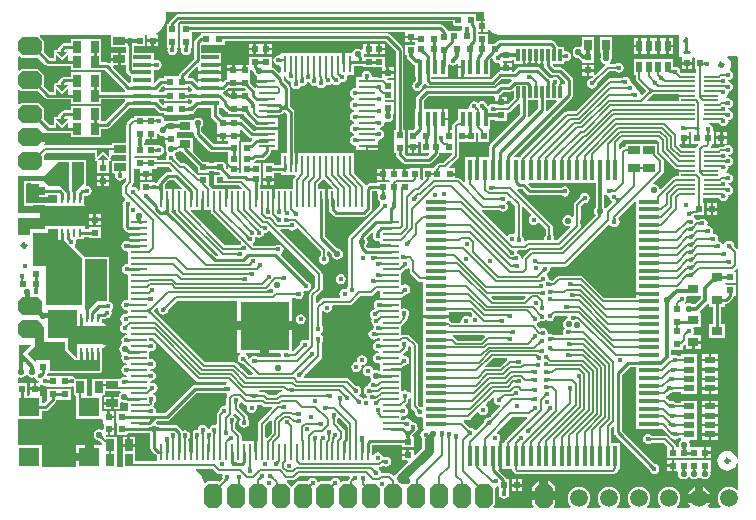
<source format=gtl>
G04*
G04 #@! TF.GenerationSoftware,Altium Limited,Altium Designer,22.6.1 (34)*
G04*
G04 Layer_Physical_Order=1*
G04 Layer_Color=255*
%FSLAX24Y24*%
%MOIN*%
G70*
G04*
G04 #@! TF.SameCoordinates,BFD713BD-E5D5-4BF8-98F0-1AC20243F701*
G04*
G04*
G04 #@! TF.FilePolarity,Positive*
G04*
G01*
G75*
%ADD10C,0.0098*%
%ADD11C,0.0079*%
%ADD13C,0.0100*%
%ADD15C,0.0059*%
%ADD17C,0.0118*%
%ADD18R,0.0118X0.0394*%
%ADD19R,0.0157X0.0512*%
%ADD20R,0.0374X0.0217*%
%ADD21R,0.0610X0.0138*%
%ADD22R,0.0576X0.0110*%
%ADD23R,0.0110X0.0576*%
%ADD24R,0.0098X0.0315*%
%ADD25R,0.0929X0.0646*%
%ADD26R,0.0709X0.0630*%
%ADD27R,0.0533X0.0110*%
%ADD28R,0.0110X0.0533*%
%ADD29R,0.1630X0.1630*%
%ADD30R,0.0453X0.0079*%
%ADD31R,0.0492X0.0079*%
%ADD32R,0.0354X0.0315*%
%ADD33R,0.0197X0.0236*%
%ADD34R,0.0098X0.0276*%
%ADD35R,0.0917X0.0650*%
%ADD36R,0.0512X0.1339*%
%ADD37R,0.0236X0.0197*%
%ADD38R,0.0551X0.0394*%
%ADD39R,0.0394X0.0256*%
%ADD40R,0.0256X0.0394*%
%ADD41R,0.0256X0.0354*%
%ADD42R,0.0354X0.0256*%
%ADD43R,0.0217X0.0374*%
%ADD79R,0.0039X0.0039*%
%ADD80R,0.0039X0.0039*%
G04:AMPARAMS|DCode=81|XSize=59.1mil|YSize=78.7mil|CornerRadius=0mil|HoleSize=0mil|Usage=FLASHONLY|Rotation=90.000|XOffset=0mil|YOffset=0mil|HoleType=Round|Shape=Octagon|*
%AMOCTAGOND81*
4,1,8,-0.0394,-0.0148,-0.0394,0.0148,-0.0246,0.0295,0.0246,0.0295,0.0394,0.0148,0.0394,-0.0148,0.0246,-0.0295,-0.0246,-0.0295,-0.0394,-0.0148,0.0*
%
%ADD81OCTAGOND81*%

%ADD82R,0.0709X0.0138*%
%ADD83R,0.0138X0.0709*%
G04:AMPARAMS|DCode=84|XSize=59.1mil|YSize=78.7mil|CornerRadius=0mil|HoleSize=0mil|Usage=FLASHONLY|Rotation=180.000|XOffset=0mil|YOffset=0mil|HoleType=Round|Shape=Octagon|*
%AMOCTAGOND84*
4,1,8,0.0148,-0.0394,-0.0148,-0.0394,-0.0295,-0.0246,-0.0295,0.0246,-0.0148,0.0394,0.0148,0.0394,0.0295,0.0246,0.0295,-0.0246,0.0148,-0.0394,0.0*
%
%ADD84OCTAGOND84*%

%ADD85C,0.0197*%
%ADD86C,0.0157*%
%ADD87C,0.0295*%
%ADD88C,0.0087*%
%ADD89C,0.0138*%
%ADD90C,0.0591*%
%ADD91C,0.1181*%
%ADD92C,0.0217*%
%ADD93C,0.0177*%
G36*
X15219Y16098D02*
X15219Y16097D01*
X15218Y16095D01*
X15218Y16092D01*
X15217Y16083D01*
X15217Y16052D01*
X15217Y16042D01*
X15098Y16042D01*
X15095Y16098D01*
X15219Y16098D01*
D02*
G37*
G36*
X3837Y15676D02*
X3833Y15679D01*
X3828Y15682D01*
X3823Y15685D01*
X3816Y15687D01*
X3809Y15689D01*
X3801Y15691D01*
X3792Y15692D01*
X3771Y15694D01*
X3759Y15694D01*
X3765Y15812D01*
X3777Y15812D01*
X3807Y15814D01*
X3816Y15816D01*
X3823Y15818D01*
X3830Y15819D01*
X3835Y15822D01*
X3840Y15824D01*
X3844Y15827D01*
X3837Y15676D01*
D02*
G37*
G36*
X3998Y15821D02*
X4003Y15818D01*
X4009Y15815D01*
X4015Y15813D01*
X4022Y15811D01*
X4031Y15810D01*
X4040Y15809D01*
X4061Y15807D01*
X4073Y15807D01*
Y15689D01*
X4061Y15689D01*
X4031Y15686D01*
X4022Y15685D01*
X4015Y15683D01*
X4009Y15681D01*
X4003Y15678D01*
X3998Y15675D01*
X3995Y15672D01*
Y15824D01*
X3998Y15821D01*
D02*
G37*
G36*
X3988Y15665D02*
X3984Y15659D01*
X3980Y15652D01*
X3976Y15645D01*
X3973Y15637D01*
X3971Y15628D01*
X3969Y15619D01*
X3968Y15609D01*
X3967Y15598D01*
X3967Y15587D01*
X3868Y15587D01*
X3868Y15598D01*
X3866Y15619D01*
X3864Y15628D01*
X3861Y15637D01*
X3859Y15645D01*
X3855Y15652D01*
X3851Y15659D01*
X3847Y15665D01*
X3842Y15671D01*
X3993Y15671D01*
X3988Y15665D01*
D02*
G37*
G36*
X5847Y15560D02*
X5849Y15535D01*
X5850Y15528D01*
X5851Y15522D01*
X5853Y15517D01*
X5855Y15513D01*
X5857Y15509D01*
X5859Y15506D01*
X5735D01*
X5738Y15509D01*
X5740Y15513D01*
X5742Y15517D01*
X5743Y15522D01*
X5745Y15528D01*
X5746Y15535D01*
X5748Y15551D01*
X5748Y15560D01*
X5748Y15570D01*
X5846D01*
X5847Y15560D01*
D02*
G37*
G36*
X5394D02*
X5396Y15535D01*
X5397Y15528D01*
X5398Y15522D01*
X5400Y15517D01*
X5402Y15513D01*
X5404Y15509D01*
X5407Y15506D01*
X5282D01*
X5285Y15509D01*
X5287Y15513D01*
X5289Y15517D01*
X5291Y15522D01*
X5292Y15528D01*
X5293Y15535D01*
X5295Y15551D01*
X5295Y15560D01*
X5295Y15570D01*
X5394D01*
X5394Y15560D01*
D02*
G37*
G36*
X1654Y15207D02*
X1457Y15404D01*
X1850D01*
X1654Y15207D01*
D02*
G37*
G36*
X18401Y15184D02*
X18397Y15188D01*
X18391Y15192D01*
X18386Y15196D01*
X18380Y15199D01*
X18373Y15201D01*
X18366Y15203D01*
X18358Y15205D01*
X18350Y15206D01*
X18341Y15206D01*
X18332Y15207D01*
Y15285D01*
X18341Y15286D01*
X18350Y15286D01*
X18358Y15287D01*
X18366Y15289D01*
X18373Y15291D01*
X18380Y15294D01*
X18386Y15297D01*
X18391Y15300D01*
X18397Y15304D01*
X18401Y15308D01*
Y15184D01*
D02*
G37*
G36*
X1850Y15010D02*
X1457D01*
Y15305D01*
X1654Y15108D01*
X1850Y15305D01*
Y15010D01*
D02*
G37*
G36*
X14811Y15141D02*
X14774Y15099D01*
X14686Y15187D01*
X14687Y15187D01*
X14689Y15188D01*
X14691Y15190D01*
X14698Y15196D01*
X14720Y15217D01*
X14728Y15224D01*
X14811Y15141D01*
D02*
G37*
G36*
X8946Y15166D02*
X8951Y15162D01*
X8957Y15159D01*
X8963Y15156D01*
X8970Y15153D01*
X8977Y15151D01*
X8984Y15150D01*
X8993Y15149D01*
X9001Y15148D01*
X9010Y15148D01*
Y15069D01*
X9001Y15069D01*
X8993Y15068D01*
X8984Y15067D01*
X8977Y15065D01*
X8970Y15063D01*
X8963Y15061D01*
X8957Y15058D01*
X8951Y15054D01*
X8946Y15051D01*
X8941Y15046D01*
Y15170D01*
X8946Y15166D01*
D02*
G37*
G36*
X17505Y15045D02*
X17507Y15039D01*
X17513Y15028D01*
X17520Y15020D01*
X17528Y15013D01*
X17539Y15007D01*
X17550Y15003D01*
X17564Y15001D01*
X17578Y15000D01*
X17613D01*
Y15276D01*
X17702D01*
Y15000D01*
X17724D01*
Y14931D01*
X17734Y14881D01*
X17762Y14839D01*
X17949Y14652D01*
X17991Y14624D01*
X18041Y14614D01*
X18216D01*
X18433Y14397D01*
Y14339D01*
X18386Y14331D01*
Y14331D01*
X18303D01*
X18329Y14311D01*
X18327Y14311D01*
X18325Y14310D01*
X18322Y14308D01*
X18319Y14306D01*
X18310Y14298D01*
X18292Y14282D01*
X18285Y14274D01*
X18227Y14328D01*
X18233Y14334D01*
X18246Y14349D01*
X18249Y14353D01*
X18251Y14357D01*
X18253Y14360D01*
X18254Y14363D01*
X18254Y14365D01*
X18254Y14367D01*
X18267Y14357D01*
X18257Y14369D01*
X18261Y14390D01*
X18248Y14455D01*
X18211Y14510D01*
X18156Y14547D01*
X18091Y14560D01*
X18025Y14547D01*
X17996Y14528D01*
X17959Y14516D01*
X17925Y14533D01*
X17602Y14856D01*
X17560Y14884D01*
X17510Y14894D01*
X16929D01*
X16879Y14884D01*
X16837Y14856D01*
X16718Y14737D01*
X16654D01*
Y14798D01*
X16457D01*
X16260D01*
Y14737D01*
X16253D01*
X16203Y14727D01*
X16160Y14699D01*
X15962Y14501D01*
X13979D01*
Y14557D01*
X14518D01*
Y14909D01*
X14520Y14921D01*
Y14954D01*
X14545Y14967D01*
X14570Y14974D01*
X14620Y14941D01*
X14685Y14928D01*
X14750Y14941D01*
X14806Y14978D01*
X14812Y14988D01*
X14862Y14972D01*
Y14936D01*
X15020D01*
Y14892D01*
X15064D01*
Y14557D01*
X15945D01*
Y15140D01*
X15983Y15179D01*
X16034Y15159D01*
X16043Y15112D01*
X16080Y15057D01*
X16135Y15020D01*
X16201Y15007D01*
X16221Y15011D01*
X16260Y14979D01*
Y14887D01*
X16412D01*
Y15020D01*
X16368D01*
X16346Y15068D01*
X16367Y15098D01*
X16654D01*
Y15135D01*
X16732D01*
Y15000D01*
X17023D01*
Y15276D01*
X17111D01*
Y15000D01*
X17122D01*
X17131Y15000D01*
X17148Y15002D01*
X17155Y15003D01*
X17162Y15005D01*
X17169Y15008D01*
X17175Y15011D01*
X17180Y15014D01*
X17185Y15018D01*
X17190Y15022D01*
X17190Y15000D01*
X17220D01*
Y15028D01*
X17199Y15030D01*
X17204Y15035D01*
X17208Y15039D01*
X17212Y15045D01*
X17215Y15051D01*
X17218Y15057D01*
X17220Y15061D01*
Y15276D01*
X17308D01*
Y15046D01*
X17310Y15039D01*
X17313Y15033D01*
X17316Y15027D01*
X17319Y15022D01*
X17320Y15020D01*
X17322Y15018D01*
X17327Y15014D01*
X17333Y15011D01*
X17339Y15008D01*
X17346Y15006D01*
X17353Y15004D01*
X17360Y15002D01*
X17363Y15002D01*
X17371Y15003D01*
X17383Y15007D01*
X17393Y15013D01*
X17402Y15020D01*
X17409Y15028D01*
X17414Y15039D01*
X17416Y15045D01*
Y15276D01*
X17505D01*
Y15045D01*
D02*
G37*
G36*
X23116Y14938D02*
X23111Y14942D01*
X23106Y14946D01*
X23100Y14950D01*
X23094Y14952D01*
X23087Y14955D01*
X23080Y14957D01*
X23073Y14959D01*
X23064Y14960D01*
X23056Y14960D01*
X23047Y14961D01*
Y15039D01*
X23056Y15040D01*
X23064Y15040D01*
X23073Y15041D01*
X23080Y15043D01*
X23087Y15045D01*
X23094Y15048D01*
X23100Y15050D01*
X23106Y15054D01*
X23111Y15058D01*
X23116Y15062D01*
Y14938D01*
D02*
G37*
G36*
X4750Y14899D02*
X4745Y14903D01*
X4740Y14907D01*
X4734Y14910D01*
X4728Y14913D01*
X4721Y14916D01*
X4714Y14918D01*
X4706Y14919D01*
X4698Y14920D01*
X4690Y14921D01*
X4681Y14921D01*
Y15000D01*
X4690Y15000D01*
X4698Y15001D01*
X4706Y15002D01*
X4714Y15004D01*
X4721Y15006D01*
X4728Y15008D01*
X4734Y15011D01*
X4740Y15014D01*
X4745Y15018D01*
X4750Y15023D01*
Y14899D01*
D02*
G37*
G36*
X12783Y15409D02*
Y12795D01*
X12717D01*
Y12520D01*
X12717D01*
Y12283D01*
X12717D01*
Y12008D01*
X12783D01*
Y11978D01*
X12793Y11928D01*
X12821Y11886D01*
X13008Y11699D01*
X13050Y11671D01*
X13100Y11661D01*
X13888D01*
X13938Y11671D01*
X13980Y11699D01*
X14206Y11925D01*
X14235Y11968D01*
X14245Y12018D01*
Y12037D01*
X14449D01*
Y12037D01*
X14663D01*
Y11979D01*
X14379Y11695D01*
X14272D01*
X14272Y11695D01*
X14226Y11686D01*
X14187Y11660D01*
X14187Y11660D01*
X14078Y11552D01*
X14052Y11513D01*
X14051Y11506D01*
X13986D01*
Y11506D01*
X13691D01*
Y11153D01*
X13658Y11126D01*
X13612Y11146D01*
Y11506D01*
X13258D01*
Y11486D01*
X13125D01*
Y11309D01*
X13036D01*
Y11486D01*
X12771D01*
Y11309D01*
X12682D01*
Y11486D01*
X12416D01*
Y11309D01*
Y11132D01*
X12568D01*
X12595Y11084D01*
X12579Y11053D01*
X12175D01*
Y11006D01*
X11918D01*
X11868Y10997D01*
X11826Y10968D01*
X11818Y10960D01*
X11755Y10969D01*
X11749Y10979D01*
X11749Y10979D01*
X11384Y11344D01*
Y12033D01*
X9523D01*
Y11667D01*
X9434D01*
Y12033D01*
X9412D01*
Y13386D01*
X9402Y13436D01*
X9374Y13478D01*
X9274Y13578D01*
Y14173D01*
X9264Y14223D01*
X9236Y14265D01*
X9058Y14444D01*
Y14489D01*
X9048Y14539D01*
X9039Y14552D01*
X9061Y14603D01*
X9071Y14604D01*
X9111Y14577D01*
X9124Y14511D01*
X9161Y14456D01*
X9216Y14419D01*
X9272Y14408D01*
X9288Y14395D01*
X9308Y14360D01*
X9298Y14311D01*
X9311Y14246D01*
X9348Y14190D01*
X9403Y14153D01*
X9469Y14140D01*
X9534Y14153D01*
X9589Y14190D01*
X9626Y14246D01*
X9630Y14264D01*
X9675Y14255D01*
X9740Y14268D01*
X9796Y14305D01*
X9833Y14360D01*
X9839Y14392D01*
X9872Y14385D01*
X9912Y14393D01*
X9921Y14350D01*
X9958Y14294D01*
X10013Y14257D01*
X10079Y14244D01*
X10144Y14257D01*
X10163Y14270D01*
X10188Y14233D01*
X10243Y14196D01*
X10309Y14183D01*
X10374Y14196D01*
X10429Y14233D01*
X10465Y14286D01*
X10527Y14274D01*
X10592Y14287D01*
X10648Y14324D01*
X10671D01*
X10671Y14323D01*
X10727Y14286D01*
X10792Y14273D01*
X10857Y14286D01*
X10913Y14323D01*
X10950Y14378D01*
X10952Y14391D01*
X11002Y14381D01*
X11068Y14394D01*
X11123Y14431D01*
X11160Y14486D01*
X11173Y14551D01*
X11169Y14570D01*
X11210Y14620D01*
X11384D01*
Y14929D01*
X11575D01*
X11584Y14930D01*
X11594Y14929D01*
X11683D01*
Y14882D01*
X12274D01*
X12322Y14879D01*
X12322Y14832D01*
Y14746D01*
X12475D01*
Y14879D01*
X12431Y14882D01*
X12431Y14929D01*
Y15236D01*
X11739D01*
X11713Y15273D01*
X11730Y15315D01*
X11836D01*
Y15492D01*
Y15669D01*
X11683D01*
Y15474D01*
X11633Y15452D01*
X11589Y15481D01*
X11516Y15496D01*
X11443Y15481D01*
X11381Y15440D01*
X11340Y15378D01*
X11335Y15353D01*
X11097D01*
Y14987D01*
X11009D01*
Y15353D01*
X8951D01*
Y15315D01*
X8901Y15274D01*
X8878Y15279D01*
X8813Y15266D01*
X8757Y15229D01*
X8720Y15174D01*
X8707Y15108D01*
X8720Y15043D01*
X8757Y14988D01*
X8813Y14951D01*
X8878Y14938D01*
X8901Y14942D01*
X8951Y14901D01*
Y14715D01*
X8905Y14696D01*
X8765Y14836D01*
X8722Y14865D01*
X8697Y14870D01*
X8652Y14882D01*
Y15236D01*
X7884D01*
Y14970D01*
X7790D01*
Y14793D01*
X7702D01*
Y14970D01*
X7416D01*
Y14793D01*
X7372D01*
Y14749D01*
X7175D01*
Y14695D01*
X7175D01*
Y14479D01*
X7174D01*
X7124Y14470D01*
X7082Y14441D01*
X7028Y14388D01*
X6989Y14405D01*
X6594D01*
X6211D01*
Y14389D01*
X6161Y14368D01*
X6047Y14482D01*
X6005Y14510D01*
X5955Y14520D01*
X5856D01*
Y14587D01*
X5856Y14587D01*
X5856D01*
X5882Y14625D01*
X6164Y14907D01*
X6211Y14888D01*
Y14749D01*
X6594D01*
X6978D01*
Y14813D01*
Y14916D01*
X6594D01*
Y15005D01*
X6978D01*
Y15069D01*
Y15364D01*
X6312D01*
Y15614D01*
X6654D01*
Y15614D01*
X6732D01*
Y15614D01*
X7087D01*
Y15749D01*
X12442D01*
X12783Y15409D01*
D02*
G37*
G36*
X8157Y14885D02*
X8173Y14872D01*
X8181Y14867D01*
X8189Y14862D01*
X8197Y14859D01*
X8205Y14856D01*
X8212Y14854D01*
X8220Y14853D01*
X8227Y14852D01*
X8120Y14745D01*
X8120Y14753D01*
X8119Y14760D01*
X8117Y14768D01*
X8114Y14776D01*
X8110Y14783D01*
X8106Y14791D01*
X8100Y14799D01*
X8094Y14807D01*
X8087Y14815D01*
X8079Y14823D01*
X8149Y14893D01*
X8157Y14885D01*
D02*
G37*
G36*
X15744Y16535D02*
X15745Y16531D01*
X15744Y16526D01*
X15746Y16487D01*
X15750Y16473D01*
Y16458D01*
X15750Y16456D01*
X15719Y16417D01*
X15704D01*
Y16240D01*
Y16063D01*
X15856D01*
Y16110D01*
X15906Y16130D01*
X15947Y16089D01*
X15963Y16078D01*
X15977Y16064D01*
X16041Y16021D01*
X16060Y16014D01*
X16076Y16003D01*
X16147Y15973D01*
X16167Y15969D01*
X16185Y15962D01*
X16261Y15947D01*
X16276D01*
X16290Y15943D01*
X16329Y15941D01*
X16334Y15942D01*
X16339Y15941D01*
X22235Y15941D01*
Y15213D01*
X22276D01*
X22323Y15207D01*
X22323Y15163D01*
Y15054D01*
X22500D01*
X22677D01*
X22677Y15177D01*
X22711Y15213D01*
X22713Y15213D01*
X22756Y15201D01*
Y14813D01*
X22793D01*
Y14685D01*
X22541D01*
X22530Y14687D01*
X22304D01*
X22267Y14724D01*
X22267Y14724D01*
X22254Y14790D01*
X22217Y14845D01*
X22162Y14882D01*
X22096Y14895D01*
X22076Y14891D01*
X22037Y14923D01*
Y15148D01*
X20719D01*
Y14616D01*
X20785D01*
Y14499D01*
X20785Y14499D01*
X20794Y14453D01*
X20820Y14414D01*
X21140Y14095D01*
X20996Y13951D01*
X20967Y13960D01*
X20947Y13972D01*
X20935Y14032D01*
X20898Y14087D01*
X20843Y14124D01*
X20821Y14129D01*
X20781Y14183D01*
X20768Y14248D01*
X20731Y14304D01*
X20676Y14341D01*
X20656Y14345D01*
X20626Y14351D01*
X20613Y14395D01*
X20614Y14400D01*
X20601Y14465D01*
X20564Y14520D01*
X20508Y14557D01*
X20443Y14570D01*
X20378Y14557D01*
X20322Y14520D01*
X20322Y14520D01*
X19943D01*
X19897Y14511D01*
X19858Y14485D01*
X19858Y14485D01*
X18781Y13408D01*
X18494D01*
X18494Y13408D01*
X18448Y13399D01*
X18409Y13373D01*
X16952Y11916D01*
X16935Y11890D01*
X16746D01*
X16727Y11936D01*
X18655Y13864D01*
X18684Y13907D01*
X18693Y13957D01*
Y14451D01*
X18684Y14501D01*
X18655Y14544D01*
X18362Y14836D01*
X18320Y14865D01*
X18270Y14875D01*
X18095D01*
X18020Y14950D01*
X18041Y15000D01*
X18386D01*
Y15042D01*
X18436Y15081D01*
X18465Y15075D01*
X18530Y15088D01*
X18585Y15125D01*
X18622Y15181D01*
X18635Y15246D01*
X18622Y15311D01*
X18585Y15367D01*
X18530Y15404D01*
X18465Y15417D01*
X18436Y15411D01*
X18386Y15450D01*
Y15551D01*
X18182D01*
Y15561D01*
X18172Y15611D01*
X18143Y15653D01*
X18055Y15742D01*
X18013Y15770D01*
X17963Y15780D01*
X16250D01*
X16200Y15770D01*
X16158Y15742D01*
X16085Y15669D01*
X15994D01*
Y15669D01*
X15856D01*
Y15984D01*
X15524D01*
Y16063D01*
X15615D01*
Y16240D01*
Y16417D01*
X15472D01*
Y16663D01*
X15197D01*
Y16663D01*
X14961D01*
Y16663D01*
X14806D01*
X14793Y16666D01*
X5541D01*
X5491Y16656D01*
X5449Y16628D01*
X5252Y16431D01*
X5224Y16389D01*
X5214Y16339D01*
Y16329D01*
X5148D01*
Y16053D01*
X5148D01*
Y15817D01*
X5148D01*
Y15541D01*
X5153D01*
X5184Y15491D01*
X5174Y15443D01*
X5187Y15378D01*
X5224Y15322D01*
X5279Y15285D01*
X5344Y15272D01*
X5410Y15285D01*
X5465Y15322D01*
X5502Y15378D01*
X5515Y15443D01*
X5505Y15491D01*
X5536Y15541D01*
X5541D01*
Y15896D01*
X5541D01*
Y15974D01*
X5541D01*
Y16329D01*
X5541Y16329D01*
X5541D01*
X5561Y16371D01*
X5595Y16405D01*
X14685D01*
Y16270D01*
X14977D01*
X14985Y16254D01*
X14998Y16220D01*
X14987Y16161D01*
X14991Y16141D01*
X14959Y16102D01*
X14823D01*
Y16102D01*
X14547D01*
Y16102D01*
X14505Y16121D01*
X14482Y16155D01*
X14344Y16293D01*
X14302Y16321D01*
X14252Y16331D01*
X5865D01*
X5865Y16331D01*
X5827D01*
X5814Y16329D01*
X5600D01*
Y16053D01*
X5600D01*
Y15817D01*
X5600D01*
Y15541D01*
X5606D01*
X5636Y15491D01*
X5627Y15443D01*
X5640Y15378D01*
X5677Y15322D01*
X5732Y15285D01*
X5797Y15272D01*
X5863Y15285D01*
X5918Y15322D01*
X5955Y15378D01*
X5968Y15443D01*
X5958Y15491D01*
X5988Y15541D01*
X5994D01*
Y15896D01*
X5994D01*
Y15974D01*
X5994D01*
Y16070D01*
X13053D01*
X13100Y16063D01*
Y15930D01*
X13297D01*
Y15886D01*
X13342D01*
Y15709D01*
X13445D01*
Y15630D01*
X13100D01*
Y15276D01*
X13167D01*
Y15242D01*
X13177Y15189D01*
X13208Y15143D01*
X13362Y14989D01*
X13407Y14959D01*
X13435Y14953D01*
Y14557D01*
X13452D01*
Y14420D01*
X13443Y14419D01*
X13387Y14382D01*
X13350Y14326D01*
X13337Y14261D01*
X13350Y14196D01*
X13387Y14140D01*
X13443Y14103D01*
X13508Y14090D01*
X13573Y14103D01*
X13628Y14140D01*
X13665Y14196D01*
X13675Y14246D01*
X13692Y14262D01*
X13722Y14308D01*
X13722Y14308D01*
X13777Y14325D01*
X13824Y14278D01*
X13866Y14250D01*
X13916Y14240D01*
X16016D01*
X16066Y14250D01*
X16109Y14278D01*
X16307Y14476D01*
X16627D01*
X16647Y14426D01*
X16545Y14323D01*
X16311D01*
X16261Y14313D01*
X16219Y14285D01*
X16109Y14176D01*
X13819D01*
X13769Y14166D01*
X13727Y14138D01*
X13500Y13911D01*
X13472Y13869D01*
X13462Y13819D01*
Y13494D01*
X13435D01*
Y12832D01*
X13378Y12776D01*
X13189D01*
Y12382D01*
X13189D01*
Y12279D01*
X13366D01*
X13543D01*
Y12382D01*
X13622D01*
Y12382D01*
X13622D01*
Y12037D01*
X13884D01*
X13903Y11991D01*
X13834Y11922D01*
X13154D01*
X13098Y11978D01*
X13110Y12008D01*
X13110D01*
Y12362D01*
X13110D01*
Y12441D01*
X13110D01*
Y12795D01*
X13044D01*
Y15463D01*
X13034Y15513D01*
X13006Y15555D01*
X12588Y15972D01*
X12546Y16000D01*
X12496Y16010D01*
X6959D01*
X6946Y16008D01*
X6811D01*
Y16008D01*
X6575D01*
Y16008D01*
X6299D01*
Y15941D01*
X6283D01*
X6234Y15932D01*
X6191Y15903D01*
X6089Y15801D01*
X6061Y15759D01*
X6051Y15709D01*
Y15162D01*
X5587Y14699D01*
X5559Y14656D01*
X5549Y14606D01*
Y14587D01*
X5344D01*
Y14587D01*
X5069D01*
Y14520D01*
X4970D01*
X4921Y14510D01*
X4878Y14482D01*
X4765Y14368D01*
X4715Y14389D01*
Y14765D01*
X4723Y14775D01*
X4765Y14800D01*
X4813Y14790D01*
X4878Y14803D01*
X4934Y14840D01*
X4971Y14895D01*
X4984Y14961D01*
X4971Y15026D01*
X4934Y15081D01*
X4878Y15118D01*
X4813Y15131D01*
X4765Y15122D01*
X4723Y15147D01*
X4715Y15156D01*
Y15364D01*
X4048D01*
Y15532D01*
X4075Y15571D01*
X4429D01*
Y15941D01*
X4508D01*
Y15812D01*
X4685D01*
X4862D01*
Y15965D01*
X4823D01*
X4806Y16014D01*
X4825Y16021D01*
X4889Y16064D01*
X4903Y16078D01*
X4919Y16089D01*
X4974Y16144D01*
X4985Y16160D01*
X4999Y16174D01*
X5042Y16238D01*
X5049Y16257D01*
X5060Y16273D01*
X5090Y16344D01*
X5094Y16364D01*
X5101Y16382D01*
X5116Y16458D01*
Y16473D01*
X5120Y16487D01*
X5122Y16526D01*
X5121Y16531D01*
X5122Y16535D01*
Y16728D01*
X15744D01*
Y16535D01*
D02*
G37*
G36*
X22027Y14670D02*
X22023Y14675D01*
X22018Y14679D01*
X22012Y14683D01*
X22007Y14686D01*
X22000Y14689D01*
X21993Y14691D01*
X21986Y14693D01*
X21978Y14694D01*
X21969Y14695D01*
X21960Y14695D01*
X21970Y14774D01*
X21979Y14774D01*
X21996Y14775D01*
X22004Y14777D01*
X22011Y14778D01*
X22018Y14781D01*
X22024Y14783D01*
X22030Y14786D01*
X22035Y14789D01*
X22040Y14793D01*
X22027Y14670D01*
D02*
G37*
G36*
X8311Y14815D02*
X8317Y14810D01*
X8324Y14806D01*
X8332Y14803D01*
X8340Y14800D01*
X8348Y14798D01*
X8358Y14796D01*
X8368Y14794D01*
X8378Y14794D01*
X8390Y14793D01*
Y14695D01*
X8378Y14695D01*
X8358Y14692D01*
X8348Y14691D01*
X8340Y14688D01*
X8332Y14685D01*
X8324Y14682D01*
X8317Y14678D01*
X8311Y14673D01*
X8306Y14668D01*
Y14820D01*
X8311Y14815D01*
D02*
G37*
G36*
X9321Y14709D02*
X9321Y14700D01*
X9322Y14691D01*
X9323Y14683D01*
X9324Y14676D01*
X9327Y14668D01*
X9329Y14662D01*
X9332Y14656D01*
X9335Y14650D01*
X9339Y14645D01*
X9344Y14640D01*
X9219Y14640D01*
X9224Y14645D01*
X9228Y14650D01*
X9231Y14656D01*
X9234Y14662D01*
X9236Y14668D01*
X9239Y14676D01*
X9240Y14683D01*
X9241Y14691D01*
X9242Y14700D01*
X9242Y14709D01*
X9321Y14709D01*
D02*
G37*
G36*
X9912Y14679D02*
X9912Y14671D01*
X9913Y14662D01*
X9915Y14655D01*
X9917Y14648D01*
X9920Y14641D01*
X9923Y14635D01*
X9926Y14629D01*
X9930Y14624D01*
X9934Y14619D01*
X9810D01*
X9814Y14624D01*
X9818Y14629D01*
X9822Y14635D01*
X9825Y14641D01*
X9827Y14648D01*
X9829Y14655D01*
X9831Y14662D01*
X9832Y14671D01*
X9832Y14679D01*
X9833Y14688D01*
X9911D01*
X9912Y14679D01*
D02*
G37*
G36*
X22185Y14717D02*
X22186Y14711D01*
X22188Y14704D01*
X22190Y14698D01*
X22193Y14691D01*
X22197Y14685D01*
X22201Y14678D01*
X22206Y14672D01*
X22212Y14665D01*
X22218Y14659D01*
X22162Y14603D01*
X22156Y14609D01*
X22149Y14615D01*
X22142Y14620D01*
X22136Y14624D01*
X22129Y14628D01*
X22123Y14631D01*
X22116Y14633D01*
X22110Y14635D01*
X22104Y14636D01*
X22097Y14636D01*
X22185Y14724D01*
X22185Y14717D01*
D02*
G37*
G36*
X23795Y14562D02*
X23788Y14568D01*
X23782Y14574D01*
X23775Y14578D01*
X23768Y14583D01*
X23760Y14586D01*
X23753Y14589D01*
X23745Y14591D01*
X23738Y14593D01*
X23730Y14594D01*
X23721Y14594D01*
Y14653D01*
X23730Y14654D01*
X23738Y14655D01*
X23745Y14656D01*
X23753Y14659D01*
X23760Y14662D01*
X23768Y14665D01*
X23775Y14669D01*
X23782Y14674D01*
X23788Y14680D01*
X23795Y14686D01*
Y14562D01*
D02*
G37*
G36*
X21570Y14651D02*
X21595Y14629D01*
X21599Y14626D01*
X21602Y14625D01*
X21604Y14624D01*
X21606Y14624D01*
X21539Y14561D01*
X21539Y14563D01*
X21538Y14565D01*
X21537Y14568D01*
X21535Y14571D01*
X21532Y14575D01*
X21524Y14584D01*
X21514Y14596D01*
X21508Y14602D01*
X21563Y14658D01*
X21570Y14651D01*
D02*
G37*
G36*
X10921Y14656D02*
X10928Y14650D01*
X10935Y14646D01*
X10941Y14642D01*
X10948Y14639D01*
X10954Y14637D01*
X10960Y14635D01*
X10966Y14635D01*
X10972Y14635D01*
X10978Y14637D01*
X10917Y14529D01*
X10915Y14535D01*
X10913Y14540D01*
X10910Y14546D01*
X10907Y14552D01*
X10903Y14558D01*
X10894Y14570D01*
X10888Y14576D01*
X10876Y14589D01*
X10915Y14662D01*
X10921Y14656D01*
D02*
G37*
G36*
X9715Y14549D02*
X9715Y14540D01*
X9717Y14532D01*
X9718Y14524D01*
X9720Y14517D01*
X9723Y14510D01*
X9726Y14504D01*
X9729Y14499D01*
X9733Y14493D01*
X9737Y14489D01*
X9613D01*
X9617Y14493D01*
X9621Y14499D01*
X9625Y14504D01*
X9628Y14510D01*
X9630Y14517D01*
X9632Y14524D01*
X9634Y14532D01*
X9635Y14540D01*
X9636Y14549D01*
X9636Y14558D01*
X9715D01*
X9715Y14549D01*
D02*
G37*
G36*
X10113Y14541D02*
X10114Y14532D01*
X10115Y14524D01*
X10117Y14516D01*
X10119Y14509D01*
X10122Y14503D01*
X10125Y14496D01*
X10129Y14491D01*
X10133Y14486D01*
X10137Y14482D01*
X10013Y14475D01*
X10017Y14480D01*
X10021Y14485D01*
X10024Y14491D01*
X10027Y14497D01*
X10029Y14504D01*
X10031Y14511D01*
X10033Y14519D01*
X10034Y14527D01*
X10034Y14536D01*
X10034Y14545D01*
X10113Y14550D01*
X10113Y14541D01*
D02*
G37*
G36*
X17315Y14603D02*
X17318Y14600D01*
X17333Y14583D01*
X17384Y14531D01*
X17336Y14468D01*
X17329Y14475D01*
X17323Y14480D01*
X17316Y14485D01*
X17310Y14488D01*
X17304Y14491D01*
X17298Y14492D01*
X17293Y14493D01*
X17287Y14493D01*
X17282Y14491D01*
X17277Y14489D01*
X17314Y14605D01*
X17315Y14603D01*
D02*
G37*
G36*
X10733Y14559D02*
X10739Y14553D01*
X10746Y14548D01*
X10753Y14544D01*
X10759Y14540D01*
X10766Y14537D01*
X10772Y14535D01*
X10778Y14533D01*
X10785Y14532D01*
X10791Y14532D01*
X10703Y14445D01*
X10703Y14451D01*
X10702Y14457D01*
X10701Y14464D01*
X10698Y14470D01*
X10695Y14477D01*
X10692Y14483D01*
X10687Y14490D01*
X10682Y14496D01*
X10677Y14503D01*
X10671Y14509D01*
X10726Y14565D01*
X10733Y14559D01*
D02*
G37*
G36*
X10348Y14477D02*
X10349Y14469D01*
X10350Y14460D01*
X10352Y14453D01*
X10354Y14446D01*
X10356Y14439D01*
X10359Y14433D01*
X10363Y14427D01*
X10366Y14422D01*
X10371Y14417D01*
X10247D01*
X10251Y14422D01*
X10255Y14427D01*
X10258Y14433D01*
X10261Y14439D01*
X10264Y14446D01*
X10266Y14453D01*
X10267Y14460D01*
X10268Y14469D01*
X10269Y14477D01*
X10269Y14486D01*
X10348D01*
X10348Y14477D01*
D02*
G37*
G36*
X21713Y14530D02*
X21714Y14524D01*
X21715Y14517D01*
X21718Y14511D01*
X21721Y14504D01*
X21724Y14498D01*
X21729Y14491D01*
X21734Y14485D01*
X21739Y14478D01*
X21746Y14472D01*
X21690Y14416D01*
X21683Y14422D01*
X21677Y14428D01*
X21670Y14433D01*
X21664Y14437D01*
X21657Y14441D01*
X21651Y14444D01*
X21644Y14446D01*
X21638Y14448D01*
X21631Y14449D01*
X21625Y14449D01*
X21713Y14537D01*
X21713Y14530D01*
D02*
G37*
G36*
X9518Y14438D02*
X9518Y14429D01*
X9519Y14412D01*
X9521Y14404D01*
X9523Y14397D01*
X9525Y14390D01*
X9527Y14383D01*
X9530Y14377D01*
X9533Y14372D01*
X9537Y14367D01*
X9414Y14381D01*
X9419Y14385D01*
X9423Y14390D01*
X9427Y14395D01*
X9430Y14401D01*
X9433Y14407D01*
X9435Y14414D01*
X9437Y14422D01*
X9438Y14430D01*
X9439Y14439D01*
X9439Y14448D01*
X9518Y14438D01*
D02*
G37*
G36*
X3297Y15551D02*
X3787D01*
Y15354D01*
X3617D01*
Y15148D01*
Y14941D01*
X3787D01*
Y14782D01*
X3797Y14732D01*
X3825Y14690D01*
X3902Y14612D01*
X3945Y14584D01*
X3947Y14584D01*
Y14379D01*
X3897Y14359D01*
X3361Y14895D01*
X3380Y14941D01*
X3529D01*
Y15103D01*
X3297D01*
Y15023D01*
X3275Y15013D01*
X3247Y15007D01*
X3209Y15032D01*
X3159Y15042D01*
X2972D01*
Y15276D01*
Y15827D01*
X2559D01*
Y15827D01*
X2362D01*
Y15827D01*
X1949D01*
Y15682D01*
X1742D01*
X1742Y15682D01*
X1742Y15682D01*
X1723Y15678D01*
X1692Y15672D01*
X1692Y15672D01*
X1692Y15672D01*
X1669Y15656D01*
X1650Y15643D01*
X1650Y15643D01*
X1650Y15643D01*
X1561Y15555D01*
X1546Y15532D01*
X1533Y15513D01*
X1533Y15513D01*
X1533Y15512D01*
X1529Y15494D01*
X1524Y15467D01*
X1457D01*
X1411Y15449D01*
X1393Y15404D01*
X1411Y15358D01*
X1413Y15357D01*
X1411Y15350D01*
X1393Y15305D01*
Y15190D01*
X1255D01*
X1062Y15383D01*
X1063Y15384D01*
Y15758D01*
X926Y15895D01*
X945Y15941D01*
X3297D01*
Y15551D01*
D02*
G37*
G36*
X23665Y14356D02*
X23657Y14360D01*
X23641Y14368D01*
X23633Y14371D01*
X23625Y14374D01*
X23617Y14376D01*
X23609Y14378D01*
X23601Y14379D01*
X23594Y14380D01*
X23586Y14380D01*
X23570Y14439D01*
X23578Y14439D01*
X23586Y14440D01*
X23594Y14442D01*
X23601Y14445D01*
X23607Y14448D01*
X23614Y14452D01*
X23620Y14457D01*
X23625Y14463D01*
X23630Y14469D01*
X23634Y14476D01*
X23665Y14356D01*
D02*
G37*
G36*
X21384Y14466D02*
X21391Y14460D01*
X21397Y14455D01*
X21404Y14451D01*
X21410Y14447D01*
X21417Y14444D01*
X21423Y14442D01*
X21430Y14440D01*
X21436Y14439D01*
X21442Y14439D01*
X21355Y14351D01*
X21354Y14358D01*
X21353Y14364D01*
X21352Y14370D01*
X21349Y14377D01*
X21346Y14383D01*
X21343Y14390D01*
X21339Y14396D01*
X21334Y14403D01*
X21328Y14410D01*
X21322Y14416D01*
X21377Y14472D01*
X21384Y14466D01*
D02*
G37*
G36*
X20380Y14338D02*
X20375Y14342D01*
X20370Y14346D01*
X20364Y14349D01*
X20358Y14352D01*
X20351Y14355D01*
X20344Y14357D01*
X20336Y14358D01*
X20328Y14359D01*
X20320Y14360D01*
X20310Y14360D01*
Y14439D01*
X20320Y14439D01*
X20328Y14440D01*
X20336Y14441D01*
X20344Y14443D01*
X20351Y14445D01*
X20358Y14447D01*
X20364Y14450D01*
X20370Y14453D01*
X20375Y14457D01*
X20380Y14462D01*
Y14338D01*
D02*
G37*
G36*
X18118Y14305D02*
X18113Y14303D01*
X18108Y14300D01*
X18104Y14297D01*
X18100Y14292D01*
X18097Y14287D01*
X18095Y14281D01*
X18093Y14274D01*
X18092Y14266D01*
X18091Y14257D01*
X18091Y14248D01*
X18012Y14257D01*
X18008Y14359D01*
X18118Y14305D01*
D02*
G37*
G36*
X21532Y14340D02*
X21532Y14335D01*
X21534Y14329D01*
X21536Y14323D01*
X21539Y14317D01*
X21543Y14311D01*
X21547Y14305D01*
X21552Y14298D01*
X21558Y14291D01*
X21565Y14285D01*
X21509Y14229D01*
X21502Y14235D01*
X21489Y14246D01*
X21483Y14251D01*
X21477Y14254D01*
X21470Y14257D01*
X21465Y14260D01*
X21459Y14261D01*
X21453Y14262D01*
X21448Y14262D01*
X21532Y14345D01*
X21532Y14340D01*
D02*
G37*
G36*
X8039Y14749D02*
X8038Y14744D01*
X8052Y14671D01*
X8094Y14609D01*
X8126Y14587D01*
X8141Y14543D01*
X8141Y14543D01*
Y14454D01*
X8507D01*
Y14365D01*
X8141D01*
Y14221D01*
X8091Y14200D01*
X7943Y14348D01*
Y14537D01*
X7943D01*
Y14616D01*
X7943D01*
Y14778D01*
X7974Y14793D01*
X7993Y14795D01*
X8039Y14749D01*
D02*
G37*
G36*
X6007Y14153D02*
X5990Y14099D01*
X5968Y14095D01*
X5928Y14067D01*
X5856D01*
Y14134D01*
X5581D01*
Y14134D01*
X5344D01*
Y14134D01*
X5069D01*
Y14067D01*
X4903D01*
X4883Y14117D01*
X5019Y14254D01*
X5069Y14246D01*
Y14193D01*
X5423D01*
Y14193D01*
X5502D01*
Y14193D01*
X5856D01*
Y14246D01*
X5906Y14254D01*
X6007Y14153D01*
D02*
G37*
G36*
X23784Y14186D02*
X23779Y14193D01*
X23774Y14199D01*
X23768Y14205D01*
X23762Y14209D01*
X23756Y14213D01*
X23749Y14217D01*
X23742Y14219D01*
X23734Y14221D01*
X23726Y14222D01*
X23718Y14222D01*
X23730Y14282D01*
X23738Y14282D01*
X23746Y14283D01*
X23754Y14284D01*
X23762Y14286D01*
X23770Y14288D01*
X23778Y14291D01*
X23786Y14294D01*
X23793Y14298D01*
X23801Y14303D01*
X23809Y14308D01*
X23784Y14186D01*
D02*
G37*
G36*
X20547Y14121D02*
X20542Y14125D01*
X20537Y14129D01*
X20531Y14133D01*
X20525Y14136D01*
X20519Y14138D01*
X20511Y14140D01*
X20504Y14142D01*
X20496Y14143D01*
X20487Y14143D01*
X20478Y14144D01*
Y14222D01*
X20487Y14223D01*
X20496Y14223D01*
X20504Y14224D01*
X20511Y14226D01*
X20519Y14228D01*
X20525Y14231D01*
X20531Y14234D01*
X20537Y14237D01*
X20542Y14241D01*
X20547Y14245D01*
Y14121D01*
D02*
G37*
G36*
X1654Y14085D02*
X1457Y14282D01*
X1850D01*
X1654Y14085D01*
D02*
G37*
G36*
X305Y15197D02*
X876D01*
X877Y15198D01*
X1109Y14967D01*
X1151Y14939D01*
X1201Y14929D01*
X1949D01*
Y14783D01*
X2283D01*
Y14783D01*
X2638D01*
Y14783D01*
X2832D01*
X2844Y14781D01*
X2902D01*
X2902Y14781D01*
X3105D01*
X3769Y14117D01*
X3748Y14067D01*
X2972D01*
Y14705D01*
X2638D01*
Y14705D01*
X2283D01*
Y14705D01*
X1949D01*
Y14569D01*
X1742D01*
X1692Y14559D01*
X1650Y14531D01*
X1561Y14443D01*
X1533Y14400D01*
X1523Y14350D01*
Y14345D01*
X1457D01*
X1411Y14327D01*
X1393Y14282D01*
X1411Y14236D01*
X1413Y14235D01*
X1411Y14228D01*
X1393Y14183D01*
Y14067D01*
X1255D01*
X1062Y14261D01*
X1063Y14262D01*
Y14636D01*
X876Y14823D01*
X305D01*
X247Y14765D01*
X201Y14784D01*
Y15236D01*
X247Y15255D01*
X305Y15197D01*
D02*
G37*
G36*
X23623Y14031D02*
X23622Y14037D01*
X23620Y14043D01*
X23617Y14048D01*
X23614Y14053D01*
X23609Y14056D01*
X23604Y14059D01*
X23597Y14062D01*
X23590Y14064D01*
X23582Y14065D01*
X23574Y14065D01*
X23590Y14124D01*
X23693Y14124D01*
X23623Y14031D01*
D02*
G37*
G36*
X21282Y14179D02*
X21294Y14169D01*
X21306Y14161D01*
X21319Y14154D01*
X21332Y14148D01*
X21346Y14143D01*
X21360Y14139D01*
X21374Y14136D01*
X21390Y14134D01*
X21405Y14134D01*
Y14055D01*
X21390Y14055D01*
X21374Y14053D01*
X21360Y14050D01*
X21346Y14046D01*
X21332Y14041D01*
X21319Y14035D01*
X21306Y14028D01*
X21294Y14019D01*
X21282Y14010D01*
X21271Y13999D01*
X21199Y14039D01*
X21209Y14050D01*
X21216Y14061D01*
X21222Y14072D01*
X21225Y14083D01*
X21226Y14095D01*
X21225Y14106D01*
X21222Y14117D01*
X21216Y14128D01*
X21209Y14139D01*
X21199Y14150D01*
X21271Y14190D01*
X21282Y14179D01*
D02*
G37*
G36*
X1850Y13888D02*
X1457D01*
Y14183D01*
X1654Y13986D01*
X1850Y14183D01*
Y13888D01*
D02*
G37*
G36*
X6100Y13997D02*
X6103Y13994D01*
X6108Y13992D01*
X6113Y13991D01*
X6119Y13989D01*
X6126Y13988D01*
X6141Y13987D01*
X6150Y13986D01*
X6160Y13986D01*
X6160Y13888D01*
X6150Y13888D01*
X6126Y13886D01*
X6119Y13885D01*
X6113Y13883D01*
X6108Y13882D01*
X6103Y13880D01*
X6100Y13877D01*
X6097Y13875D01*
X6033Y13937D01*
X5970Y13875D01*
X5967Y13877D01*
X5964Y13880D01*
X5959Y13882D01*
X5954Y13883D01*
X5948Y13885D01*
X5941Y13886D01*
X5916Y13888D01*
X5907Y13888D01*
X5907Y13986D01*
X5916Y13986D01*
X5926Y13987D01*
X5941Y13988D01*
X5948Y13989D01*
X5954Y13991D01*
X5959Y13992D01*
X5964Y13994D01*
X5967Y13997D01*
X5970Y13999D01*
X6033Y13937D01*
X6097Y13999D01*
X6100Y13997D01*
D02*
G37*
G36*
X7781Y14141D02*
X7762Y14094D01*
X7426D01*
Y13917D01*
X7338D01*
Y14094D01*
X7185D01*
Y14004D01*
X7212Y14042D01*
X7212Y14039D01*
X7214Y14035D01*
X7216Y14032D01*
X7219Y14027D01*
X7222Y14023D01*
X7231Y14012D01*
X7250Y13992D01*
X7195Y13908D01*
X7188Y13915D01*
X7185Y13917D01*
Y13911D01*
X7139Y13892D01*
X7018Y14013D01*
X7018Y14024D01*
X7034Y14066D01*
X7068Y14072D01*
X7110Y14101D01*
X7192Y14183D01*
X7739D01*
X7781Y14141D01*
D02*
G37*
G36*
X20714Y13905D02*
X20710Y13909D01*
X20704Y13913D01*
X20699Y13916D01*
X20693Y13919D01*
X20686Y13922D01*
X20679Y13924D01*
X20671Y13925D01*
X20663Y13926D01*
X20654Y13927D01*
X20645Y13927D01*
Y14006D01*
X20654Y14006D01*
X20663Y14007D01*
X20671Y14008D01*
X20679Y14010D01*
X20686Y14012D01*
X20693Y14014D01*
X20699Y14017D01*
X20704Y14020D01*
X20710Y14024D01*
X20714Y14029D01*
Y13905D01*
D02*
G37*
G36*
X16732Y14079D02*
Y13856D01*
X16532Y13656D01*
X16509Y13666D01*
X16289D01*
X16061D01*
X16043Y13651D01*
X16024Y13655D01*
X15958Y13642D01*
X15903Y13605D01*
X15902Y13603D01*
X15852Y13598D01*
X15833Y13618D01*
X15827Y13648D01*
X15790Y13703D01*
X15735Y13740D01*
X15669Y13753D01*
X15604Y13740D01*
X15570Y13717D01*
X15525Y13694D01*
X15470Y13731D01*
X15404Y13744D01*
X15339Y13731D01*
X15284Y13694D01*
X15247Y13639D01*
X15234Y13573D01*
X15240Y13544D01*
X15200Y13494D01*
X14862D01*
Y13118D01*
X14823Y13110D01*
X14784Y13084D01*
X14698Y12999D01*
X14672Y12959D01*
X14663Y12913D01*
X14663Y12913D01*
Y12776D01*
X14610D01*
X14608Y12770D01*
X14606Y12762D01*
X14605Y12754D01*
X14604Y12746D01*
X14604Y12737D01*
X14525Y12754D01*
X14525Y12763D01*
X14524Y12776D01*
X14520D01*
X14519Y12803D01*
X14517Y12809D01*
X14514Y12815D01*
X14511Y12820D01*
X14508Y12825D01*
X14518Y12823D01*
X14518Y12825D01*
X14518D01*
Y13115D01*
X14360D01*
Y13159D01*
X14316D01*
Y13494D01*
X13723D01*
Y13765D01*
X13873Y13915D01*
X16054D01*
X16093Y13888D01*
Y13755D01*
X16245D01*
Y13897D01*
X16233Y13938D01*
X16255Y13953D01*
X16365Y14062D01*
X16599D01*
X16649Y14072D01*
X16682Y14095D01*
X16732Y14079D01*
D02*
G37*
G36*
X22224Y13742D02*
X21194D01*
X21174Y13789D01*
X21360Y13974D01*
X22224D01*
Y13742D01*
D02*
G37*
G36*
X5968Y13779D02*
X5990Y13775D01*
X6007Y13721D01*
X5937Y13651D01*
X5906Y13645D01*
X5856Y13675D01*
Y13681D01*
X5581D01*
Y13681D01*
X5344D01*
Y13681D01*
X5069D01*
Y13628D01*
X5019Y13620D01*
X4883Y13757D01*
X4903Y13807D01*
X5069D01*
Y13740D01*
X5423D01*
Y13740D01*
X5502D01*
Y13740D01*
X5856D01*
Y13807D01*
X5928D01*
X5968Y13779D01*
D02*
G37*
G36*
X9193Y13642D02*
X9194Y13623D01*
X9196Y13604D01*
X9199Y13586D01*
X9204Y13568D01*
X9210Y13551D01*
X9218Y13535D01*
X9227Y13519D01*
X9237Y13503D01*
X9249Y13489D01*
X9263Y13474D01*
X9193Y13405D01*
X9193D01*
D01*
X9179Y13418D01*
X9167Y13427D01*
X9164Y13430D01*
X9159Y13433D01*
X9149Y13440D01*
X9133Y13449D01*
X9116Y13457D01*
X9099Y13463D01*
X9081Y13468D01*
X9063Y13472D01*
X9044Y13474D01*
X9025Y13474D01*
X8996Y13573D01*
X9015Y13574D01*
X9032Y13577D01*
X9046Y13582D01*
X9059Y13589D01*
X9070Y13597D01*
X9079Y13608D01*
X9086Y13621D01*
X9091Y13636D01*
X9093Y13653D01*
X9094Y13671D01*
X9094D01*
D01*
X9193Y13642D01*
D02*
G37*
G36*
X23795Y13617D02*
X23788Y13623D01*
X23782Y13629D01*
X23775Y13634D01*
X23768Y13638D01*
X23760Y13641D01*
X23753Y13644D01*
X23745Y13647D01*
X23738Y13648D01*
X23730Y13649D01*
X23721Y13649D01*
Y13709D01*
X23730Y13709D01*
X23738Y13710D01*
X23745Y13711D01*
X23753Y13714D01*
X23760Y13717D01*
X23768Y13720D01*
X23775Y13724D01*
X23782Y13729D01*
X23788Y13735D01*
X23795Y13741D01*
Y13617D01*
D02*
G37*
G36*
X7172Y13392D02*
X7185Y13383D01*
Y13307D01*
X7717D01*
X7733Y13284D01*
X8077Y12939D01*
X8119Y12911D01*
X8141Y12907D01*
Y12879D01*
X8507D01*
X8874D01*
Y12898D01*
Y13184D01*
X8507D01*
Y13273D01*
X8874D01*
Y13295D01*
X8906D01*
X8956Y13305D01*
X8998Y13333D01*
X9058Y13393D01*
X9090D01*
X9151Y13332D01*
Y12033D01*
X8951D01*
Y11617D01*
X8730D01*
Y11683D01*
X8376D01*
Y11289D01*
Y11186D01*
X8730D01*
Y11356D01*
X8951D01*
Y11300D01*
X9435D01*
X9454Y11254D01*
X9413Y11213D01*
X9387Y11174D01*
X9378Y11128D01*
X9378Y11128D01*
Y10816D01*
X8755D01*
Y10471D01*
X8666D01*
Y10816D01*
X8251D01*
Y10945D01*
X8297D01*
Y11289D01*
Y11683D01*
X8086D01*
X8071Y11733D01*
X8096Y11750D01*
X8135Y11789D01*
X8337D01*
X8387Y11799D01*
X8429Y11827D01*
X8600Y11998D01*
X8628Y12040D01*
X8638Y12090D01*
Y12110D01*
X8874D01*
Y12504D01*
Y12790D01*
X8507D01*
X8141D01*
Y12768D01*
X8046D01*
X7692Y13122D01*
X7650Y13151D01*
X7600Y13161D01*
X7589D01*
Y13209D01*
X7015D01*
X6882Y13341D01*
Y13533D01*
X6978D01*
X6978Y13533D01*
X7028Y13535D01*
X7172Y13392D01*
D02*
G37*
G36*
X6079Y13539D02*
X6072Y13532D01*
X6056Y13513D01*
X6052Y13508D01*
X6049Y13502D01*
X6046Y13498D01*
X6045Y13493D01*
X6044Y13489D01*
X6043Y13485D01*
X5956Y13573D01*
X5959Y13573D01*
X5964Y13574D01*
X5968Y13576D01*
X5973Y13578D01*
X5978Y13582D01*
X5984Y13586D01*
X5996Y13596D01*
X6003Y13602D01*
X6010Y13609D01*
X6079Y13539D01*
D02*
G37*
G36*
X15758Y13581D02*
X15759Y13579D01*
X15761Y13576D01*
X15767Y13569D01*
X15788Y13547D01*
X15795Y13540D01*
X15712Y13457D01*
X15670Y13494D01*
X15758Y13582D01*
X15758Y13581D01*
D02*
G37*
G36*
X15493Y13566D02*
X15494Y13560D01*
X15496Y13553D01*
X15498Y13547D01*
X15501Y13540D01*
X15505Y13534D01*
X15509Y13527D01*
X15514Y13521D01*
X15520Y13514D01*
X15526Y13508D01*
X15470Y13452D01*
X15464Y13458D01*
X15457Y13464D01*
X15450Y13469D01*
X15444Y13473D01*
X15437Y13477D01*
X15431Y13480D01*
X15424Y13482D01*
X15418Y13484D01*
X15412Y13485D01*
X15405Y13485D01*
X15493Y13572D01*
X15493Y13566D01*
D02*
G37*
G36*
X8113Y13519D02*
X8110Y13513D01*
X8107Y13507D01*
X8105Y13501D01*
X8104Y13494D01*
X8102Y13487D01*
X8100Y13471D01*
X8100Y13462D01*
X8100Y13453D01*
X8021Y13433D01*
X8021Y13443D01*
X8020Y13451D01*
X8019Y13459D01*
X8017Y13466D01*
X8014Y13473D01*
X8011Y13479D01*
X8008Y13485D01*
X8004Y13490D01*
X7999Y13494D01*
X7994Y13498D01*
X8116Y13524D01*
X8113Y13519D01*
D02*
G37*
G36*
X16092Y13542D02*
X16097Y13538D01*
X16102Y13535D01*
X16109Y13532D01*
X16115Y13529D01*
X16122Y13527D01*
X16130Y13526D01*
X16138Y13525D01*
X16147Y13524D01*
X16156Y13524D01*
Y13445D01*
X16147Y13445D01*
X16138Y13444D01*
X16130Y13443D01*
X16122Y13441D01*
X16115Y13439D01*
X16109Y13437D01*
X16102Y13434D01*
X16097Y13430D01*
X16092Y13427D01*
X16087Y13422D01*
Y13546D01*
X16092Y13542D01*
D02*
G37*
G36*
X5891Y13422D02*
X5889Y13425D01*
X5885Y13427D01*
X5880Y13429D01*
X5875Y13430D01*
X5869Y13432D01*
X5863Y13433D01*
X5847Y13435D01*
X5838Y13435D01*
X5828Y13435D01*
Y13533D01*
X5838Y13534D01*
X5863Y13536D01*
X5869Y13537D01*
X5875Y13538D01*
X5880Y13540D01*
X5885Y13542D01*
X5889Y13544D01*
X5891Y13546D01*
Y13422D01*
D02*
G37*
G36*
X23665Y13411D02*
X23657Y13415D01*
X23641Y13423D01*
X23633Y13426D01*
X23625Y13429D01*
X23617Y13431D01*
X23609Y13433D01*
X23601Y13434D01*
X23594Y13435D01*
X23586Y13435D01*
X23570Y13494D01*
X23578Y13494D01*
X23586Y13496D01*
X23594Y13497D01*
X23601Y13500D01*
X23607Y13503D01*
X23614Y13507D01*
X23620Y13512D01*
X23625Y13518D01*
X23630Y13524D01*
X23634Y13531D01*
X23665Y13411D01*
D02*
G37*
G36*
X18155Y13733D02*
X17830Y13408D01*
X17784Y13432D01*
X17788Y13455D01*
Y13780D01*
X18136D01*
X18155Y13733D01*
D02*
G37*
G36*
X6622Y13287D02*
X6631Y13237D01*
X6660Y13195D01*
X6831Y13024D01*
Y12933D01*
X6831D01*
Y12697D01*
X6831D01*
Y12643D01*
X7028D01*
Y12598D01*
X7072D01*
Y12421D01*
X7203D01*
X7205Y12372D01*
X7205D01*
Y12306D01*
X6717D01*
X6312Y12712D01*
Y12874D01*
X6316Y12877D01*
X6357Y12939D01*
X6372Y13012D01*
X6357Y13085D01*
X6316Y13147D01*
X6254Y13188D01*
X6181Y13202D01*
X6108Y13188D01*
X6055Y13152D01*
X6014Y13130D01*
X5502D01*
X5502Y13100D01*
X5129D01*
X5108Y13100D01*
X5075Y13137D01*
X5069Y13166D01*
X5032Y13221D01*
X4977Y13258D01*
X4911Y13271D01*
X4873Y13263D01*
X4823Y13268D01*
X4823Y13268D01*
X4823Y13268D01*
X4055D01*
Y13209D01*
X4019Y13202D01*
X3980Y13176D01*
X3842Y13038D01*
X3816Y12999D01*
X3807Y12953D01*
X3807Y12953D01*
Y12362D01*
X3327D01*
Y12277D01*
X1093D01*
X1093Y12277D01*
X1086Y12275D01*
X1062Y12321D01*
X1083Y12343D01*
Y12392D01*
X591D01*
Y12687D01*
X1096D01*
X1133Y12707D01*
X1151Y12694D01*
X1201Y12685D01*
X1949D01*
Y12539D01*
X2283D01*
Y12539D01*
X2638D01*
Y12539D01*
X2972D01*
Y12832D01*
X3159D01*
X3209Y12842D01*
X3252Y12870D01*
X3902Y13521D01*
X3947Y13533D01*
X3947Y13533D01*
Y13533D01*
X3947Y13533D01*
X4715D01*
X4756Y13514D01*
X4878Y13392D01*
X4921Y13364D01*
X4970Y13354D01*
X5069D01*
Y13287D01*
X5423D01*
Y13287D01*
X5502D01*
Y13287D01*
X5856D01*
Y13293D01*
X5906Y13323D01*
X5955Y13314D01*
X6020Y13327D01*
X6075Y13364D01*
X6112Y13419D01*
X6122Y13467D01*
X6169Y13514D01*
X6211Y13533D01*
X6622D01*
Y13287D01*
D02*
G37*
G36*
X23784Y13241D02*
X23779Y13248D01*
X23774Y13254D01*
X23768Y13260D01*
X23762Y13265D01*
X23756Y13269D01*
X23749Y13272D01*
X23742Y13274D01*
X23734Y13276D01*
X23726Y13277D01*
X23718Y13278D01*
X23730Y13337D01*
X23738Y13337D01*
X23746Y13338D01*
X23754Y13339D01*
X23762Y13341D01*
X23770Y13343D01*
X23778Y13346D01*
X23786Y13349D01*
X23793Y13353D01*
X23801Y13358D01*
X23809Y13363D01*
X23784Y13241D01*
D02*
G37*
G36*
X17527Y13509D02*
X17241Y13223D01*
X17195Y13248D01*
X17197Y13258D01*
Y13780D01*
X17527D01*
Y13509D01*
D02*
G37*
G36*
X16936Y13655D02*
Y13312D01*
X15922Y12297D01*
X15893Y12255D01*
X15883Y12205D01*
Y11890D01*
X15546D01*
Y11457D01*
X15458D01*
Y11890D01*
X15098D01*
Y11078D01*
X15048Y11057D01*
X14938Y11168D01*
X14898Y11194D01*
X14852Y11203D01*
X14852Y11203D01*
X14774D01*
Y11265D01*
X14596D01*
Y11353D01*
X14774D01*
Y11506D01*
X14596D01*
X14577Y11552D01*
X14869Y11844D01*
X14869Y11844D01*
X14895Y11883D01*
X14904Y11929D01*
X14904Y11929D01*
Y12382D01*
X15463D01*
Y12695D01*
X15509Y12715D01*
X15539Y12691D01*
Y12657D01*
X15539Y12657D01*
X15541Y12646D01*
Y12382D01*
X15896D01*
Y12776D01*
X15896D01*
X15898Y12825D01*
X15945D01*
Y13137D01*
X16093D01*
Y13100D01*
X16486D01*
Y13350D01*
X16531Y13364D01*
X16577Y13373D01*
X16616Y13399D01*
X16890Y13674D01*
X16936Y13655D01*
D02*
G37*
G36*
X305Y14075D02*
X876D01*
X877Y14076D01*
X1109Y13845D01*
X1151Y13816D01*
X1201Y13807D01*
X1949D01*
Y13661D01*
X2362D01*
Y13661D01*
X2559D01*
Y13661D01*
X2972D01*
Y13807D01*
X3748D01*
X3769Y13757D01*
X3105Y13093D01*
X2972D01*
Y13583D01*
X2559D01*
Y13583D01*
X2362D01*
Y13583D01*
X1949D01*
Y13447D01*
X1742D01*
X1692Y13437D01*
X1650Y13409D01*
X1561Y13321D01*
X1533Y13278D01*
X1523Y13228D01*
Y13223D01*
X1457D01*
X1411Y13205D01*
X1393Y13159D01*
X1411Y13114D01*
X1413Y13113D01*
X1411Y13106D01*
X1393Y13061D01*
Y12945D01*
X1255D01*
X1062Y13139D01*
X1063Y13140D01*
Y13514D01*
X876Y13701D01*
X305D01*
X247Y13643D01*
X201Y13662D01*
Y14114D01*
X247Y14133D01*
X305Y14075D01*
D02*
G37*
G36*
X23623Y13086D02*
X23622Y13092D01*
X23620Y13098D01*
X23617Y13103D01*
X23614Y13108D01*
X23609Y13112D01*
X23604Y13115D01*
X23597Y13117D01*
X23590Y13119D01*
X23582Y13120D01*
X23574Y13120D01*
X23590Y13179D01*
X23693Y13179D01*
X23623Y13086D01*
D02*
G37*
G36*
X4852Y13035D02*
X4847Y13039D01*
X4841Y13043D01*
X4836Y13046D01*
X4829Y13048D01*
X4823Y13051D01*
X4815Y13053D01*
X4808Y13054D01*
X4799Y13055D01*
X4791Y13056D01*
X4782Y13056D01*
X4777Y13135D01*
X4786Y13135D01*
X4794Y13136D01*
X4803Y13137D01*
X4810Y13139D01*
X4817Y13141D01*
X4824Y13143D01*
X4830Y13147D01*
X4835Y13150D01*
X4840Y13154D01*
X4845Y13159D01*
X4852Y13035D01*
D02*
G37*
G36*
X1654Y12963D02*
X1457Y13159D01*
X1850D01*
X1654Y12963D01*
D02*
G37*
G36*
X24209Y15221D02*
Y8857D01*
X24159Y8836D01*
X24068Y8927D01*
X24068Y8927D01*
X24055Y8992D01*
X24018Y9048D01*
X23963Y9085D01*
X23898Y9098D01*
X23832Y9085D01*
X23777Y9048D01*
X23743Y8997D01*
X23717Y8992D01*
X23689Y8991D01*
X23664Y9028D01*
X23609Y9065D01*
X23566Y9074D01*
X23540Y9089D01*
X23529Y9126D01*
X23537Y9163D01*
X23524Y9229D01*
X23487Y9284D01*
X23431Y9321D01*
X23389Y9329D01*
X23363Y9344D01*
X23352Y9382D01*
X23360Y9419D01*
X23347Y9485D01*
X23310Y9540D01*
X23254Y9577D01*
X23212Y9585D01*
X23186Y9600D01*
X23175Y9638D01*
X23182Y9675D01*
X23169Y9740D01*
X23132Y9796D01*
X23077Y9833D01*
X23012Y9846D01*
X22947Y9833D01*
X22891Y9796D01*
X22891Y9796D01*
X22843D01*
X22843Y9796D01*
X22811Y9789D01*
X22795Y9800D01*
X22758Y9855D01*
X22704Y9891D01*
X22727Y9925D01*
X22731Y9948D01*
X22835D01*
X22835Y9948D01*
X22846Y9951D01*
X23071D01*
Y10344D01*
X23014D01*
Y10531D01*
X23553D01*
X23553Y10527D01*
X23590Y10472D01*
X23646Y10435D01*
X23711Y10422D01*
X23776Y10435D01*
X23832Y10472D01*
X23869Y10527D01*
X23882Y10593D01*
X23876Y10622D01*
X23924Y10632D01*
X23979Y10669D01*
X24016Y10724D01*
X24029Y10790D01*
X24016Y10855D01*
X23979Y10910D01*
X23924Y10947D01*
X23876Y10957D01*
X23882Y10986D01*
X23876Y11012D01*
X23923Y11021D01*
X23979Y11058D01*
X24016Y11114D01*
X24029Y11179D01*
X24016Y11244D01*
X23979Y11300D01*
X23923Y11337D01*
X23858Y11350D01*
X23805Y11339D01*
X23785Y11386D01*
X23832Y11417D01*
X23869Y11472D01*
X23882Y11538D01*
X23875Y11571D01*
X23931Y11582D01*
X23987Y11619D01*
X24024Y11674D01*
X24037Y11739D01*
X24024Y11805D01*
X23987Y11860D01*
X23931Y11897D01*
X23877Y11908D01*
X23882Y11931D01*
X23876Y11957D01*
X23923Y11966D01*
X23979Y12003D01*
X24016Y12059D01*
X24029Y12124D01*
X24016Y12189D01*
X23979Y12245D01*
X23923Y12282D01*
X23858Y12294D01*
X23838Y12290D01*
X23819Y12338D01*
X23819Y12372D01*
Y12485D01*
X23686D01*
Y12333D01*
X23771D01*
X23773Y12333D01*
X23773Y12333D01*
X23791Y12333D01*
X23794Y12283D01*
X23793Y12282D01*
X23789Y12279D01*
X23737Y12245D01*
X23730Y12234D01*
X23608D01*
X23565Y12226D01*
X23530Y12202D01*
X23513Y12185D01*
X23306D01*
X23287Y12231D01*
X23294Y12238D01*
X23294Y12238D01*
X23320Y12277D01*
X23329Y12323D01*
Y12333D01*
X23386D01*
Y12726D01*
X23386D01*
X23372Y12776D01*
X23379Y12815D01*
X23366Y12880D01*
X23329Y12936D01*
X23274Y12973D01*
X23229Y12982D01*
X23234Y13032D01*
X23553D01*
X23553Y13027D01*
X23590Y12972D01*
X23646Y12935D01*
X23711Y12922D01*
X23776Y12935D01*
X23832Y12972D01*
X23869Y13027D01*
X23882Y13093D01*
X23876Y13122D01*
X23924Y13132D01*
X23979Y13169D01*
X24016Y13224D01*
X24029Y13290D01*
X24016Y13355D01*
X23979Y13410D01*
X23924Y13447D01*
X23876Y13457D01*
X23882Y13486D01*
X23876Y13512D01*
X23923Y13521D01*
X23979Y13558D01*
X24016Y13614D01*
X24029Y13679D01*
X24016Y13744D01*
X23979Y13800D01*
X23923Y13837D01*
X23858Y13850D01*
X23805Y13839D01*
X23785Y13886D01*
X23832Y13917D01*
X23869Y13972D01*
X23882Y14038D01*
X23876Y14067D01*
X23924Y14077D01*
X23979Y14114D01*
X24016Y14169D01*
X24029Y14235D01*
X24016Y14300D01*
X23979Y14355D01*
X23924Y14392D01*
X23876Y14402D01*
X23882Y14431D01*
X23876Y14457D01*
X23923Y14466D01*
X23979Y14503D01*
X24016Y14559D01*
X24029Y14624D01*
X24016Y14689D01*
X23979Y14745D01*
X23952Y14762D01*
X23924Y14789D01*
X23930Y14831D01*
X23948Y14876D01*
X23960Y14961D01*
X23948Y15045D01*
X23916Y15124D01*
X23864Y15192D01*
X23845Y15206D01*
X23862Y15256D01*
X24173Y15256D01*
X24209Y15221D01*
D02*
G37*
G36*
X1850Y12766D02*
X1457D01*
Y13061D01*
X1654Y12864D01*
X1850Y13061D01*
Y12766D01*
D02*
G37*
G36*
X6252Y12929D02*
X6247Y12923D01*
X6243Y12916D01*
X6240Y12909D01*
X6237Y12900D01*
X6235Y12892D01*
X6233Y12882D01*
X6231Y12872D01*
X6231Y12862D01*
X6230Y12850D01*
X6132D01*
X6132Y12862D01*
X6130Y12882D01*
X6128Y12892D01*
X6125Y12900D01*
X6122Y12909D01*
X6119Y12916D01*
X6115Y12923D01*
X6110Y12929D01*
X6105Y12934D01*
X6257D01*
X6252Y12929D01*
D02*
G37*
G36*
X22440Y12902D02*
X22445Y12898D01*
X22451Y12895D01*
X22457Y12892D01*
X22464Y12890D01*
X22471Y12887D01*
X22479Y12886D01*
X22487Y12885D01*
X22495Y12884D01*
X22505Y12884D01*
Y12805D01*
X22495Y12805D01*
X22487Y12804D01*
X22479Y12803D01*
X22471Y12802D01*
X22464Y12799D01*
X22457Y12797D01*
X22451Y12794D01*
X22445Y12791D01*
X22440Y12787D01*
X22435Y12782D01*
Y12907D01*
X22440Y12902D01*
D02*
G37*
G36*
X5172Y12844D02*
X5163Y12835D01*
X5144Y12812D01*
X5139Y12805D01*
X5135Y12799D01*
X5132Y12793D01*
X5130Y12787D01*
X5128Y12782D01*
X5128Y12777D01*
X5021Y12884D01*
X5026Y12884D01*
X5031Y12886D01*
X5037Y12888D01*
X5043Y12891D01*
X5049Y12895D01*
X5056Y12899D01*
X5064Y12905D01*
X5079Y12919D01*
X5088Y12927D01*
X5172Y12844D01*
D02*
G37*
G36*
X22913Y12844D02*
X22835Y12726D01*
X22834Y12741D01*
X22831Y12755D01*
X22828Y12767D01*
X22822Y12777D01*
X22815Y12785D01*
X22806Y12793D01*
X22796Y12798D01*
X22784Y12802D01*
X22771Y12804D01*
X22756Y12805D01*
Y12884D01*
X22771Y12885D01*
X22784Y12887D01*
X22796Y12891D01*
X22806Y12896D01*
X22815Y12904D01*
X22822Y12912D01*
X22828Y12922D01*
X22831Y12934D01*
X22834Y12948D01*
X22835Y12963D01*
X22913Y12844D01*
D02*
G37*
G36*
X23266Y12747D02*
X23263Y12742D01*
X23259Y12736D01*
X23256Y12730D01*
X23254Y12723D01*
X23252Y12716D01*
X23250Y12708D01*
X23249Y12700D01*
X23248Y12692D01*
X23248Y12682D01*
X23169D01*
X23169Y12692D01*
X23168Y12700D01*
X23167Y12708D01*
X23166Y12716D01*
X23164Y12723D01*
X23161Y12730D01*
X23158Y12736D01*
X23155Y12742D01*
X23151Y12747D01*
X23147Y12752D01*
X23271D01*
X23266Y12747D01*
D02*
G37*
G36*
X4885Y12641D02*
X4947Y12599D01*
X5020Y12585D01*
X5058Y12593D01*
X5108Y12554D01*
Y12534D01*
X5305D01*
Y12446D01*
X5108D01*
Y12313D01*
X5119D01*
X5145Y12263D01*
X5129Y12238D01*
X5114Y12165D01*
X5129Y12092D01*
X5170Y12031D01*
X5178Y12026D01*
Y12016D01*
X5172Y11969D01*
X5141Y11923D01*
X5128Y11857D01*
X5133Y11832D01*
X5101Y11794D01*
X4823D01*
Y11850D01*
X4080D01*
X4057Y11890D01*
X4080Y11929D01*
X4823D01*
X4823Y11929D01*
Y11929D01*
X4873Y11941D01*
X4902Y11936D01*
X4967Y11949D01*
X5022Y11986D01*
X5059Y12041D01*
X5072Y12106D01*
X5059Y12172D01*
X5022Y12227D01*
X4967Y12264D01*
X4902Y12277D01*
X4873Y12271D01*
X4823Y12283D01*
Y12283D01*
X4823Y12283D01*
X4438D01*
X4410Y12331D01*
X4410Y12333D01*
X4423Y12397D01*
X4416Y12430D01*
X4453Y12480D01*
X4582D01*
Y12657D01*
X4670D01*
Y12480D01*
X4823D01*
Y12644D01*
X4873Y12659D01*
X4885Y12641D01*
D02*
G37*
G36*
X4301Y12523D02*
X4301Y12514D01*
X4303Y12489D01*
X4304Y12482D01*
X4306Y12476D01*
X4307Y12471D01*
X4309Y12466D01*
X4312Y12463D01*
X4314Y12460D01*
X4190Y12460D01*
X4192Y12463D01*
X4195Y12466D01*
X4196Y12471D01*
X4198Y12476D01*
X4200Y12482D01*
X4201Y12489D01*
X4202Y12505D01*
X4203Y12514D01*
X4203Y12523D01*
X4301Y12523D01*
D02*
G37*
G36*
X14365Y12468D02*
X14362Y12462D01*
X14360Y12456D01*
X14358Y12450D01*
X14356Y12443D01*
X14355Y12436D01*
X14353Y12420D01*
X14353Y12411D01*
X14352Y12402D01*
X14274Y12380D01*
X14273Y12389D01*
X14273Y12398D01*
X14271Y12406D01*
X14269Y12413D01*
X14267Y12420D01*
X14264Y12426D01*
X14261Y12431D01*
X14256Y12436D01*
X14252Y12440D01*
X14247Y12444D01*
X14367Y12473D01*
X14365Y12468D01*
D02*
G37*
G36*
X4312Y12330D02*
X4309Y12327D01*
X4307Y12322D01*
X4306Y12317D01*
X4304Y12311D01*
X4303Y12305D01*
X4302Y12289D01*
X4301Y12280D01*
X4301Y12270D01*
X4203D01*
X4203Y12280D01*
X4201Y12305D01*
X4200Y12311D01*
X4198Y12317D01*
X4196Y12322D01*
X4195Y12327D01*
X4192Y12330D01*
X4190Y12333D01*
X4314D01*
X4312Y12330D01*
D02*
G37*
G36*
X22638Y12333D02*
X22855D01*
X22874Y12286D01*
X22828Y12241D01*
X22802Y12202D01*
X22799Y12185D01*
X22541D01*
X22530Y12187D01*
X22337D01*
X22242Y12283D01*
X22263Y12333D01*
X22338D01*
Y12530D01*
X22382D01*
Y12574D01*
X22559D01*
Y12724D01*
X22638D01*
Y12333D01*
D02*
G37*
G36*
X5394Y12229D02*
X5400Y12224D01*
X5406Y12219D01*
X5414Y12215D01*
X5421Y12212D01*
X5430Y12209D01*
X5439Y12207D01*
X5449Y12206D01*
X5460Y12205D01*
X5471Y12205D01*
Y12126D01*
X5460Y12126D01*
X5449Y12125D01*
X5439Y12123D01*
X5430Y12121D01*
X5421Y12119D01*
X5414Y12115D01*
X5406Y12112D01*
X5400Y12107D01*
X5394Y12102D01*
X5389Y12096D01*
Y12234D01*
X5394Y12229D01*
D02*
G37*
G36*
X23795Y12062D02*
X23788Y12068D01*
X23782Y12074D01*
X23775Y12078D01*
X23768Y12083D01*
X23760Y12086D01*
X23753Y12089D01*
X23745Y12091D01*
X23738Y12093D01*
X23730Y12094D01*
X23721Y12094D01*
Y12153D01*
X23730Y12154D01*
X23738Y12155D01*
X23745Y12156D01*
X23753Y12159D01*
X23760Y12162D01*
X23768Y12165D01*
X23775Y12169D01*
X23782Y12174D01*
X23788Y12180D01*
X23795Y12186D01*
Y12062D01*
D02*
G37*
G36*
X4838Y12044D02*
X4834Y12049D01*
X4828Y12052D01*
X4823Y12056D01*
X4817Y12059D01*
X4810Y12061D01*
X4803Y12063D01*
X4795Y12065D01*
X4787Y12066D01*
X4778Y12067D01*
X4769Y12067D01*
Y12146D01*
X4778Y12146D01*
X4787Y12147D01*
X4795Y12148D01*
X4803Y12149D01*
X4810Y12151D01*
X4817Y12154D01*
X4823Y12157D01*
X4828Y12160D01*
X4834Y12164D01*
X4838Y12168D01*
Y12044D01*
D02*
G37*
G36*
X3219Y11900D02*
X3022Y12096D01*
X2825Y11900D01*
Y12195D01*
X3219D01*
Y11900D01*
D02*
G37*
G36*
X23665Y11856D02*
X23657Y11860D01*
X23641Y11868D01*
X23633Y11871D01*
X23625Y11874D01*
X23617Y11876D01*
X23609Y11878D01*
X23601Y11879D01*
X23594Y11880D01*
X23586Y11880D01*
X23570Y11939D01*
X23578Y11939D01*
X23586Y11940D01*
X23594Y11942D01*
X23601Y11945D01*
X23607Y11948D01*
X23614Y11952D01*
X23620Y11957D01*
X23625Y11963D01*
X23630Y11969D01*
X23634Y11976D01*
X23665Y11856D01*
D02*
G37*
G36*
X3219Y11801D02*
X2825D01*
X3022Y11998D01*
X3219Y11801D01*
D02*
G37*
G36*
X5385Y11836D02*
X5385Y11830D01*
X5386Y11824D01*
X5388Y11817D01*
X5390Y11811D01*
X5393Y11804D01*
X5397Y11798D01*
X5402Y11791D01*
X5407Y11784D01*
X5414Y11778D01*
X5348Y11732D01*
X5341Y11738D01*
X5328Y11749D01*
X5322Y11754D01*
X5316Y11758D01*
X5309Y11762D01*
X5303Y11765D01*
X5297Y11767D01*
X5291Y11769D01*
X5285Y11770D01*
X5386Y11843D01*
X5385Y11836D01*
D02*
G37*
G36*
X23795Y11687D02*
X23789Y11694D01*
X23784Y11700D01*
X23778Y11705D01*
X23771Y11710D01*
X23765Y11714D01*
X23757Y11717D01*
X23750Y11719D01*
X23742Y11721D01*
X23734Y11722D01*
X23726Y11722D01*
X23735Y11782D01*
X23743Y11782D01*
X23751Y11783D01*
X23759Y11784D01*
X23767Y11786D01*
X23774Y11789D01*
X23782Y11792D01*
X23790Y11795D01*
X23797Y11800D01*
X23805Y11804D01*
X23812Y11810D01*
X23795Y11687D01*
D02*
G37*
G36*
X23623Y11531D02*
X23622Y11537D01*
X23620Y11543D01*
X23617Y11548D01*
X23614Y11553D01*
X23609Y11556D01*
X23604Y11559D01*
X23597Y11562D01*
X23590Y11564D01*
X23582Y11565D01*
X23574Y11565D01*
X23590Y11624D01*
X23693Y11624D01*
X23623Y11531D01*
D02*
G37*
G36*
X6014Y12717D02*
X6051Y12685D01*
Y12657D01*
X6061Y12608D01*
X6089Y12565D01*
X6571Y12083D01*
X6613Y12055D01*
X6663Y12045D01*
X7205D01*
Y11510D01*
X7159Y11491D01*
X7115Y11534D01*
Y11727D01*
X6721D01*
Y11676D01*
X6575D01*
Y11722D01*
X6366D01*
X6028Y12060D01*
X6014Y12106D01*
X6014D01*
X6014Y12106D01*
Y12520D01*
X5502D01*
X5502Y12570D01*
Y12667D01*
X5502Y12667D01*
X5502D01*
X5504Y12717D01*
X6014D01*
D02*
G37*
G36*
X5332Y11437D02*
X5313Y11390D01*
X5197D01*
X5147Y11380D01*
X5105Y11352D01*
X4878Y11126D01*
X4850Y11083D01*
X4847Y11069D01*
X4812Y11036D01*
X4792Y11037D01*
X4744Y11047D01*
X4706Y11039D01*
X4656Y11053D01*
Y11053D01*
X4262D01*
Y10783D01*
X4212Y10753D01*
X4197Y10760D01*
X4192Y10784D01*
X4155Y10840D01*
X4100Y10877D01*
X4035Y10890D01*
X4010Y10885D01*
X3985Y10931D01*
X4012Y10958D01*
X4012Y10958D01*
X4038Y10997D01*
X4048Y11043D01*
Y11449D01*
X4055Y11496D01*
X4216D01*
X4262Y11486D01*
X4262Y11446D01*
Y11353D01*
X4459D01*
X4656D01*
X4656Y11486D01*
X4701Y11496D01*
X4823D01*
Y11553D01*
X5216D01*
X5332Y11437D01*
D02*
G37*
G36*
X7900Y12546D02*
X7942Y12517D01*
X7991Y12508D01*
X8003Y12489D01*
X8015Y12461D01*
X7926Y12372D01*
X7638D01*
Y11978D01*
Y11634D01*
Y11351D01*
X7559D01*
Y11442D01*
X7382D01*
Y11531D01*
X7559D01*
Y11634D01*
Y11978D01*
Y12372D01*
X7559D01*
X7561Y12421D01*
X7589D01*
Y12554D01*
X7392D01*
Y12643D01*
X7589D01*
Y12776D01*
X7628Y12802D01*
X7639Y12807D01*
X7900Y12546D01*
D02*
G37*
G36*
X22983Y11405D02*
X22982Y11401D01*
X22982Y11396D01*
X22984Y11390D01*
X22987Y11383D01*
X22992Y11375D01*
X22998Y11367D01*
X23014Y11348D01*
X23025Y11337D01*
X22913Y11393D01*
X22986Y11409D01*
X22983Y11405D01*
D02*
G37*
G36*
X3642Y11393D02*
X3643Y11384D01*
X3644Y11376D01*
X3645Y11369D01*
X3647Y11361D01*
X3650Y11355D01*
X3653Y11349D01*
X3656Y11343D01*
X3660Y11338D01*
X3664Y11333D01*
X3540D01*
X3545Y11338D01*
X3548Y11343D01*
X3552Y11349D01*
X3555Y11355D01*
X3557Y11361D01*
X3559Y11369D01*
X3561Y11376D01*
X3562Y11384D01*
X3563Y11393D01*
X3563Y11402D01*
X3642D01*
X3642Y11393D01*
D02*
G37*
G36*
X1909Y10696D02*
X1813D01*
X1575Y10935D01*
X1230D01*
X1073Y11093D01*
X384D01*
Y10266D01*
X866D01*
Y10010D01*
X197D01*
X197Y11270D01*
X1073Y11270D01*
X1526Y11722D01*
X1909D01*
Y10696D01*
D02*
G37*
G36*
X21563Y12401D02*
Y12087D01*
X21563Y12087D01*
X21572Y12041D01*
X21598Y12001D01*
X22090Y11509D01*
X22090Y11509D01*
X22129Y11483D01*
X22175Y11474D01*
X22175Y11474D01*
X22224D01*
Y11242D01*
X22106D01*
X22106Y11242D01*
X22060Y11233D01*
X22021Y11207D01*
X21633Y10819D01*
X21579Y10836D01*
X21574Y10860D01*
X21532Y10922D01*
X21471Y10964D01*
X21398Y10978D01*
X21373Y11024D01*
X21689Y11341D01*
X21689Y11341D01*
X21716Y11380D01*
X21725Y11426D01*
Y11752D01*
X21725Y11752D01*
X21716Y11798D01*
X21689Y11837D01*
X21689Y11837D01*
X21508Y12018D01*
Y12037D01*
X21506Y12049D01*
Y12333D01*
X20463D01*
Y12246D01*
X20433D01*
X20387Y12237D01*
X20348Y12211D01*
X20348Y12211D01*
X20279Y12142D01*
X20279Y12142D01*
X20229Y12157D01*
Y12325D01*
X20362Y12458D01*
X21505D01*
X21563Y12401D01*
D02*
G37*
G36*
X23795Y11117D02*
X23788Y11123D01*
X23782Y11129D01*
X23775Y11134D01*
X23768Y11138D01*
X23760Y11141D01*
X23753Y11144D01*
X23745Y11147D01*
X23738Y11148D01*
X23730Y11149D01*
X23721Y11149D01*
Y11209D01*
X23730Y11209D01*
X23738Y11210D01*
X23745Y11211D01*
X23753Y11214D01*
X23760Y11217D01*
X23768Y11220D01*
X23775Y11224D01*
X23782Y11229D01*
X23788Y11235D01*
X23795Y11241D01*
Y11117D01*
D02*
G37*
G36*
X5020Y10876D02*
X4921Y10728D01*
X4920Y10747D01*
X4917Y10764D01*
X4912Y10779D01*
X4906Y10791D01*
X4897Y10802D01*
X4886Y10811D01*
X4873Y10818D01*
X4858Y10823D01*
X4844Y10825D01*
X4836Y10825D01*
X4830Y10824D01*
X4824Y10822D01*
X4818Y10820D01*
X4814Y10819D01*
X4810Y10816D01*
X4807Y10814D01*
Y10938D01*
X4810Y10936D01*
X4814Y10933D01*
X4818Y10931D01*
X4824Y10930D01*
X4830Y10928D01*
X4836Y10927D01*
X4844Y10927D01*
X4858Y10929D01*
X4873Y10934D01*
X4886Y10941D01*
X4897Y10950D01*
X4906Y10961D01*
X4912Y10973D01*
X4917Y10988D01*
X4920Y11005D01*
X4921Y11024D01*
X5020Y10876D01*
D02*
G37*
G36*
X23665Y10911D02*
X23657Y10915D01*
X23641Y10923D01*
X23633Y10926D01*
X23625Y10929D01*
X23617Y10931D01*
X23609Y10933D01*
X23601Y10934D01*
X23594Y10935D01*
X23586Y10935D01*
X23570Y10994D01*
X23578Y10994D01*
X23586Y10996D01*
X23594Y10997D01*
X23601Y11000D01*
X23607Y11003D01*
X23614Y11007D01*
X23620Y11012D01*
X23625Y11018D01*
X23630Y11024D01*
X23634Y11031D01*
X23665Y10911D01*
D02*
G37*
G36*
X4681Y10814D02*
X4676Y10818D01*
X4671Y10822D01*
X4665Y10826D01*
X4659Y10828D01*
X4652Y10831D01*
X4645Y10833D01*
X4638Y10835D01*
X4629Y10836D01*
X4621Y10836D01*
X4612Y10837D01*
Y10915D01*
X4621Y10916D01*
X4629Y10916D01*
X4638Y10917D01*
X4645Y10919D01*
X4652Y10921D01*
X4659Y10924D01*
X4665Y10926D01*
X4671Y10930D01*
X4676Y10934D01*
X4681Y10938D01*
Y10814D01*
D02*
G37*
G36*
X16038Y10924D02*
X16043Y10920D01*
X16049Y10917D01*
X16055Y10914D01*
X16062Y10911D01*
X16069Y10909D01*
X16077Y10908D01*
X16085Y10906D01*
X16093Y10906D01*
X16103Y10906D01*
X16103Y10827D01*
X16094Y10827D01*
X16085Y10826D01*
X16077Y10825D01*
X16069Y10823D01*
X16062Y10821D01*
X16055Y10819D01*
X16049Y10816D01*
X16043Y10812D01*
X16038Y10808D01*
X16034Y10804D01*
X16033Y10928D01*
X16038Y10924D01*
D02*
G37*
G36*
X23784Y10741D02*
X23779Y10748D01*
X23774Y10754D01*
X23768Y10760D01*
X23762Y10764D01*
X23756Y10768D01*
X23749Y10772D01*
X23742Y10774D01*
X23734Y10776D01*
X23726Y10777D01*
X23718Y10778D01*
X23730Y10837D01*
X23738Y10837D01*
X23746Y10838D01*
X23754Y10839D01*
X23762Y10841D01*
X23770Y10843D01*
X23778Y10846D01*
X23786Y10849D01*
X23793Y10853D01*
X23801Y10858D01*
X23809Y10863D01*
X23784Y10741D01*
D02*
G37*
G36*
X2392Y10994D02*
X2106Y10708D01*
X2008D01*
X2008Y11722D01*
X2392D01*
Y10994D01*
D02*
G37*
G36*
X19960Y10825D02*
X19965Y10822D01*
X19971Y10818D01*
X19977Y10815D01*
X19983Y10813D01*
X19991Y10811D01*
X19998Y10809D01*
X20006Y10808D01*
X20015Y10807D01*
X20024Y10807D01*
Y10728D01*
X20015Y10728D01*
X20006Y10727D01*
X19998Y10726D01*
X19991Y10725D01*
X19983Y10723D01*
X19977Y10720D01*
X19971Y10717D01*
X19965Y10714D01*
X19960Y10710D01*
X19955Y10706D01*
Y10830D01*
X19960Y10825D01*
D02*
G37*
G36*
X2425Y10697D02*
X2423Y10698D01*
X2421Y10699D01*
X2418Y10699D01*
X2413Y10700D01*
X2395Y10701D01*
X2367Y10701D01*
X2346Y10799D01*
X2356Y10800D01*
X2381Y10801D01*
X2387Y10802D01*
X2393Y10803D01*
X2397Y10805D01*
X2401Y10806D01*
X2403Y10808D01*
X2405Y10810D01*
X2425Y10697D01*
D02*
G37*
G36*
X18352Y10676D02*
X18349Y10679D01*
X18346Y10681D01*
X18341Y10683D01*
X18336Y10684D01*
X18330Y10686D01*
X18323Y10687D01*
X18307Y10688D01*
X18298Y10689D01*
X18289Y10689D01*
Y10787D01*
X18298Y10788D01*
X18323Y10789D01*
X18330Y10791D01*
X18336Y10792D01*
X18341Y10794D01*
X18346Y10796D01*
X18349Y10798D01*
X18352Y10800D01*
Y10676D01*
D02*
G37*
G36*
X12412Y10716D02*
X12413Y10706D01*
X12415Y10697D01*
X12417Y10687D01*
X12421Y10678D01*
X12425Y10670D01*
X12429Y10661D01*
X12435Y10653D01*
X12441Y10646D01*
X12448Y10638D01*
X12296D01*
X12303Y10646D01*
X12309Y10653D01*
X12315Y10661D01*
X12320Y10670D01*
X12324Y10678D01*
X12327Y10687D01*
X12329Y10697D01*
X12331Y10706D01*
X12332Y10716D01*
X12333Y10727D01*
X12411D01*
X12412Y10716D01*
D02*
G37*
G36*
X4124Y10712D02*
X4125Y10706D01*
X4126Y10699D01*
X4128Y10693D01*
X4131Y10686D01*
X4135Y10680D01*
X4139Y10673D01*
X4144Y10667D01*
X4150Y10660D01*
X4156Y10653D01*
X4101Y10598D01*
X4094Y10604D01*
X4087Y10610D01*
X4081Y10615D01*
X4074Y10619D01*
X4068Y10622D01*
X4061Y10625D01*
X4055Y10628D01*
X4048Y10629D01*
X4042Y10630D01*
X4036Y10631D01*
X4123Y10718D01*
X4124Y10712D01*
D02*
G37*
G36*
X2761Y11900D02*
X2780Y11854D01*
X2763Y11807D01*
X2761Y11801D01*
X2780Y11756D01*
X2818Y11740D01*
X2825Y11693D01*
X2825Y11693D01*
X2825Y11693D01*
Y11339D01*
X3219D01*
Y11693D01*
X3219Y11693D01*
X3225Y11740D01*
X3264Y11756D01*
X3282Y11801D01*
X3264Y11846D01*
X3262Y11848D01*
X3264Y11854D01*
X3282Y11900D01*
Y11935D01*
X3327Y11949D01*
Y11949D01*
X3807D01*
Y11752D01*
X3327D01*
Y11339D01*
X3394D01*
X3436Y11289D01*
X3432Y11270D01*
X3445Y11204D01*
X3482Y11149D01*
X3537Y11112D01*
X3602Y11099D01*
X3668Y11112D01*
X3723Y11149D01*
X3730Y11160D01*
X3798Y11172D01*
X3807Y11165D01*
Y11093D01*
X3694Y10981D01*
X3668Y10942D01*
X3659Y10896D01*
X3659Y10896D01*
Y10679D01*
X3659Y10679D01*
X3668Y10633D01*
X3694Y10594D01*
X3779Y10509D01*
X3766Y10451D01*
X3728Y10426D01*
X3691Y10370D01*
X3678Y10305D01*
X3691Y10240D01*
X3709Y10213D01*
Y9545D01*
X3719Y9495D01*
X3747Y9453D01*
X3774Y9425D01*
X3817Y9397D01*
X3867Y9387D01*
X3869D01*
Y9365D01*
X4214D01*
Y9277D01*
X3933D01*
X3897Y9240D01*
X3869Y9274D01*
Y9203D01*
X3898Y9231D01*
X3898Y9228D01*
X3899Y9224D01*
X3901Y9219D01*
X3903Y9214D01*
X3907Y9209D01*
X3910Y9203D01*
X3921Y9191D01*
X3927Y9184D01*
X3934Y9177D01*
X3864Y9108D01*
X3857Y9115D01*
X3856Y9115D01*
X3830Y9094D01*
X3809Y9098D01*
X3744Y9085D01*
X3688Y9048D01*
X3651Y8992D01*
X3638Y8927D01*
X3651Y8862D01*
X3688Y8807D01*
X3744Y8770D01*
X3809Y8757D01*
X3830Y8761D01*
X3869Y8729D01*
Y8350D01*
X3830Y8318D01*
X3819Y8320D01*
X3754Y8307D01*
X3698Y8270D01*
X3661Y8215D01*
X3648Y8150D01*
X3661Y8084D01*
X3698Y8029D01*
X3754Y7992D01*
X3819Y7979D01*
X3830Y7981D01*
X3869Y7950D01*
Y7612D01*
Y7156D01*
X3830Y7124D01*
X3804Y7129D01*
X3739Y7116D01*
X3683Y7079D01*
X3646Y7024D01*
X3633Y6959D01*
X3646Y6893D01*
X3683Y6838D01*
X3739Y6801D01*
X3804Y6788D01*
X3830Y6793D01*
X3869Y6762D01*
Y6684D01*
X3829Y6676D01*
X3807Y6661D01*
X3780Y6667D01*
X3714Y6654D01*
X3659Y6617D01*
X3622Y6561D01*
X3609Y6496D01*
X3622Y6431D01*
X3659Y6375D01*
X3659Y6375D01*
Y6315D01*
X3639Y6302D01*
X3602Y6246D01*
X3589Y6181D01*
X3602Y6116D01*
X3639Y6060D01*
X3695Y6023D01*
X3760Y6011D01*
X3790Y6017D01*
X3834Y5985D01*
X3804Y5948D01*
X3739Y5935D01*
X3683Y5898D01*
X3646Y5843D01*
X3633Y5778D01*
X3646Y5712D01*
X3656Y5698D01*
X3642Y5629D01*
X3625Y5617D01*
X3584Y5555D01*
X3569Y5482D01*
X3584Y5409D01*
X3625Y5347D01*
X3642Y5336D01*
X3656Y5267D01*
X3646Y5252D01*
X3633Y5187D01*
X3646Y5122D01*
X3683Y5066D01*
X3739Y5029D01*
X3804Y5016D01*
X3824Y4990D01*
X3804Y4964D01*
X3739Y4951D01*
X3683Y4914D01*
X3646Y4859D01*
X3633Y4793D01*
X3646Y4728D01*
X3683Y4673D01*
X3739Y4636D01*
X3804Y4623D01*
X3833Y4586D01*
X3832Y4586D01*
X3788Y4561D01*
X3740Y4570D01*
X3675Y4557D01*
X3620Y4520D01*
X3605Y4498D01*
X3061D01*
Y4498D01*
X2677D01*
X2677Y3947D01*
X2631Y3937D01*
X2526D01*
X2480Y3947D01*
Y4498D01*
X2130D01*
X2109Y4530D01*
X2053Y4567D01*
X1997Y4578D01*
X1996Y4579D01*
X1995Y4579D01*
X1988Y4580D01*
X1949Y4587D01*
X1949Y4587D01*
X1595D01*
X1555Y4587D01*
X1505Y4587D01*
X1185D01*
X1163Y4619D01*
X1160Y4629D01*
X1177Y4659D01*
X1220Y4675D01*
Y4675D01*
X1245Y4692D01*
X1250Y4690D01*
X1299D01*
Y4675D01*
X1654D01*
Y4690D01*
X2923D01*
X2968Y4709D01*
X2987Y4754D01*
Y4949D01*
X2995Y4960D01*
X3004Y5010D01*
Y5376D01*
X3002Y5389D01*
Y5524D01*
X3142D01*
Y5622D01*
X3041D01*
Y6268D01*
X3142D01*
Y6366D01*
X3002D01*
Y6492D01*
X3075D01*
X3125Y6502D01*
X3138Y6510D01*
X3152Y6507D01*
X3218Y6520D01*
X3273Y6557D01*
X3310Y6612D01*
X3323Y6678D01*
X3310Y6743D01*
X3292Y6770D01*
X3319Y6789D01*
X3356Y6844D01*
X3369Y6909D01*
X3356Y6975D01*
X3319Y7030D01*
X3264Y7067D01*
X3258Y7068D01*
X3243Y7096D01*
Y8504D01*
X3224Y8549D01*
X3179Y8568D01*
X2436D01*
X2111Y8893D01*
X2112Y8977D01*
X2129Y9003D01*
X2142Y9068D01*
X2137Y9094D01*
X2177Y9144D01*
X2382D01*
Y9235D01*
X2559D01*
Y9193D01*
X2953D01*
Y9547D01*
X2559D01*
Y9496D01*
X2466D01*
X2417Y9498D01*
Y9596D01*
X2303D01*
Y10246D01*
X2417D01*
Y10344D01*
X2382D01*
Y10470D01*
X2384Y10482D01*
Y10569D01*
X2392Y10578D01*
X2434Y10604D01*
X2481Y10595D01*
X2547Y10608D01*
X2602Y10645D01*
X2639Y10700D01*
X2652Y10765D01*
X2639Y10831D01*
X2602Y10886D01*
X2547Y10923D01*
X2481Y10936D01*
X2470Y10945D01*
Y11467D01*
Y11801D01*
X1063D01*
Y11939D01*
X1055Y11947D01*
X1143Y12036D01*
X2761D01*
Y11900D01*
D02*
G37*
G36*
X23623Y10586D02*
X23622Y10592D01*
X23620Y10598D01*
X23617Y10603D01*
X23614Y10608D01*
X23609Y10611D01*
X23604Y10615D01*
X23597Y10617D01*
X23590Y10619D01*
X23582Y10620D01*
X23574Y10620D01*
X23590Y10679D01*
X23693Y10679D01*
X23623Y10586D01*
D02*
G37*
G36*
X19456Y10232D02*
X19448Y10227D01*
X19407Y10165D01*
X19393Y10092D01*
X19407Y10019D01*
X19448Y9957D01*
X19450Y9945D01*
X18298Y8793D01*
X17314D01*
X17314Y8793D01*
X17268Y8784D01*
X17229Y8757D01*
X17229Y8757D01*
X17051Y8579D01*
X17025Y8540D01*
X17017Y8502D01*
X16969Y8509D01*
X16956Y8574D01*
X16919Y8630D01*
X16863Y8667D01*
X16828Y8674D01*
X16834Y8703D01*
X16829Y8727D01*
X16870Y8777D01*
X17096D01*
X17096Y8777D01*
X17143Y8786D01*
X17182Y8812D01*
X17235Y8866D01*
X18228D01*
X18228Y8866D01*
X18274Y8875D01*
X18313Y8901D01*
X18924Y9511D01*
X18924Y9511D01*
X18950Y9550D01*
X18959Y9596D01*
Y10245D01*
X19068Y10355D01*
X19086Y10351D01*
X19151Y10364D01*
X19206Y10401D01*
X19243Y10456D01*
X19256Y10522D01*
X19243Y10587D01*
X19206Y10642D01*
X19151Y10679D01*
X19086Y10692D01*
X19020Y10679D01*
X18965Y10642D01*
X18928Y10587D01*
X18920Y10547D01*
X18753Y10380D01*
X18727Y10341D01*
X18718Y10295D01*
X18718Y10295D01*
Y9914D01*
X18668Y9899D01*
X18606Y9940D01*
X18533Y9954D01*
X18461Y9940D01*
X18399Y9899D01*
X18357Y9837D01*
X18343Y9764D01*
X18357Y9691D01*
X18399Y9629D01*
X18461Y9588D01*
X18533Y9573D01*
X18584Y9583D01*
X18609Y9537D01*
X18178Y9107D01*
X18112D01*
X18071Y9157D01*
X18074Y9173D01*
X18061Y9239D01*
X18024Y9294D01*
X18024Y9294D01*
Y9547D01*
X18015Y9593D01*
X17989Y9632D01*
X17989Y9632D01*
X16845Y10776D01*
X16870Y10822D01*
X16885Y10819D01*
X16990D01*
X17163Y10646D01*
X17206Y10618D01*
X17255Y10608D01*
X18309D01*
X18350Y10581D01*
X18415Y10568D01*
X18481Y10581D01*
X18536Y10618D01*
X18573Y10673D01*
X18586Y10738D01*
X18573Y10803D01*
X18536Y10859D01*
X18481Y10896D01*
X18415Y10909D01*
X18350Y10896D01*
X18309Y10869D01*
X17309D01*
X17201Y10977D01*
X17220Y11024D01*
X19456D01*
Y10232D01*
D02*
G37*
G36*
X13517Y10568D02*
X13510Y10562D01*
X13505Y10555D01*
X13500Y10549D01*
X13495Y10542D01*
X13492Y10536D01*
X13489Y10529D01*
X13486Y10523D01*
X13485Y10516D01*
X13484Y10510D01*
X13484Y10503D01*
X13396Y10591D01*
X13402Y10591D01*
X13409Y10592D01*
X13415Y10594D01*
X13422Y10596D01*
X13428Y10599D01*
X13435Y10603D01*
X13441Y10607D01*
X13448Y10612D01*
X13454Y10618D01*
X13461Y10624D01*
X13517Y10568D01*
D02*
G37*
G36*
X5637Y12096D02*
X5666Y12053D01*
X6181Y11538D01*
Y11368D01*
X6575D01*
Y11415D01*
X6721D01*
Y11372D01*
X6907D01*
X6936Y11337D01*
X6918Y11294D01*
X6721D01*
Y10939D01*
X6974D01*
X6975Y10939D01*
X6975Y10939D01*
X7577D01*
X7654Y10862D01*
X7635Y10816D01*
X7180D01*
Y10471D01*
X7092D01*
Y10816D01*
X6663D01*
X6655Y10855D01*
X6629Y10894D01*
X6629Y10894D01*
X6575Y10948D01*
Y11289D01*
X6181D01*
X6181Y11289D01*
Y11289D01*
X6145Y11319D01*
X5823Y11640D01*
X5784Y11666D01*
X5738Y11676D01*
X5738Y11676D01*
X5631D01*
X5466Y11841D01*
X5469Y11857D01*
X5456Y11923D01*
X5429Y11963D01*
X5431Y12017D01*
X5472Y12045D01*
X5519Y12054D01*
X5558Y12080D01*
X5581Y12104D01*
X5636D01*
X5637Y12096D01*
D02*
G37*
G36*
X4557Y10593D02*
X4559Y10589D01*
X4561Y10585D01*
X4563Y10581D01*
X4567Y10575D01*
X4571Y10570D01*
X4581Y10558D01*
X4594Y10544D01*
X4531Y10468D01*
X4524Y10475D01*
X4511Y10486D01*
X4505Y10491D01*
X4500Y10495D01*
X4494Y10498D01*
X4489Y10500D01*
X4485Y10501D01*
X4480Y10502D01*
X4476Y10502D01*
X4557Y10597D01*
X4557Y10593D01*
D02*
G37*
G36*
X19070Y10434D02*
X19064Y10435D01*
X19058Y10435D01*
X19051Y10434D01*
X19045Y10433D01*
X19038Y10430D01*
X19032Y10427D01*
X19025Y10423D01*
X19019Y10418D01*
X19012Y10413D01*
X19005Y10406D01*
X18960Y10473D01*
X18967Y10479D01*
X18978Y10492D01*
X18982Y10499D01*
X18986Y10505D01*
X18990Y10511D01*
X18993Y10517D01*
X18995Y10524D01*
X18997Y10530D01*
X18998Y10535D01*
X19070Y10434D01*
D02*
G37*
G36*
X16293Y10430D02*
X16288Y10434D01*
X16283Y10438D01*
X16278Y10441D01*
X16271Y10444D01*
X16265Y10447D01*
X16258Y10449D01*
X16250Y10451D01*
X16242Y10452D01*
X16233Y10452D01*
X16224Y10453D01*
Y10531D01*
X16233Y10532D01*
X16242Y10532D01*
X16250Y10533D01*
X16258Y10535D01*
X16265Y10537D01*
X16271Y10539D01*
X16278Y10542D01*
X16283Y10546D01*
X16288Y10550D01*
X16293Y10554D01*
Y10430D01*
D02*
G37*
G36*
X20168Y10554D02*
X20169Y10547D01*
X20170Y10541D01*
X20172Y10535D01*
X20175Y10528D01*
X20179Y10522D01*
X20183Y10515D01*
X20188Y10512D01*
X20199Y10506D01*
X20210Y10503D01*
X20221Y10502D01*
X20233Y10503D01*
X20244Y10506D01*
X20255Y10512D01*
X20266Y10520D01*
X20277Y10530D01*
X20249Y10390D01*
X20110Y10363D01*
X20120Y10374D01*
X20128Y10385D01*
X20133Y10396D01*
X20137Y10407D01*
X20138Y10418D01*
X20137Y10429D01*
X20133Y10441D01*
X20128Y10452D01*
X20124Y10457D01*
X20118Y10461D01*
X20112Y10464D01*
X20105Y10467D01*
X20099Y10470D01*
X20092Y10471D01*
X20086Y10472D01*
X20080Y10472D01*
X20167Y10560D01*
X20168Y10554D01*
D02*
G37*
G36*
X881Y10541D02*
X1211D01*
Y10620D01*
X1467D01*
Y10344D01*
X472D01*
Y10974D01*
X881D01*
Y10541D01*
D02*
G37*
G36*
X12776Y10363D02*
X12778Y10338D01*
X12779Y10331D01*
X12780Y10326D01*
X12782Y10320D01*
X12784Y10316D01*
X12786Y10312D01*
X12788Y10309D01*
X12664D01*
X12667Y10312D01*
X12669Y10316D01*
X12671Y10320D01*
X12673Y10326D01*
X12674Y10331D01*
X12675Y10338D01*
X12677Y10354D01*
X12677Y10363D01*
X12677Y10373D01*
X12776D01*
X12776Y10363D01*
D02*
G37*
G36*
X16293Y10174D02*
X16289Y10179D01*
X16283Y10182D01*
X16278Y10186D01*
X16272Y10189D01*
X16265Y10191D01*
X16258Y10193D01*
X16250Y10195D01*
X16242Y10196D01*
X16233Y10197D01*
X16224Y10197D01*
Y10276D01*
X16233Y10276D01*
X16242Y10276D01*
X16250Y10278D01*
X16258Y10279D01*
X16265Y10281D01*
X16272Y10284D01*
X16278Y10287D01*
X16283Y10290D01*
X16289Y10294D01*
X16293Y10298D01*
Y10174D01*
D02*
G37*
G36*
X19826Y10610D02*
X19865Y10602D01*
X19908Y10561D01*
X19921Y10496D01*
X19958Y10440D01*
X19985Y10423D01*
X19993Y10360D01*
X19808Y10175D01*
X19799Y10173D01*
X19749Y10182D01*
X19747Y10183D01*
X19737Y10198D01*
Y10615D01*
X19787Y10636D01*
X19826Y10610D01*
D02*
G37*
G36*
X3904Y10236D02*
X3901Y10233D01*
X3898Y10229D01*
X3896Y10225D01*
X3894Y10220D01*
X3892Y10214D01*
X3891Y10207D01*
X3890Y10200D01*
X3889Y10183D01*
X3889Y10173D01*
X3790Y10185D01*
X3790Y10195D01*
X3788Y10227D01*
X3787Y10233D01*
X3785Y10238D01*
X3784Y10242D01*
X3782Y10246D01*
X3780Y10249D01*
X3904Y10236D01*
D02*
G37*
G36*
X19656Y10238D02*
X19656Y10225D01*
X19659Y10187D01*
X19660Y10179D01*
X19662Y10173D01*
X19663Y10168D01*
X19666Y10163D01*
X19668Y10159D01*
X19517Y10178D01*
X19521Y10182D01*
X19525Y10186D01*
X19528Y10191D01*
X19530Y10198D01*
X19532Y10205D01*
X19534Y10213D01*
X19536Y10222D01*
X19537Y10232D01*
X19537Y10255D01*
X19656Y10238D01*
D02*
G37*
G36*
X12420Y10167D02*
X12414Y10167D01*
X12408Y10166D01*
X12401Y10164D01*
X12395Y10162D01*
X12388Y10159D01*
X12382Y10156D01*
X12375Y10151D01*
X12369Y10146D01*
X12362Y10141D01*
X12355Y10134D01*
X12300Y10190D01*
X12306Y10197D01*
X12312Y10203D01*
X12317Y10210D01*
X12321Y10216D01*
X12325Y10223D01*
X12328Y10229D01*
X12330Y10236D01*
X12331Y10242D01*
X12332Y10249D01*
X12333Y10255D01*
X12420Y10167D01*
D02*
G37*
G36*
X12725Y10157D02*
X12722Y10157D01*
X12718Y10156D01*
X12713Y10154D01*
X12708Y10152D01*
X12703Y10149D01*
X12697Y10145D01*
X12685Y10135D01*
X12679Y10128D01*
X12672Y10122D01*
X12602Y10191D01*
X12609Y10198D01*
X12625Y10217D01*
X12629Y10223D01*
X12632Y10228D01*
X12635Y10233D01*
X12636Y10237D01*
X12637Y10241D01*
X12638Y10245D01*
X12725Y10157D01*
D02*
G37*
G36*
X8937Y10185D02*
X8937Y10177D01*
X8938Y10169D01*
X8940Y10161D01*
X8942Y10153D01*
X8945Y10146D01*
X8949Y10138D01*
X8953Y10131D01*
X8958Y10125D01*
X8963Y10118D01*
X8969Y10111D01*
X8845Y10112D01*
X8851Y10118D01*
X8857Y10125D01*
X8862Y10132D01*
X8866Y10139D01*
X8870Y10146D01*
X8873Y10153D01*
X8875Y10161D01*
X8877Y10169D01*
X8877Y10177D01*
X8878Y10185D01*
X8937Y10185D01*
D02*
G37*
G36*
X8553Y10165D02*
X8554Y10157D01*
X8555Y10149D01*
X8557Y10141D01*
X8559Y10134D01*
X8561Y10127D01*
X8564Y10121D01*
X8568Y10115D01*
X8571Y10110D01*
X8576Y10105D01*
X8452D01*
X8456Y10110D01*
X8460Y10115D01*
X8463Y10121D01*
X8466Y10127D01*
X8469Y10134D01*
X8471Y10141D01*
X8472Y10149D01*
X8474Y10157D01*
X8474Y10165D01*
X8474Y10174D01*
X8553D01*
X8553Y10165D01*
D02*
G37*
G36*
X22695Y10037D02*
X22688Y10030D01*
X22661Y9999D01*
X22659Y9997D01*
X22658Y9994D01*
X22657Y9993D01*
X22604Y10072D01*
X22606Y10071D01*
X22609Y10071D01*
X22612Y10072D01*
X22615Y10074D01*
X22619Y10076D01*
X22623Y10079D01*
X22627Y10082D01*
X22638Y10091D01*
X22643Y10097D01*
X22695Y10037D01*
D02*
G37*
G36*
X16760Y10255D02*
Y9346D01*
X16710Y9315D01*
X16663Y9324D01*
X16598Y9311D01*
X16543Y9274D01*
X16533Y9260D01*
X16469Y9254D01*
X15648Y10075D01*
X15672Y10121D01*
X15699Y10116D01*
X16236D01*
X16236Y10116D01*
X16291Y10079D01*
X16357Y10066D01*
X16422Y10079D01*
X16477Y10116D01*
X16514Y10171D01*
X16527Y10236D01*
X16514Y10302D01*
X16477Y10357D01*
X16498Y10403D01*
X16514Y10427D01*
X16516Y10436D01*
X16564Y10451D01*
X16760Y10255D01*
D02*
G37*
G36*
X9389Y10102D02*
X9395Y10097D01*
X9402Y10093D01*
X9409Y10089D01*
X9416Y10086D01*
X9424Y10083D01*
X9432Y10081D01*
X9440Y10080D01*
X9449Y10079D01*
X9458Y10079D01*
X9370Y9991D01*
X9370Y10000D01*
X9369Y10009D01*
X9368Y10017D01*
X9366Y10025D01*
X9363Y10033D01*
X9360Y10040D01*
X9356Y10047D01*
X9352Y10054D01*
X9347Y10060D01*
X9341Y10066D01*
X9383Y10108D01*
X9389Y10102D01*
D02*
G37*
G36*
X19652Y10007D02*
X19646Y10000D01*
X19640Y9992D01*
X19636Y9983D01*
X19632Y9975D01*
X19628Y9966D01*
X19626Y9956D01*
X19624Y9947D01*
X19623Y9937D01*
X19623Y9926D01*
X19544D01*
X19543Y9937D01*
X19542Y9947D01*
X19541Y9956D01*
X19538Y9966D01*
X19535Y9975D01*
X19531Y9983D01*
X19526Y9992D01*
X19520Y10000D01*
X19514Y10007D01*
X19507Y10015D01*
X19659D01*
X19652Y10007D01*
D02*
G37*
G36*
X5217Y10154D02*
X5217Y10135D01*
X5219Y10116D01*
X5223Y10098D01*
X5228Y10080D01*
X5234Y10063D01*
X5242Y10046D01*
X5251Y10030D01*
X5261Y10015D01*
X5273Y10000D01*
X5286Y9986D01*
X5217Y9917D01*
X5202Y9930D01*
X5188Y9942D01*
X5172Y9952D01*
X5156Y9961D01*
X5140Y9969D01*
X5123Y9975D01*
X5105Y9980D01*
X5087Y9983D01*
X5068Y9985D01*
X5049Y9986D01*
X5020Y10085D01*
X5038Y10086D01*
X5055Y10088D01*
X5070Y10093D01*
X5083Y10100D01*
X5094Y10109D01*
X5102Y10120D01*
X5109Y10133D01*
X5114Y10148D01*
X5117Y10164D01*
X5118Y10183D01*
X5217Y10154D01*
D02*
G37*
G36*
X8829Y9918D02*
X8835Y9913D01*
X8842Y9908D01*
X8848Y9903D01*
X8855Y9900D01*
X8861Y9897D01*
X8868Y9895D01*
X8874Y9893D01*
X8881Y9892D01*
X8887Y9892D01*
X8799Y9804D01*
X8799Y9810D01*
X8798Y9817D01*
X8796Y9823D01*
X8794Y9830D01*
X8791Y9836D01*
X8788Y9843D01*
X8783Y9849D01*
X8778Y9856D01*
X8773Y9862D01*
X8766Y9869D01*
X8822Y9925D01*
X8829Y9918D01*
D02*
G37*
G36*
X20118Y9848D02*
X20119Y9839D01*
X20120Y9831D01*
X20122Y9823D01*
X20124Y9816D01*
X20126Y9809D01*
X20129Y9803D01*
X20133Y9798D01*
X20136Y9792D01*
X20141Y9788D01*
X20017D01*
X20021Y9792D01*
X20025Y9798D01*
X20028Y9803D01*
X20031Y9809D01*
X20034Y9816D01*
X20036Y9823D01*
X20037Y9831D01*
X20038Y9839D01*
X20039Y9848D01*
X20039Y9857D01*
X20118D01*
X20118Y9848D01*
D02*
G37*
G36*
X4283Y9838D02*
X4279Y9832D01*
X4275Y9825D01*
X4271Y9818D01*
X4268Y9810D01*
X4266Y9801D01*
X4264Y9792D01*
X4263Y9782D01*
X4262Y9771D01*
X4262Y9760D01*
X4163D01*
X4163Y9771D01*
X4161Y9792D01*
X4159Y9801D01*
X4157Y9810D01*
X4154Y9818D01*
X4150Y9825D01*
X4146Y9832D01*
X4142Y9838D01*
X4137Y9844D01*
X4288D01*
X4283Y9838D01*
D02*
G37*
G36*
X9187Y9837D02*
X9195Y9832D01*
X9202Y9827D01*
X9209Y9824D01*
X9217Y9820D01*
X9225Y9818D01*
X9233Y9816D01*
X9240Y9814D01*
X9248Y9813D01*
X9257Y9813D01*
X9264Y9754D01*
X9255Y9754D01*
X9247Y9753D01*
X9239Y9751D01*
X9232Y9748D01*
X9225Y9745D01*
X9218Y9741D01*
X9212Y9737D01*
X9205Y9732D01*
X9199Y9726D01*
X9194Y9719D01*
X9180Y9842D01*
X9187Y9837D01*
D02*
G37*
G36*
X22575Y9672D02*
X22570Y9677D01*
X22565Y9680D01*
X22559Y9684D01*
X22553Y9687D01*
X22546Y9689D01*
X22539Y9691D01*
X22531Y9693D01*
X22523Y9694D01*
X22514Y9695D01*
X22505Y9695D01*
Y9774D01*
X22514Y9774D01*
X22523Y9775D01*
X22531Y9776D01*
X22539Y9777D01*
X22546Y9779D01*
X22553Y9782D01*
X22559Y9785D01*
X22565Y9788D01*
X22570Y9792D01*
X22575Y9796D01*
Y9672D01*
D02*
G37*
G36*
X22949Y9613D02*
X22944Y9617D01*
X22939Y9621D01*
X22933Y9625D01*
X22927Y9628D01*
X22920Y9630D01*
X22913Y9632D01*
X22905Y9634D01*
X22897Y9635D01*
X22888Y9636D01*
X22879Y9636D01*
Y9715D01*
X22888Y9715D01*
X22897Y9715D01*
X22905Y9717D01*
X22913Y9718D01*
X22920Y9720D01*
X22927Y9723D01*
X22933Y9726D01*
X22939Y9729D01*
X22944Y9733D01*
X22949Y9737D01*
Y9613D01*
D02*
G37*
G36*
X22761Y9538D02*
X22755Y9531D01*
X22744Y9518D01*
X22740Y9511D01*
X22736Y9505D01*
X22733Y9498D01*
X22730Y9492D01*
X22728Y9486D01*
X22727Y9479D01*
X22726Y9473D01*
X22645Y9567D01*
X22651Y9567D01*
X22657Y9567D01*
X22664Y9568D01*
X22670Y9570D01*
X22677Y9573D01*
X22683Y9577D01*
X22690Y9581D01*
X22697Y9586D01*
X22703Y9591D01*
X22710Y9598D01*
X22761Y9538D01*
D02*
G37*
G36*
X20787Y10373D02*
Y10000D01*
Y9744D01*
Y9488D01*
Y9232D01*
Y8976D01*
Y8720D01*
Y8465D01*
Y8209D01*
Y7953D01*
Y7697D01*
Y7441D01*
Y7377D01*
X21220D01*
Y7288D01*
X20787D01*
Y7187D01*
X19741D01*
X19133Y7795D01*
X19035Y7893D01*
X18999Y7917D01*
X18957Y7925D01*
X18228D01*
X18186Y7917D01*
X18150Y7893D01*
X18040Y7783D01*
X17996Y7759D01*
X17940Y7796D01*
X17880Y7808D01*
X17882Y7819D01*
X17869Y7884D01*
X17832Y7940D01*
X17816Y7950D01*
X17819Y7982D01*
X17825Y8004D01*
X17877Y8039D01*
X17914Y8094D01*
X17927Y8159D01*
X17921Y8186D01*
X17962Y8236D01*
X18435D01*
X18435Y8236D01*
X18481Y8245D01*
X18520Y8271D01*
X19880Y9631D01*
X19944Y9625D01*
X19958Y9604D01*
X20013Y9567D01*
X20079Y9554D01*
X20144Y9567D01*
X20199Y9604D01*
X20236Y9659D01*
X20249Y9724D01*
X20236Y9790D01*
X20199Y9845D01*
X20230Y9882D01*
X20741Y10392D01*
X20787Y10373D01*
D02*
G37*
G36*
X9285Y9538D02*
X9277Y9543D01*
X9270Y9548D01*
X9263Y9553D01*
X9255Y9556D01*
X9247Y9560D01*
X9240Y9562D01*
X9232Y9564D01*
X9224Y9566D01*
X9216Y9567D01*
X9208Y9567D01*
X9201Y9626D01*
X9209Y9626D01*
X9217Y9627D01*
X9225Y9629D01*
X9233Y9632D01*
X9240Y9635D01*
X9247Y9639D01*
X9253Y9643D01*
X9259Y9648D01*
X9265Y9654D01*
X9271Y9661D01*
X9285Y9538D01*
D02*
G37*
G36*
X8329Y9510D02*
X8328Y9511D01*
X8327Y9512D01*
X8326Y9513D01*
X8324Y9513D01*
X8321Y9514D01*
X8318Y9514D01*
X8310Y9515D01*
X8300Y9515D01*
Y9574D01*
X8342Y9576D01*
X8329Y9510D01*
D02*
G37*
G36*
X22570Y9421D02*
X22567Y9424D01*
X22563Y9427D01*
X22558Y9430D01*
X22553Y9432D01*
X22546Y9434D01*
X22540Y9436D01*
X22532Y9437D01*
X22524Y9438D01*
X22505Y9439D01*
X22505Y9518D01*
X22515Y9518D01*
X22532Y9519D01*
X22540Y9521D01*
X22546Y9522D01*
X22553Y9524D01*
X22558Y9527D01*
X22563Y9529D01*
X22567Y9532D01*
X22570Y9536D01*
X22570Y9421D01*
D02*
G37*
G36*
X8195Y9486D02*
X8201Y9481D01*
X8208Y9476D01*
X8215Y9471D01*
X8222Y9467D01*
X8229Y9464D01*
X8237Y9460D01*
X8245Y9457D01*
X8263Y9453D01*
X8157Y9388D01*
X8159Y9396D01*
X8160Y9404D01*
X8160Y9412D01*
X8159Y9419D01*
X8157Y9427D01*
X8155Y9434D01*
X8152Y9441D01*
X8148Y9447D01*
X8143Y9454D01*
X8137Y9460D01*
X8189Y9491D01*
X8195Y9486D01*
D02*
G37*
G36*
X7937Y9479D02*
X7944Y9474D01*
X7950Y9470D01*
X7957Y9466D01*
X7965Y9463D01*
X7972Y9460D01*
X7980Y9458D01*
X7988Y9457D01*
X7997Y9456D01*
X8006Y9456D01*
X7918Y9368D01*
X7918Y9377D01*
X7917Y9386D01*
X7916Y9394D01*
X7914Y9402D01*
X7911Y9410D01*
X7908Y9417D01*
X7904Y9424D01*
X7900Y9431D01*
X7895Y9437D01*
X7889Y9443D01*
X7931Y9485D01*
X7937Y9479D01*
D02*
G37*
G36*
X23126Y9357D02*
X23121Y9362D01*
X23116Y9365D01*
X23110Y9369D01*
X23104Y9372D01*
X23097Y9374D01*
X23090Y9376D01*
X23082Y9378D01*
X23074Y9379D01*
X23066Y9380D01*
X23056Y9380D01*
Y9459D01*
X23066Y9459D01*
X23074Y9460D01*
X23082Y9461D01*
X23090Y9462D01*
X23097Y9464D01*
X23104Y9467D01*
X23110Y9470D01*
X23116Y9473D01*
X23121Y9477D01*
X23126Y9481D01*
Y9357D01*
D02*
G37*
G36*
X10106Y7932D02*
Y7540D01*
X9925Y7359D01*
X9899Y7320D01*
X9889Y7274D01*
X9889Y7274D01*
Y5798D01*
X9839Y5771D01*
X9829Y5778D01*
X9764Y5791D01*
X9698Y5778D01*
X9643Y5741D01*
X9606Y5685D01*
X9593Y5620D01*
X9593Y5620D01*
X9379Y5405D01*
X9329Y5418D01*
Y6122D01*
X8563D01*
Y5356D01*
X8940D01*
X8979Y5306D01*
X8973Y5276D01*
X8976Y5260D01*
X8935Y5210D01*
X8194D01*
X8194Y5210D01*
X8138Y5247D01*
X8073Y5260D01*
X8008Y5247D01*
X7952Y5210D01*
X7929Y5176D01*
X7913Y5173D01*
X7867Y5167D01*
X7854Y5233D01*
X7817Y5288D01*
X7790Y5306D01*
X7805Y5356D01*
X8268D01*
Y6122D01*
X7502D01*
Y5356D01*
X7588D01*
X7604Y5306D01*
X7576Y5288D01*
X7539Y5233D01*
X7526Y5167D01*
X7539Y5102D01*
X7576Y5047D01*
X7632Y5010D01*
X7697Y4997D01*
X7697Y4997D01*
X8019Y4674D01*
X8000Y4628D01*
X7869D01*
X7491Y5006D01*
X7452Y5033D01*
X7405Y5042D01*
X7405Y5042D01*
X6438D01*
X4718Y6762D01*
X4834Y6879D01*
X4879Y6853D01*
X4869Y6801D01*
X4882Y6736D01*
X4919Y6681D01*
X4974Y6644D01*
X5039Y6631D01*
X5105Y6644D01*
X5160Y6681D01*
X5197Y6736D01*
X5210Y6801D01*
X5210Y6801D01*
X5512Y7104D01*
X7502D01*
Y6417D01*
X9329D01*
Y7183D01*
X9371Y7202D01*
X9426D01*
X9427Y7202D01*
X9482Y7165D01*
X9547Y7152D01*
X9613Y7165D01*
X9668Y7202D01*
X9705Y7258D01*
X9718Y7323D01*
X9706Y7382D01*
X9723Y7403D01*
X9744Y7420D01*
X9803Y7408D01*
X9868Y7421D01*
X9924Y7458D01*
X9961Y7513D01*
X9974Y7579D01*
X9961Y7644D01*
X9924Y7699D01*
X9868Y7736D01*
X9821Y7746D01*
X8959Y8607D01*
X8969Y8668D01*
X8999Y8688D01*
X9036Y8744D01*
X9049Y8809D01*
X9036Y8874D01*
X8999Y8930D01*
X8943Y8967D01*
X8878Y8980D01*
X8813Y8967D01*
X8757Y8930D01*
X8750Y8919D01*
X8063D01*
X8028Y8957D01*
X8033Y9014D01*
X8048Y9024D01*
X8085Y9080D01*
X8098Y9145D01*
X8085Y9210D01*
X8081Y9216D01*
X8124Y9245D01*
X8178Y9209D01*
X8243Y9196D01*
X8308Y9209D01*
X8364Y9246D01*
X8401Y9301D01*
X8412Y9358D01*
X8416Y9357D01*
X8481Y9370D01*
X8536Y9407D01*
X8546Y9421D01*
X8610Y9427D01*
X10106Y7932D01*
D02*
G37*
G36*
X22761Y9282D02*
X22755Y9275D01*
X22744Y9262D01*
X22740Y9255D01*
X22736Y9249D01*
X22733Y9243D01*
X22730Y9236D01*
X22728Y9230D01*
X22727Y9224D01*
X22726Y9217D01*
X22645Y9311D01*
X22651Y9311D01*
X22658Y9311D01*
X22664Y9312D01*
X22670Y9314D01*
X22677Y9317D01*
X22683Y9321D01*
X22690Y9325D01*
X22697Y9330D01*
X22703Y9335D01*
X22710Y9342D01*
X22761Y9282D01*
D02*
G37*
G36*
X12234Y9359D02*
X12236Y9334D01*
X12237Y9328D01*
X12239Y9322D01*
X12241Y9316D01*
X12242Y9312D01*
X12245Y9308D01*
X12247Y9305D01*
X12123D01*
X12125Y9308D01*
X12128Y9312D01*
X12130Y9316D01*
X12131Y9322D01*
X12133Y9328D01*
X12134Y9334D01*
X12135Y9350D01*
X12136Y9359D01*
X12136Y9369D01*
X12234D01*
X12234Y9359D01*
D02*
G37*
G36*
X1102Y10246D02*
X1406D01*
Y9596D01*
X1102D01*
Y9488D01*
X1093Y9478D01*
X604D01*
Y9272D01*
X197D01*
Y9852D01*
X945D01*
Y10266D01*
X1102D01*
Y10246D01*
D02*
G37*
G36*
X17943Y9297D02*
X17944Y9288D01*
X17945Y9280D01*
X17947Y9272D01*
X17949Y9265D01*
X17951Y9258D01*
X17954Y9252D01*
X17957Y9246D01*
X17961Y9241D01*
X17966Y9236D01*
X17842D01*
X17846Y9241D01*
X17850Y9246D01*
X17853Y9252D01*
X17856Y9258D01*
X17859Y9265D01*
X17861Y9272D01*
X17862Y9280D01*
X17863Y9288D01*
X17864Y9297D01*
X17864Y9306D01*
X17943D01*
X17943Y9297D01*
D02*
G37*
G36*
X22570Y9165D02*
X22567Y9168D01*
X22563Y9172D01*
X22558Y9174D01*
X22553Y9177D01*
X22546Y9179D01*
X22540Y9180D01*
X22532Y9181D01*
X22524Y9182D01*
X22505Y9183D01*
Y9262D01*
X22515Y9262D01*
X22532Y9263D01*
X22540Y9265D01*
X22546Y9266D01*
X22553Y9268D01*
X22558Y9271D01*
X22563Y9273D01*
X22567Y9276D01*
X22570Y9280D01*
Y9165D01*
D02*
G37*
G36*
X16920Y9239D02*
X16921Y9231D01*
X16922Y9223D01*
X16924Y9215D01*
X16926Y9208D01*
X16929Y9202D01*
X16932Y9197D01*
X16936Y9191D01*
X16941Y9187D01*
X16946Y9183D01*
X16824Y9162D01*
X16827Y9167D01*
X16830Y9172D01*
X16832Y9178D01*
X16835Y9185D01*
X16837Y9192D01*
X16838Y9199D01*
X16839Y9207D01*
X16841Y9224D01*
X16841Y9233D01*
X16920Y9249D01*
X16920Y9239D01*
D02*
G37*
G36*
X7849Y9252D02*
X7856Y9247D01*
X7862Y9243D01*
X7869Y9239D01*
X7876Y9236D01*
X7884Y9234D01*
X7892Y9233D01*
X7900Y9232D01*
X7908Y9232D01*
X7917Y9233D01*
X7840Y9136D01*
X7838Y9145D01*
X7837Y9154D01*
X7835Y9162D01*
X7832Y9170D01*
X7829Y9178D01*
X7825Y9185D01*
X7821Y9192D01*
X7817Y9199D01*
X7812Y9205D01*
X7806Y9211D01*
X7843Y9257D01*
X7849Y9252D01*
D02*
G37*
G36*
X11713Y9195D02*
X11715Y9175D01*
X11717Y9165D01*
X11719Y9157D01*
X11722Y9149D01*
X11726Y9141D01*
X11730Y9134D01*
X11734Y9128D01*
X11739Y9123D01*
X11588D01*
X11593Y9128D01*
X11597Y9134D01*
X11601Y9141D01*
X11605Y9149D01*
X11608Y9157D01*
X11610Y9165D01*
X11612Y9175D01*
X11613Y9185D01*
X11614Y9195D01*
X11614Y9207D01*
X11713D01*
X11713Y9195D01*
D02*
G37*
G36*
X17292Y9988D02*
X17286Y9924D01*
X17271Y9914D01*
X17234Y9859D01*
X17221Y9793D01*
X17234Y9728D01*
X17271Y9673D01*
X17326Y9636D01*
X17392Y9623D01*
X17457Y9636D01*
X17512Y9673D01*
X17522Y9688D01*
X17587Y9694D01*
X17783Y9497D01*
Y9294D01*
X17783Y9294D01*
X17746Y9239D01*
X17733Y9173D01*
X17736Y9157D01*
X17695Y9107D01*
X17185D01*
X17185Y9107D01*
X17139Y9097D01*
X17111Y9079D01*
X17077Y9095D01*
X17066Y9107D01*
X17066Y9110D01*
X17053Y9175D01*
X17016Y9231D01*
X17001Y9241D01*
Y10214D01*
X17047Y10234D01*
X17292Y9988D01*
D02*
G37*
G36*
X23303Y9101D02*
X23298Y9106D01*
X23293Y9110D01*
X23287Y9113D01*
X23281Y9116D01*
X23274Y9118D01*
X23267Y9120D01*
X23260Y9122D01*
X23251Y9123D01*
X23243Y9124D01*
X23234Y9124D01*
Y9203D01*
X23243Y9203D01*
X23251Y9204D01*
X23260Y9205D01*
X23267Y9206D01*
X23274Y9208D01*
X23281Y9211D01*
X23287Y9214D01*
X23293Y9217D01*
X23298Y9221D01*
X23303Y9225D01*
Y9101D01*
D02*
G37*
G36*
X1919Y9184D02*
X1938Y9168D01*
X1944Y9164D01*
X1949Y9161D01*
X1954Y9159D01*
X1958Y9157D01*
X1963Y9156D01*
X1966Y9156D01*
X1883Y9065D01*
X1882Y9068D01*
X1881Y9072D01*
X1879Y9077D01*
X1877Y9081D01*
X1873Y9086D01*
X1869Y9092D01*
X1859Y9104D01*
X1846Y9118D01*
X1912Y9191D01*
X1919Y9184D01*
D02*
G37*
G36*
X22761Y9026D02*
X22755Y9019D01*
X22744Y9006D01*
X22740Y9000D01*
X22736Y8993D01*
X22733Y8987D01*
X22730Y8980D01*
X22728Y8974D01*
X22727Y8968D01*
X22726Y8961D01*
X22645Y9055D01*
X22651Y9055D01*
X22658Y9055D01*
X22664Y9057D01*
X22670Y9059D01*
X22677Y9061D01*
X22683Y9065D01*
X22690Y9069D01*
X22697Y9074D01*
X22703Y9079D01*
X22710Y9086D01*
X22761Y9026D01*
D02*
G37*
G36*
X13281Y9062D02*
X13275Y9055D01*
X13269Y9049D01*
X13264Y9042D01*
X13260Y9036D01*
X13256Y9029D01*
X13253Y9023D01*
X13251Y9016D01*
X13249Y9010D01*
X13248Y9003D01*
X13248Y8997D01*
X13160Y9085D01*
X13167Y9085D01*
X13173Y9086D01*
X13179Y9087D01*
X13186Y9090D01*
X13192Y9093D01*
X13199Y9096D01*
X13205Y9101D01*
X13212Y9106D01*
X13219Y9111D01*
X13225Y9118D01*
X13281Y9062D01*
D02*
G37*
G36*
X6393Y10126D02*
X6632D01*
Y10079D01*
X6640Y10036D01*
X6664Y10001D01*
X7623Y9042D01*
X7616Y8978D01*
X7601Y8968D01*
X7582Y8939D01*
X7083D01*
X5942Y10080D01*
X5961Y10126D01*
X6304D01*
Y10471D01*
X6393D01*
Y10126D01*
D02*
G37*
G36*
X22567Y8914D02*
X22565Y8916D01*
X22562Y8917D01*
X22558Y8919D01*
X22554Y8920D01*
X22548Y8921D01*
X22542Y8922D01*
X22526Y8923D01*
X22507Y8924D01*
X22506Y9002D01*
X22516Y9003D01*
X22539Y9004D01*
X22545Y9005D01*
X22550Y9007D01*
X22555Y9008D01*
X22558Y9010D01*
X22561Y9012D01*
X22563Y9014D01*
X22567Y8914D01*
D02*
G37*
G36*
X11734Y8962D02*
X11730Y8956D01*
X11726Y8949D01*
X11722Y8942D01*
X11719Y8934D01*
X11717Y8925D01*
X11715Y8916D01*
X11714Y8906D01*
X11713Y8895D01*
X11713Y8884D01*
X11614D01*
X11614Y8895D01*
X11612Y8916D01*
X11610Y8925D01*
X11608Y8934D01*
X11605Y8942D01*
X11601Y8949D01*
X11597Y8956D01*
X11593Y8962D01*
X11588Y8968D01*
X11739D01*
X11734Y8962D01*
D02*
G37*
G36*
X3875Y8987D02*
X3879Y8985D01*
X3883Y8983D01*
X3889Y8981D01*
X3894Y8980D01*
X3901Y8978D01*
X3917Y8977D01*
X3926Y8977D01*
X3936Y8976D01*
X3936Y8878D01*
X3926Y8878D01*
X3901Y8876D01*
X3894Y8875D01*
X3889Y8873D01*
X3883Y8872D01*
X3879Y8870D01*
X3875Y8868D01*
X3872Y8865D01*
X3872Y8989D01*
X3875Y8987D01*
D02*
G37*
G36*
X12037Y9361D02*
X12044Y9332D01*
X12027Y9307D01*
X12014Y9242D01*
X12027Y9177D01*
X12064Y9121D01*
X12120Y9085D01*
X12185Y9072D01*
X12222Y9079D01*
X12272Y9043D01*
Y8971D01*
X12617D01*
Y8883D01*
X12272D01*
Y8861D01*
X11845D01*
X11798Y8908D01*
X11798Y8910D01*
X11840Y8972D01*
X11854Y9045D01*
X11840Y9118D01*
X11798Y9180D01*
X11827Y9221D01*
X11982Y9377D01*
X12037Y9361D01*
D02*
G37*
G36*
X23480Y8845D02*
X23475Y8850D01*
X23470Y8854D01*
X23465Y8857D01*
X23458Y8860D01*
X23452Y8862D01*
X23444Y8864D01*
X23437Y8866D01*
X23429Y8867D01*
X23420Y8868D01*
X23411Y8868D01*
Y8947D01*
X23420Y8947D01*
X23429Y8948D01*
X23437Y8949D01*
X23444Y8950D01*
X23452Y8953D01*
X23458Y8955D01*
X23465Y8958D01*
X23470Y8961D01*
X23475Y8965D01*
X23480Y8970D01*
Y8845D01*
D02*
G37*
G36*
X23986Y8920D02*
X23987Y8914D01*
X23989Y8907D01*
X23991Y8901D01*
X23994Y8894D01*
X23998Y8888D01*
X24002Y8881D01*
X24007Y8875D01*
X24013Y8868D01*
X24019Y8861D01*
X23963Y8806D01*
X23957Y8812D01*
X23950Y8818D01*
X23944Y8823D01*
X23937Y8827D01*
X23931Y8831D01*
X23924Y8833D01*
X23918Y8836D01*
X23911Y8837D01*
X23905Y8838D01*
X23899Y8839D01*
X23986Y8926D01*
X23986Y8920D01*
D02*
G37*
G36*
X22761Y8770D02*
X22755Y8763D01*
X22744Y8750D01*
X22740Y8744D01*
X22736Y8737D01*
X22733Y8731D01*
X22730Y8724D01*
X22728Y8718D01*
X22727Y8712D01*
X22726Y8705D01*
X22645Y8799D01*
X22651Y8799D01*
X22658Y8799D01*
X22664Y8801D01*
X22670Y8803D01*
X22677Y8805D01*
X22683Y8809D01*
X22690Y8813D01*
X22697Y8818D01*
X22703Y8823D01*
X22710Y8830D01*
X22761Y8770D01*
D02*
G37*
G36*
X7673Y8773D02*
X7665Y8778D01*
X7650Y8787D01*
X7642Y8790D01*
X7634Y8793D01*
X7626Y8795D01*
X7618Y8797D01*
X7610Y8798D01*
X7602Y8799D01*
X7594Y8799D01*
X7581Y8858D01*
X7589Y8859D01*
X7598Y8860D01*
X7605Y8862D01*
X7612Y8864D01*
X7619Y8867D01*
X7626Y8871D01*
X7632Y8876D01*
X7637Y8882D01*
X7642Y8888D01*
X7647Y8895D01*
X7673Y8773D01*
D02*
G37*
G36*
X8815Y8747D02*
X8808Y8753D01*
X8802Y8759D01*
X8795Y8764D01*
X8788Y8768D01*
X8780Y8771D01*
X8773Y8774D01*
X8765Y8777D01*
X8758Y8778D01*
X8749Y8779D01*
X8741Y8780D01*
Y8839D01*
X8749Y8839D01*
X8758Y8840D01*
X8765Y8842D01*
X8773Y8844D01*
X8780Y8847D01*
X8788Y8850D01*
X8795Y8855D01*
X8802Y8859D01*
X8808Y8865D01*
X8815Y8871D01*
Y8747D01*
D02*
G37*
G36*
X16598Y8816D02*
X16604Y8810D01*
X16611Y8805D01*
X16617Y8801D01*
X16624Y8798D01*
X16631Y8795D01*
X16637Y8793D01*
X16643Y8792D01*
X16650Y8791D01*
X16656Y8791D01*
X16575Y8698D01*
X16574Y8704D01*
X16573Y8710D01*
X16571Y8717D01*
X16568Y8723D01*
X16565Y8729D01*
X16561Y8736D01*
X16557Y8742D01*
X16552Y8749D01*
X16546Y8755D01*
X16540Y8762D01*
X16591Y8822D01*
X16598Y8816D01*
D02*
G37*
G36*
X22570Y8653D02*
X22567Y8657D01*
X22563Y8660D01*
X22558Y8662D01*
X22553Y8665D01*
X22546Y8667D01*
X22540Y8668D01*
X22532Y8670D01*
X22524Y8671D01*
X22505Y8671D01*
Y8750D01*
X22515Y8750D01*
X22532Y8752D01*
X22540Y8753D01*
X22546Y8755D01*
X22553Y8756D01*
X22558Y8759D01*
X22563Y8762D01*
X22567Y8765D01*
X22570Y8768D01*
Y8653D01*
D02*
G37*
G36*
X10765Y8793D02*
X10782Y8780D01*
X10790Y8774D01*
X10797Y8770D01*
X10805Y8766D01*
X10813Y8763D01*
X10820Y8761D01*
X10828Y8760D01*
X10836Y8760D01*
X10728Y8653D01*
X10728Y8660D01*
X10727Y8668D01*
X10725Y8675D01*
X10722Y8683D01*
X10718Y8691D01*
X10714Y8699D01*
X10709Y8707D01*
X10702Y8715D01*
X10695Y8723D01*
X10688Y8731D01*
X10757Y8801D01*
X10765Y8793D01*
D02*
G37*
G36*
X23657Y8590D02*
X23653Y8594D01*
X23647Y8598D01*
X23642Y8601D01*
X23635Y8604D01*
X23629Y8607D01*
X23622Y8609D01*
X23614Y8610D01*
X23606Y8611D01*
X23597Y8612D01*
X23588Y8612D01*
Y8691D01*
X23597Y8691D01*
X23606Y8692D01*
X23614Y8693D01*
X23622Y8695D01*
X23629Y8697D01*
X23635Y8699D01*
X23642Y8702D01*
X23647Y8705D01*
X23653Y8709D01*
X23657Y8714D01*
Y8590D01*
D02*
G37*
G36*
X7542Y8580D02*
X7536Y8586D01*
X7529Y8591D01*
X7522Y8596D01*
X7515Y8601D01*
X7508Y8604D01*
X7501Y8607D01*
X7493Y8609D01*
X7485Y8611D01*
X7477Y8612D01*
X7469Y8612D01*
Y8671D01*
X7477Y8672D01*
X7485Y8673D01*
X7493Y8674D01*
X7501Y8676D01*
X7508Y8679D01*
X7515Y8683D01*
X7522Y8687D01*
X7529Y8692D01*
X7536Y8698D01*
X7542Y8704D01*
Y8580D01*
D02*
G37*
G36*
X5676Y10862D02*
X5656Y10816D01*
X5408D01*
Y10471D01*
Y10126D01*
X5451D01*
Y10094D01*
X5459Y10052D01*
X5483Y10016D01*
X6877Y8622D01*
X6858Y8575D01*
X6812D01*
X5311Y10076D01*
X5320Y10099D01*
Y10471D01*
Y10816D01*
X5101D01*
Y10979D01*
X5251Y11129D01*
X5409D01*
X5676Y10862D01*
D02*
G37*
G36*
X22761Y8514D02*
X22755Y8507D01*
X22744Y8494D01*
X22740Y8488D01*
X22736Y8481D01*
X22733Y8475D01*
X22730Y8468D01*
X22728Y8462D01*
X22727Y8456D01*
X22726Y8450D01*
X22645Y8543D01*
X22651Y8543D01*
X22658Y8543D01*
X22664Y8545D01*
X22670Y8547D01*
X22677Y8550D01*
X22683Y8553D01*
X22690Y8557D01*
X22697Y8562D01*
X22703Y8568D01*
X22710Y8574D01*
X22761Y8514D01*
D02*
G37*
G36*
X10427Y8600D02*
X10428Y8592D01*
X10430Y8584D01*
X10432Y8577D01*
X10435Y8569D01*
X10439Y8562D01*
X10443Y8555D01*
X10448Y8548D01*
X10454Y8542D01*
X10460Y8536D01*
X10336Y8532D01*
X10342Y8539D01*
X10348Y8546D01*
X10352Y8553D01*
X10356Y8560D01*
X10360Y8567D01*
X10363Y8575D01*
X10365Y8582D01*
X10367Y8590D01*
X10368Y8598D01*
X10368Y8606D01*
X10427Y8608D01*
X10427Y8600D01*
D02*
G37*
G36*
X13102Y8603D02*
X13108Y8599D01*
X13113Y8595D01*
X13119Y8593D01*
X13126Y8590D01*
X13133Y8588D01*
X13141Y8586D01*
X13149Y8585D01*
X13158Y8585D01*
X13167Y8584D01*
Y8506D01*
X13158Y8505D01*
X13149Y8505D01*
X13141Y8504D01*
X13133Y8502D01*
X13126Y8500D01*
X13119Y8497D01*
X13113Y8495D01*
X13108Y8491D01*
X13102Y8487D01*
X13098Y8483D01*
Y8607D01*
X13102Y8603D01*
D02*
G37*
G36*
X12096Y8591D02*
X12101Y8587D01*
X12106Y8584D01*
X12113Y8581D01*
X12119Y8578D01*
X12126Y8576D01*
X12134Y8575D01*
X12142Y8574D01*
X12151Y8573D01*
X12160Y8573D01*
Y8494D01*
X12151Y8494D01*
X12142Y8493D01*
X12134Y8492D01*
X12126Y8490D01*
X12119Y8488D01*
X12113Y8486D01*
X12106Y8483D01*
X12101Y8480D01*
X12096Y8476D01*
X12091Y8471D01*
Y8595D01*
X12096Y8591D01*
D02*
G37*
G36*
X10417Y11125D02*
X10680Y10862D01*
X10661Y10816D01*
X10527D01*
Y10471D01*
Y10126D01*
X10559D01*
X10564Y10098D01*
X10593Y10056D01*
X10711Y9937D01*
X10754Y9909D01*
X10804Y9899D01*
X11713D01*
X11763Y9909D01*
X11805Y9937D01*
X11952Y10085D01*
X11980Y10126D01*
X11994D01*
Y10746D01*
X12175D01*
Y10699D01*
X12179D01*
X12206Y10649D01*
X12196Y10634D01*
X12181Y10561D01*
X12196Y10488D01*
X12237Y10426D01*
X12265Y10408D01*
X12278Y10342D01*
X12264Y10321D01*
X12251Y10256D01*
X12251Y10256D01*
X11244Y9249D01*
X11217Y9209D01*
X11208Y9163D01*
X11208Y9163D01*
Y7572D01*
X11208Y7571D01*
X11171Y7516D01*
X11171Y7516D01*
X11148Y7480D01*
X11083Y7493D01*
X11017Y7480D01*
X10962Y7443D01*
X10925Y7388D01*
X10912Y7323D01*
X10925Y7258D01*
X10939Y7237D01*
X10912Y7187D01*
X10384D01*
X10338Y7178D01*
X10299Y7152D01*
X10299Y7152D01*
X10176Y7030D01*
X10130Y7049D01*
Y7224D01*
X10312Y7405D01*
X10312Y7405D01*
X10338Y7444D01*
X10347Y7490D01*
X10347Y7490D01*
Y7981D01*
X10338Y8027D01*
X10312Y8067D01*
X8938Y9440D01*
X8957Y9486D01*
X9220D01*
X9220Y9486D01*
X9275Y9449D01*
X9341Y9436D01*
X9406Y9449D01*
X9461Y9486D01*
X9471Y9500D01*
X9535Y9506D01*
X10287Y8754D01*
Y8596D01*
X10279Y8591D01*
X10242Y8536D01*
X10229Y8471D01*
X10242Y8405D01*
X10279Y8350D01*
X10335Y8313D01*
X10400Y8300D01*
X10465Y8313D01*
X10521Y8350D01*
X10558Y8405D01*
X10571Y8471D01*
X10558Y8536D01*
X10521Y8591D01*
X10508Y8600D01*
Y8731D01*
X10554Y8750D01*
X10647Y8657D01*
X10646Y8652D01*
X10660Y8579D01*
X10702Y8517D01*
X10764Y8475D01*
X10837Y8461D01*
X10910Y8475D01*
X10971Y8517D01*
X11013Y8579D01*
X11027Y8652D01*
X11013Y8725D01*
X10971Y8786D01*
X10910Y8828D01*
X10837Y8842D01*
X10831Y8841D01*
X10416Y9257D01*
Y10126D01*
X10438D01*
Y10471D01*
Y10816D01*
X10209D01*
Y10974D01*
X10351Y11116D01*
X10351Y11116D01*
X10353Y11119D01*
X10404Y11129D01*
X10417Y11125D01*
D02*
G37*
G36*
X16735Y8447D02*
X16730Y8451D01*
X16725Y8455D01*
X16719Y8459D01*
X16713Y8461D01*
X16706Y8464D01*
X16699Y8466D01*
X16691Y8468D01*
X16683Y8469D01*
X16675Y8469D01*
X16665Y8470D01*
Y8548D01*
X16675Y8549D01*
X16683Y8549D01*
X16691Y8550D01*
X16699Y8552D01*
X16706Y8554D01*
X16713Y8557D01*
X16719Y8559D01*
X16725Y8563D01*
X16730Y8567D01*
X16735Y8571D01*
Y8447D01*
D02*
G37*
G36*
X22570Y8397D02*
X22567Y8401D01*
X22563Y8404D01*
X22558Y8407D01*
X22553Y8409D01*
X22546Y8411D01*
X22540Y8412D01*
X22532Y8414D01*
X22524Y8415D01*
X22505Y8415D01*
X22505Y8494D01*
X22515Y8494D01*
X22532Y8496D01*
X22540Y8497D01*
X22546Y8499D01*
X22553Y8501D01*
X22558Y8503D01*
X22563Y8506D01*
X22567Y8509D01*
X22570Y8512D01*
X22570Y8397D01*
D02*
G37*
G36*
X23834Y8334D02*
X23830Y8338D01*
X23825Y8342D01*
X23819Y8345D01*
X23813Y8348D01*
X23806Y8351D01*
X23799Y8353D01*
X23791Y8354D01*
X23783Y8355D01*
X23774Y8356D01*
X23765Y8356D01*
Y8435D01*
X23774Y8435D01*
X23783Y8436D01*
X23791Y8437D01*
X23799Y8439D01*
X23806Y8441D01*
X23813Y8443D01*
X23819Y8446D01*
X23825Y8450D01*
X23830Y8453D01*
X23834Y8458D01*
Y8334D01*
D02*
G37*
G36*
X22761Y8258D02*
X22755Y8251D01*
X22744Y8238D01*
X22740Y8232D01*
X22736Y8225D01*
X22733Y8219D01*
X22730Y8213D01*
X22728Y8206D01*
X22727Y8200D01*
X22726Y8194D01*
X22645Y8287D01*
X22651Y8287D01*
X22658Y8288D01*
X22664Y8289D01*
X22670Y8291D01*
X22677Y8294D01*
X22683Y8297D01*
X22690Y8301D01*
X22697Y8306D01*
X22703Y8312D01*
X22710Y8318D01*
X22761Y8258D01*
D02*
G37*
G36*
X8021Y8317D02*
X8014Y8317D01*
X8008Y8316D01*
X8002Y8314D01*
X7995Y8312D01*
X7989Y8309D01*
X7982Y8305D01*
X7976Y8301D01*
X7969Y8296D01*
X7962Y8290D01*
X7956Y8284D01*
X7900Y8340D01*
X7906Y8346D01*
X7912Y8353D01*
X7917Y8359D01*
X7921Y8366D01*
X7925Y8373D01*
X7928Y8379D01*
X7930Y8385D01*
X7932Y8392D01*
X7933Y8398D01*
X7933Y8405D01*
X8021Y8317D01*
D02*
G37*
G36*
X12275Y8394D02*
X12280Y8390D01*
X12286Y8387D01*
X12292Y8384D01*
X12298Y8382D01*
X12306Y8380D01*
X12313Y8378D01*
X12321Y8377D01*
X12330Y8376D01*
X12339Y8376D01*
Y8297D01*
X12330Y8297D01*
X12321Y8296D01*
X12313Y8295D01*
X12306Y8294D01*
X12298Y8292D01*
X12292Y8289D01*
X12286Y8286D01*
X12280Y8283D01*
X12275Y8279D01*
X12270Y8275D01*
Y8399D01*
X12275Y8394D01*
D02*
G37*
G36*
X16767Y8206D02*
X16763Y8210D01*
X16758Y8214D01*
X16752Y8217D01*
X16746Y8220D01*
X16739Y8223D01*
X16732Y8225D01*
X16724Y8226D01*
X16716Y8227D01*
X16707Y8228D01*
X16698Y8228D01*
Y8307D01*
X16707Y8307D01*
X16716Y8308D01*
X16724Y8309D01*
X16732Y8311D01*
X16739Y8313D01*
X16746Y8315D01*
X16752Y8318D01*
X16758Y8322D01*
X16763Y8325D01*
X16767Y8330D01*
Y8206D01*
D02*
G37*
G36*
X13106Y8232D02*
X13100Y8231D01*
X13093Y8230D01*
X13087Y8229D01*
X13080Y8226D01*
X13074Y8224D01*
X13067Y8220D01*
X13061Y8216D01*
X13054Y8211D01*
X13048Y8205D01*
X13041Y8199D01*
X12985Y8254D01*
X12992Y8261D01*
X12997Y8268D01*
X13002Y8274D01*
X13007Y8281D01*
X13010Y8287D01*
X13013Y8294D01*
X13016Y8300D01*
X13017Y8307D01*
X13018Y8313D01*
X13018Y8319D01*
X13106Y8232D01*
D02*
G37*
G36*
X8277Y8199D02*
X8268Y8199D01*
X8259Y8198D01*
X8251Y8196D01*
X8243Y8194D01*
X8235Y8192D01*
X8228Y8189D01*
X8221Y8185D01*
X8214Y8180D01*
X8208Y8175D01*
X8202Y8170D01*
X8160Y8212D01*
X8166Y8218D01*
X8171Y8224D01*
X8175Y8231D01*
X8179Y8238D01*
X8182Y8245D01*
X8185Y8253D01*
X8187Y8261D01*
X8188Y8269D01*
X8189Y8278D01*
X8189Y8287D01*
X8277Y8199D01*
D02*
G37*
G36*
X13256Y8158D02*
Y8081D01*
X13256Y8081D01*
X13265Y8035D01*
X13291Y7996D01*
X13527Y7759D01*
X13527Y7759D01*
X13566Y7733D01*
X13612Y7724D01*
X13612Y7724D01*
X13612Y7724D01*
X13701D01*
Y7441D01*
Y7185D01*
Y6929D01*
Y6673D01*
Y6609D01*
X14134D01*
X14567D01*
Y6710D01*
X15293D01*
X15343Y6661D01*
X15337Y6597D01*
X15322Y6587D01*
X15307Y6565D01*
X15259Y6548D01*
X15246Y6556D01*
X15203Y6585D01*
X15138Y6598D01*
X15073Y6585D01*
X15017Y6548D01*
X14980Y6492D01*
X14967Y6427D01*
X14971Y6410D01*
X14930Y6360D01*
X14653D01*
X14625Y6387D01*
X14589Y6411D01*
X14567Y6416D01*
Y6521D01*
X14134D01*
X13701D01*
Y6417D01*
Y6161D01*
Y5906D01*
Y5650D01*
Y5394D01*
Y5138D01*
Y4882D01*
Y4626D01*
Y4370D01*
Y4114D01*
Y3858D01*
Y3577D01*
X13651Y3547D01*
X13602Y3556D01*
X13602Y3556D01*
X13536Y3623D01*
Y5610D01*
X13536Y5610D01*
X13527Y5656D01*
X13501Y5695D01*
X13264Y5932D01*
X13225Y5958D01*
X13179Y5967D01*
X13179Y5967D01*
X12993D01*
X12962Y5993D01*
Y6256D01*
X12969Y6257D01*
X13008Y6283D01*
X13146Y6421D01*
X13146Y6421D01*
X13172Y6461D01*
X13181Y6507D01*
X13181Y6507D01*
Y6552D01*
X13182Y6553D01*
X13219Y6608D01*
X13232Y6673D01*
X13219Y6739D01*
X13182Y6794D01*
X13126Y6831D01*
X13061Y6844D01*
X13012Y6834D01*
X12971Y6858D01*
X12962Y6868D01*
Y7111D01*
X12617D01*
Y7200D01*
X12966D01*
X12986Y7232D01*
X13032Y7241D01*
X13071Y7267D01*
X13102Y7298D01*
X13102Y7298D01*
X13167Y7311D01*
X13223Y7348D01*
X13260Y7404D01*
X13273Y7469D01*
X13260Y7534D01*
X13223Y7589D01*
X13167Y7626D01*
X13102Y7639D01*
X13037Y7626D01*
X13012Y7610D01*
X13009Y7610D01*
X12962Y7637D01*
Y8026D01*
X12973Y8029D01*
X13012Y8055D01*
X13107Y8150D01*
X13107Y8150D01*
X13172Y8163D01*
X13206Y8185D01*
X13256Y8158D01*
D02*
G37*
G36*
X22570Y8141D02*
X22567Y8145D01*
X22563Y8148D01*
X22558Y8151D01*
X22553Y8153D01*
X22546Y8155D01*
X22540Y8157D01*
X22532Y8158D01*
X22524Y8159D01*
X22505Y8159D01*
Y8238D01*
X22515Y8238D01*
X22532Y8240D01*
X22540Y8241D01*
X22546Y8243D01*
X22553Y8245D01*
X22558Y8247D01*
X22563Y8250D01*
X22567Y8253D01*
X22570Y8256D01*
Y8141D01*
D02*
G37*
G36*
X3891Y8201D02*
X3895Y8199D01*
X3899Y8196D01*
X3904Y8194D01*
X3910Y8193D01*
X3917Y8191D01*
X3924Y8190D01*
X3942Y8189D01*
X3951Y8189D01*
X3938Y8091D01*
X3928Y8090D01*
X3897Y8088D01*
X3891Y8087D01*
X3886Y8086D01*
X3881Y8084D01*
X3878Y8083D01*
X3875Y8081D01*
X3889Y8204D01*
X3891Y8201D01*
D02*
G37*
G36*
X17762Y8071D02*
X17756Y8070D01*
X17749Y8069D01*
X17743Y8067D01*
X17737Y8064D01*
X17730Y8061D01*
X17724Y8057D01*
X17717Y8053D01*
X17711Y8048D01*
X17704Y8042D01*
X17698Y8036D01*
X17637Y8086D01*
X17643Y8093D01*
X17649Y8100D01*
X17654Y8106D01*
X17658Y8113D01*
X17661Y8119D01*
X17664Y8126D01*
X17666Y8132D01*
X17667Y8139D01*
X17668Y8145D01*
X17668Y8152D01*
X17762Y8071D01*
D02*
G37*
G36*
X22761Y8002D02*
X22755Y7996D01*
X22744Y7982D01*
X22740Y7976D01*
X22736Y7969D01*
X22733Y7963D01*
X22730Y7957D01*
X22728Y7950D01*
X22727Y7944D01*
X22726Y7938D01*
X22645Y8031D01*
X22651Y8031D01*
X22658Y8032D01*
X22664Y8033D01*
X22670Y8035D01*
X22677Y8038D01*
X22683Y8041D01*
X22690Y8045D01*
X22697Y8050D01*
X22703Y8056D01*
X22710Y8062D01*
X22761Y8002D01*
D02*
G37*
G36*
X7913Y7938D02*
X7907Y7944D01*
X7901Y7950D01*
X7895Y7955D01*
X7888Y7960D01*
X7881Y7964D01*
X7874Y7967D01*
X7867Y7969D01*
X7859Y7971D01*
X7851Y7972D01*
X7843Y7972D01*
X7850Y8031D01*
X7858Y8032D01*
X7866Y8033D01*
X7874Y8034D01*
X7882Y8036D01*
X7889Y8039D01*
X7897Y8042D01*
X7904Y8046D01*
X7912Y8050D01*
X7919Y8055D01*
X7926Y8061D01*
X7913Y7938D01*
D02*
G37*
G36*
X22567Y7890D02*
X22565Y7892D01*
X22562Y7894D01*
X22558Y7895D01*
X22554Y7897D01*
X22548Y7898D01*
X22542Y7899D01*
X22526Y7900D01*
X22507Y7900D01*
X22506Y7979D01*
X22516Y7979D01*
X22539Y7981D01*
X22545Y7982D01*
X22550Y7983D01*
X22555Y7984D01*
X22558Y7986D01*
X22561Y7988D01*
X22563Y7990D01*
X22567Y7890D01*
D02*
G37*
G36*
X12275Y8001D02*
X12280Y7997D01*
X12286Y7993D01*
X12292Y7990D01*
X12298Y7988D01*
X12306Y7986D01*
X12313Y7984D01*
X12321Y7983D01*
X12330Y7983D01*
X12339Y7982D01*
Y7904D01*
X12330Y7903D01*
X12321Y7903D01*
X12313Y7902D01*
X12306Y7900D01*
X12298Y7898D01*
X12292Y7895D01*
X12286Y7892D01*
X12280Y7889D01*
X12275Y7885D01*
X12270Y7881D01*
Y8005D01*
X12275Y8001D01*
D02*
G37*
G36*
X399Y7874D02*
X395Y7869D01*
X393Y7863D01*
X390Y7856D01*
X388Y7849D01*
X386Y7842D01*
X385Y7834D01*
X384Y7826D01*
X383Y7808D01*
X304Y7798D01*
X304Y7807D01*
X303Y7815D01*
X302Y7823D01*
X300Y7831D01*
X298Y7838D01*
X295Y7844D01*
X292Y7850D01*
X288Y7855D01*
X284Y7860D01*
X279Y7864D01*
X402Y7879D01*
X399Y7874D01*
D02*
G37*
G36*
X8992Y7782D02*
X8985Y7789D01*
X8979Y7794D01*
X8972Y7799D01*
X8965Y7803D01*
X8958Y7807D01*
X8950Y7810D01*
X8943Y7812D01*
X8935Y7814D01*
X8927Y7815D01*
X8918Y7815D01*
Y7874D01*
X8927Y7874D01*
X8935Y7875D01*
X8943Y7877D01*
X8950Y7879D01*
X8958Y7882D01*
X8965Y7886D01*
X8972Y7890D01*
X8979Y7895D01*
X8985Y7900D01*
X8992Y7907D01*
Y7782D01*
D02*
G37*
G36*
X8566Y7796D02*
X8557Y7796D01*
X8548Y7795D01*
X8540Y7794D01*
X8532Y7792D01*
X8524Y7789D01*
X8517Y7786D01*
X8510Y7782D01*
X8503Y7778D01*
X8497Y7773D01*
X8491Y7768D01*
X8449Y7809D01*
X8455Y7815D01*
X8460Y7822D01*
X8464Y7828D01*
X8468Y7835D01*
X8471Y7843D01*
X8474Y7850D01*
X8476Y7858D01*
X8477Y7867D01*
X8478Y7875D01*
X8478Y7884D01*
X8566Y7796D01*
D02*
G37*
G36*
X7700Y7756D02*
X7693Y7762D01*
X7685Y7767D01*
X7678Y7771D01*
X7670Y7775D01*
X7663Y7778D01*
X7655Y7781D01*
X7647Y7783D01*
X7639Y7784D01*
X7631Y7785D01*
X7623Y7785D01*
X7616Y7844D01*
X7625Y7845D01*
X7633Y7846D01*
X7640Y7848D01*
X7648Y7850D01*
X7655Y7853D01*
X7662Y7857D01*
X7668Y7862D01*
X7675Y7867D01*
X7681Y7873D01*
X7686Y7879D01*
X7700Y7756D01*
D02*
G37*
G36*
X12105Y7804D02*
X12111Y7800D01*
X12116Y7797D01*
X12122Y7794D01*
X12129Y7791D01*
X12136Y7789D01*
X12144Y7787D01*
X12152Y7786D01*
X12161Y7786D01*
X12170Y7785D01*
Y7707D01*
X12161Y7706D01*
X12152Y7706D01*
X12144Y7705D01*
X12136Y7703D01*
X12129Y7701D01*
X12122Y7699D01*
X12116Y7696D01*
X12111Y7692D01*
X12105Y7688D01*
X12101Y7684D01*
Y7808D01*
X12105Y7804D01*
D02*
G37*
G36*
X9755Y7696D02*
X9774Y7680D01*
X9780Y7676D01*
X9785Y7673D01*
X9790Y7670D01*
X9794Y7669D01*
X9798Y7668D01*
X9802Y7667D01*
X9715Y7580D01*
X9714Y7583D01*
X9713Y7588D01*
X9711Y7592D01*
X9709Y7597D01*
X9706Y7602D01*
X9702Y7608D01*
X9692Y7620D01*
X9686Y7627D01*
X9679Y7634D01*
X9748Y7703D01*
X9755Y7696D01*
D02*
G37*
G36*
X17945Y7694D02*
X17951Y7688D01*
X17958Y7684D01*
X17965Y7679D01*
X17972Y7676D01*
X17980Y7673D01*
X17987Y7671D01*
X17995Y7669D01*
X18003Y7668D01*
X18012Y7668D01*
Y7609D01*
X18003Y7608D01*
X17995Y7607D01*
X17987Y7606D01*
X17980Y7603D01*
X17972Y7601D01*
X17965Y7597D01*
X17958Y7593D01*
X17951Y7588D01*
X17945Y7582D01*
X17938Y7576D01*
Y7700D01*
X17945Y7694D01*
D02*
G37*
G36*
X18668Y7686D02*
X18674Y7680D01*
X18680Y7675D01*
X18687Y7670D01*
X18693Y7666D01*
X18701Y7663D01*
X18708Y7661D01*
X18716Y7659D01*
X18724Y7658D01*
X18732Y7657D01*
X18725Y7598D01*
X18717Y7598D01*
X18709Y7597D01*
X18701Y7596D01*
X18693Y7594D01*
X18686Y7591D01*
X18678Y7588D01*
X18670Y7584D01*
X18663Y7580D01*
X18656Y7575D01*
X18649Y7569D01*
X18662Y7692D01*
X18668Y7686D01*
D02*
G37*
G36*
X11368Y7574D02*
X11369Y7565D01*
X11370Y7557D01*
X11372Y7550D01*
X11374Y7542D01*
X11376Y7536D01*
X11379Y7530D01*
X11383Y7524D01*
X11386Y7519D01*
X11391Y7514D01*
X11267D01*
X11271Y7519D01*
X11275Y7524D01*
X11278Y7530D01*
X11281Y7536D01*
X11284Y7542D01*
X11286Y7550D01*
X11287Y7557D01*
X11288Y7565D01*
X11289Y7574D01*
X11289Y7583D01*
X11368D01*
X11368Y7574D01*
D02*
G37*
G36*
X17590Y7504D02*
X17582Y7509D01*
X17566Y7517D01*
X17558Y7520D01*
X17550Y7523D01*
X17543Y7525D01*
X17535Y7527D01*
X17527Y7529D01*
X17519Y7529D01*
X17511Y7530D01*
X17497Y7589D01*
X17505Y7589D01*
X17513Y7590D01*
X17521Y7592D01*
X17528Y7594D01*
X17535Y7598D01*
X17541Y7602D01*
X17547Y7606D01*
X17553Y7612D01*
X17558Y7618D01*
X17562Y7625D01*
X17590Y7504D01*
D02*
G37*
G36*
X837Y7509D02*
X839Y7484D01*
X840Y7477D01*
X841Y7471D01*
X843Y7466D01*
X845Y7462D01*
X847Y7458D01*
X849Y7455D01*
X725D01*
X728Y7458D01*
X730Y7462D01*
X732Y7466D01*
X734Y7471D01*
X735Y7477D01*
X736Y7484D01*
X738Y7500D01*
X738Y7509D01*
X738Y7519D01*
X837D01*
X837Y7509D01*
D02*
G37*
G36*
X13101Y7380D02*
X13095Y7380D01*
X13088Y7379D01*
X13082Y7377D01*
X13076Y7375D01*
X13069Y7372D01*
X13063Y7369D01*
X13056Y7364D01*
X13049Y7359D01*
X13043Y7354D01*
X13036Y7347D01*
X12980Y7403D01*
X12987Y7410D01*
X12992Y7416D01*
X12997Y7423D01*
X13002Y7429D01*
X13005Y7436D01*
X13008Y7442D01*
X13011Y7449D01*
X13012Y7455D01*
X13013Y7462D01*
X13013Y7468D01*
X13101Y7380D01*
D02*
G37*
G36*
X8576Y7343D02*
X8571Y7346D01*
X8565Y7350D01*
X8560Y7353D01*
X8553Y7355D01*
X8546Y7357D01*
X8539Y7359D01*
X8531Y7360D01*
X8523Y7361D01*
X8505Y7362D01*
X8495Y7441D01*
X8504Y7441D01*
X8513Y7442D01*
X8521Y7443D01*
X8529Y7445D01*
X8536Y7447D01*
X8542Y7450D01*
X8548Y7453D01*
X8553Y7457D01*
X8558Y7461D01*
X8562Y7466D01*
X8576Y7343D01*
D02*
G37*
G36*
X17991Y7457D02*
X17997Y7452D01*
X18004Y7447D01*
X18011Y7443D01*
X18018Y7439D01*
X18026Y7436D01*
X18033Y7434D01*
X18041Y7432D01*
X18049Y7431D01*
X18058Y7431D01*
Y7372D01*
X18049Y7372D01*
X18041Y7371D01*
X18033Y7369D01*
X18026Y7367D01*
X18018Y7364D01*
X18011Y7360D01*
X18004Y7356D01*
X17997Y7351D01*
X17991Y7346D01*
X17984Y7340D01*
Y7464D01*
X17991Y7457D01*
D02*
G37*
G36*
X4651Y7363D02*
X4645Y7363D01*
X4640Y7362D01*
X4634Y7360D01*
X4628Y7358D01*
X4622Y7355D01*
X4616Y7351D01*
X4609Y7347D01*
X4603Y7342D01*
X4596Y7336D01*
X4589Y7330D01*
X4534Y7385D01*
X4540Y7392D01*
X4551Y7405D01*
X4555Y7412D01*
X4559Y7418D01*
X4562Y7424D01*
X4564Y7430D01*
X4566Y7436D01*
X4567Y7441D01*
X4567Y7447D01*
X4651Y7363D01*
D02*
G37*
G36*
X17619Y7297D02*
X17613Y7304D01*
X17608Y7310D01*
X17602Y7315D01*
X17595Y7320D01*
X17589Y7324D01*
X17582Y7327D01*
X17574Y7329D01*
X17567Y7331D01*
X17559Y7332D01*
X17550Y7333D01*
X17560Y7392D01*
X17568Y7392D01*
X17576Y7393D01*
X17584Y7394D01*
X17592Y7396D01*
X17600Y7399D01*
X17607Y7402D01*
X17615Y7405D01*
X17623Y7410D01*
X17630Y7414D01*
X17638Y7420D01*
X17619Y7297D01*
D02*
G37*
G36*
X9484Y7261D02*
X9479Y7265D01*
X9474Y7269D01*
X9468Y7272D01*
X9462Y7275D01*
X9456Y7278D01*
X9448Y7280D01*
X9441Y7281D01*
X9433Y7283D01*
X9424Y7283D01*
X9415Y7283D01*
Y7362D01*
X9424Y7362D01*
X9433Y7363D01*
X9441Y7364D01*
X9448Y7366D01*
X9456Y7368D01*
X9462Y7370D01*
X9468Y7373D01*
X9474Y7377D01*
X9479Y7381D01*
X9484Y7385D01*
Y7261D01*
D02*
G37*
G36*
X12272Y7213D02*
X12277Y7208D01*
X12272Y7202D01*
Y7158D01*
X12233Y7126D01*
X12217Y7129D01*
X12152Y7116D01*
X12096Y7079D01*
X12059Y7024D01*
X12046Y6959D01*
X12059Y6893D01*
X12083Y6858D01*
X12065Y6805D01*
X12064Y6803D01*
X12031Y6797D01*
X11976Y6760D01*
X11939Y6705D01*
X11926Y6639D01*
X11939Y6574D01*
X11976Y6519D01*
X12003Y6501D01*
X11984Y6473D01*
X11971Y6407D01*
X11984Y6342D01*
X12021Y6287D01*
X12064Y6258D01*
X12049Y6237D01*
X12036Y6171D01*
X12042Y6144D01*
X11982Y6132D01*
X11927Y6095D01*
X11890Y6040D01*
X11877Y5974D01*
X11890Y5909D01*
X11927Y5854D01*
X11982Y5817D01*
X12047Y5804D01*
X12113Y5817D01*
X12168Y5854D01*
X12168Y5854D01*
X12272D01*
Y5788D01*
X12222Y5747D01*
X12202Y5751D01*
X12137Y5738D01*
X12081Y5701D01*
X12044Y5646D01*
X12031Y5581D01*
X12044Y5515D01*
X12081Y5460D01*
X12137Y5423D01*
X12202Y5410D01*
X12216Y5387D01*
Y5381D01*
X12202Y5358D01*
X12137Y5345D01*
X12081Y5308D01*
X12044Y5252D01*
X12031Y5187D01*
X12044Y5122D01*
X12081Y5066D01*
X12137Y5029D01*
X12202Y5016D01*
X12222Y5020D01*
X12272Y4979D01*
Y4784D01*
X12222Y4757D01*
X12199Y4773D01*
X12126Y4787D01*
X12077Y4777D01*
X12020Y4806D01*
X12018Y4819D01*
X11981Y4875D01*
X11926Y4912D01*
X11860Y4925D01*
X11795Y4912D01*
X11740Y4875D01*
X11703Y4819D01*
X11690Y4754D01*
X11703Y4689D01*
X11740Y4633D01*
X11795Y4596D01*
X11860Y4583D01*
X11890Y4589D01*
X11926Y4595D01*
X11944Y4553D01*
X11950Y4523D01*
X11974Y4487D01*
X11975Y4443D01*
X11960Y4426D01*
X11920Y4399D01*
X11883Y4344D01*
X11870Y4278D01*
X11875Y4253D01*
X11833Y4245D01*
X11777Y4208D01*
X11740Y4152D01*
X11727Y4087D01*
X11740Y4022D01*
X11777Y3966D01*
X11808Y3946D01*
X11816Y3886D01*
X11816Y3885D01*
X11799Y3869D01*
X11734Y3856D01*
X11698Y3832D01*
X11686Y3851D01*
X11630Y3888D01*
X11596Y3895D01*
X11571Y3943D01*
X11575Y3955D01*
X11589Y3964D01*
X11626Y4019D01*
X11639Y4085D01*
X11626Y4150D01*
X11589Y4205D01*
X11533Y4242D01*
X11476Y4254D01*
X11245Y4485D01*
X11206Y4511D01*
X11160Y4520D01*
X11160Y4520D01*
X9768D01*
X9737Y4570D01*
X9747Y4617D01*
X9747Y4617D01*
X10292Y5162D01*
X10318Y5201D01*
X10327Y5247D01*
X10327Y5247D01*
Y5721D01*
X10354Y5761D01*
X10367Y5827D01*
X10354Y5892D01*
X10317Y5947D01*
X10300Y5959D01*
Y6019D01*
X10317Y6031D01*
X10354Y6086D01*
X10367Y6152D01*
X10354Y6217D01*
X10317Y6272D01*
X10317Y6272D01*
Y6741D01*
X10367Y6756D01*
X10371Y6749D01*
X10427Y6712D01*
X10492Y6699D01*
X10557Y6712D01*
X10613Y6749D01*
X10650Y6805D01*
X10663Y6870D01*
X10657Y6896D01*
X10698Y6946D01*
X11254D01*
X11254Y6946D01*
X11300Y6956D01*
X11339Y6982D01*
X11609Y7252D01*
X11950D01*
X11950Y7252D01*
X11996Y7261D01*
X12035Y7287D01*
X12177Y7429D01*
X12272D01*
Y7213D01*
D02*
G37*
G36*
X18727Y7331D02*
X18733Y7325D01*
X18739Y7320D01*
X18746Y7316D01*
X18752Y7312D01*
X18760Y7309D01*
X18767Y7306D01*
X18775Y7305D01*
X18783Y7304D01*
X18791Y7303D01*
X18784Y7244D01*
X18776Y7244D01*
X18768Y7243D01*
X18760Y7241D01*
X18752Y7239D01*
X18745Y7237D01*
X18737Y7234D01*
X18730Y7230D01*
X18722Y7225D01*
X18715Y7220D01*
X18708Y7215D01*
X18721Y7338D01*
X18727Y7331D01*
D02*
G37*
G36*
X17128Y7206D02*
X17041Y7118D01*
X16050D01*
X15962Y7206D01*
X15981Y7252D01*
X17109D01*
X17128Y7206D01*
D02*
G37*
G36*
X21983Y7175D02*
X21974Y7166D01*
X21955Y7143D01*
X21950Y7136D01*
X21946Y7129D01*
X21943Y7123D01*
X21941Y7118D01*
X21939Y7112D01*
X21939Y7107D01*
X21832Y7215D01*
X21837Y7215D01*
X21842Y7216D01*
X21848Y7218D01*
X21854Y7221D01*
X21860Y7225D01*
X21867Y7230D01*
X21875Y7236D01*
X21890Y7250D01*
X21899Y7258D01*
X21983Y7175D01*
D02*
G37*
G36*
X4561Y7094D02*
X4556Y7098D01*
X4551Y7102D01*
X4545Y7105D01*
X4539Y7108D01*
X4532Y7110D01*
X4525Y7113D01*
X4517Y7114D01*
X4509Y7115D01*
X4501Y7116D01*
X4491Y7116D01*
Y7195D01*
X4501Y7195D01*
X4509Y7196D01*
X4517Y7197D01*
X4525Y7199D01*
X4532Y7201D01*
X4539Y7203D01*
X4545Y7206D01*
X4551Y7209D01*
X4556Y7213D01*
X4561Y7218D01*
Y7094D01*
D02*
G37*
G36*
X22312Y7077D02*
X22306Y7077D01*
X22299Y7076D01*
X22293Y7074D01*
X22287Y7072D01*
X22280Y7069D01*
X22273Y7065D01*
X22267Y7061D01*
X22260Y7056D01*
X22254Y7050D01*
X22247Y7044D01*
X22191Y7099D01*
X22198Y7106D01*
X22203Y7113D01*
X22208Y7119D01*
X22213Y7126D01*
X22216Y7132D01*
X22219Y7139D01*
X22222Y7145D01*
X22223Y7152D01*
X22224Y7158D01*
X22224Y7164D01*
X22312Y7077D01*
D02*
G37*
G36*
X22960Y7184D02*
X22747Y6971D01*
X22676D01*
X22622Y7007D01*
X22549Y7021D01*
X22476Y7007D01*
X22450Y6989D01*
X22397Y7014D01*
X22396Y7019D01*
X22434Y7045D01*
X22471Y7100D01*
X22484Y7165D01*
X22474Y7214D01*
X22499Y7255D01*
X22509Y7264D01*
X22960D01*
Y7184D01*
D02*
G37*
G36*
X21903Y7025D02*
X21900Y7021D01*
X21898Y7015D01*
X21896Y7009D01*
X21894Y7001D01*
X21892Y6993D01*
X21891Y6984D01*
X21890Y6963D01*
X21890Y6951D01*
X21772D01*
X21771Y6963D01*
X21769Y6993D01*
X21767Y7001D01*
X21766Y7009D01*
X21763Y7015D01*
X21761Y7021D01*
X21758Y7025D01*
X21755Y7029D01*
X21906D01*
X21903Y7025D01*
D02*
G37*
G36*
X1516Y9222D02*
Y9118D01*
X1712Y9118D01*
X2313Y8517D01*
Y6939D01*
X1122D01*
Y8258D01*
X709D01*
Y9370D01*
X1211D01*
Y9498D01*
X1516D01*
Y9222D01*
D02*
G37*
G36*
X17687Y6969D02*
X17688Y6961D01*
X17690Y6953D01*
X17692Y6946D01*
X17695Y6938D01*
X17699Y6931D01*
X17703Y6924D01*
X17708Y6917D01*
X17713Y6910D01*
X17719Y6904D01*
X17595D01*
X17602Y6910D01*
X17607Y6917D01*
X17612Y6924D01*
X17616Y6931D01*
X17620Y6938D01*
X17623Y6946D01*
X17625Y6953D01*
X17627Y6961D01*
X17628Y6969D01*
X17628Y6977D01*
X17687D01*
X17687Y6969D01*
D02*
G37*
G36*
X12283Y7018D02*
X12287Y7016D01*
X12291Y7014D01*
X12296Y7012D01*
X12302Y7011D01*
X12309Y7010D01*
X12325Y7008D01*
X12334Y7008D01*
X12344Y7008D01*
Y6909D01*
X12334Y6909D01*
X12309Y6907D01*
X12302Y6906D01*
X12296Y6905D01*
X12291Y6903D01*
X12287Y6901D01*
X12283Y6899D01*
X12280Y6897D01*
Y7021D01*
X12283Y7018D01*
D02*
G37*
G36*
X3872Y7016D02*
X3877Y7013D01*
X3883Y7009D01*
X3889Y7006D01*
X3896Y7004D01*
X3903Y7002D01*
X3910Y7000D01*
X3919Y6999D01*
X3927Y6998D01*
X3936Y6998D01*
Y6919D01*
X3927Y6919D01*
X3919Y6918D01*
X3910Y6917D01*
X3903Y6916D01*
X3896Y6914D01*
X3889Y6911D01*
X3883Y6908D01*
X3877Y6905D01*
X3872Y6901D01*
X3867Y6897D01*
Y7021D01*
X3872Y7016D01*
D02*
G37*
G36*
X3136Y6847D02*
X3133Y6850D01*
X3129Y6852D01*
X3125Y6854D01*
X3119Y6856D01*
X3113Y6857D01*
X3107Y6858D01*
X3091Y6860D01*
X3082Y6860D01*
X3072Y6860D01*
Y6959D01*
X3082Y6959D01*
X3107Y6961D01*
X3113Y6962D01*
X3119Y6963D01*
X3125Y6965D01*
X3129Y6967D01*
X3133Y6969D01*
X3136Y6971D01*
Y6847D01*
D02*
G37*
G36*
X18547Y6952D02*
X18554Y6946D01*
X18560Y6941D01*
X18568Y6937D01*
X18575Y6933D01*
X18582Y6930D01*
X18590Y6928D01*
X18598Y6926D01*
X18606Y6926D01*
X18614Y6925D01*
Y6866D01*
X18606Y6866D01*
X18598Y6865D01*
X18590Y6863D01*
X18582Y6861D01*
X18575Y6858D01*
X18568Y6854D01*
X18560Y6850D01*
X18554Y6845D01*
X18547Y6840D01*
X18540Y6834D01*
Y6958D01*
X18547Y6952D01*
D02*
G37*
G36*
X5161Y6867D02*
X5155Y6860D01*
X5149Y6854D01*
X5144Y6847D01*
X5140Y6841D01*
X5136Y6834D01*
X5133Y6828D01*
X5131Y6821D01*
X5129Y6815D01*
X5128Y6808D01*
X5128Y6802D01*
X5040Y6890D01*
X5047Y6890D01*
X5053Y6891D01*
X5059Y6893D01*
X5066Y6895D01*
X5072Y6898D01*
X5079Y6901D01*
X5085Y6906D01*
X5092Y6911D01*
X5099Y6916D01*
X5105Y6923D01*
X5161Y6867D01*
D02*
G37*
G36*
X3179Y7096D02*
X2844D01*
X2530Y6781D01*
X2431D01*
Y8504D01*
X3179D01*
Y7096D01*
D02*
G37*
G36*
X22630Y6903D02*
X22635Y6900D01*
X22640Y6898D01*
X22647Y6896D01*
X22654Y6894D01*
X22663Y6892D01*
X22672Y6891D01*
X22693Y6890D01*
X22705Y6890D01*
Y6772D01*
X22693Y6771D01*
X22663Y6769D01*
X22654Y6767D01*
X22647Y6766D01*
X22640Y6763D01*
X22635Y6761D01*
X22630Y6758D01*
X22627Y6755D01*
Y6906D01*
X22630Y6903D01*
D02*
G37*
G36*
X4659Y6817D02*
X4649Y6806D01*
X4641Y6795D01*
X4635Y6784D01*
X4632Y6773D01*
X4631Y6762D01*
X4632Y6751D01*
X4635Y6740D01*
X4641Y6728D01*
X4649Y6717D01*
X4659Y6706D01*
X4587Y6667D01*
X4575Y6677D01*
X4563Y6687D01*
X4551Y6695D01*
X4538Y6702D01*
X4525Y6709D01*
X4511Y6714D01*
X4497Y6717D01*
X4483Y6720D01*
X4468Y6722D01*
X4452Y6722D01*
Y6801D01*
X4468Y6802D01*
X4483Y6803D01*
X4497Y6806D01*
X4511Y6810D01*
X4525Y6815D01*
X4538Y6821D01*
X4551Y6828D01*
X4563Y6837D01*
X4575Y6846D01*
X4587Y6857D01*
X4659Y6817D01*
D02*
G37*
G36*
X12218Y6705D02*
X12212Y6698D01*
X12206Y6692D01*
X12201Y6685D01*
X12197Y6679D01*
X12193Y6672D01*
X12190Y6666D01*
X12188Y6659D01*
X12186Y6653D01*
X12185Y6646D01*
X12185Y6640D01*
X12097Y6728D01*
X12104Y6728D01*
X12110Y6729D01*
X12117Y6731D01*
X12123Y6733D01*
X12129Y6736D01*
X12136Y6740D01*
X12142Y6744D01*
X12149Y6749D01*
X12156Y6754D01*
X12162Y6761D01*
X12218Y6705D01*
D02*
G37*
G36*
X18032Y6651D02*
X18026Y6645D01*
X18021Y6638D01*
X18017Y6632D01*
X18013Y6625D01*
X18010Y6617D01*
X18007Y6610D01*
X18005Y6602D01*
X18004Y6594D01*
X18003Y6585D01*
X18003Y6576D01*
X17915Y6664D01*
X17924Y6664D01*
X17933Y6665D01*
X17941Y6666D01*
X17949Y6668D01*
X17957Y6671D01*
X17964Y6674D01*
X17971Y6678D01*
X17978Y6682D01*
X17984Y6687D01*
X17990Y6693D01*
X18032Y6651D01*
D02*
G37*
G36*
X17605Y6676D02*
X17612Y6671D01*
X17618Y6666D01*
X17625Y6663D01*
X17633Y6660D01*
X17640Y6657D01*
X17648Y6655D01*
X17657Y6654D01*
X17665Y6654D01*
X17674Y6654D01*
X17589Y6563D01*
X17589Y6572D01*
X17588Y6581D01*
X17586Y6589D01*
X17584Y6597D01*
X17581Y6605D01*
X17578Y6612D01*
X17574Y6619D01*
X17570Y6626D01*
X17565Y6632D01*
X17559Y6638D01*
X17599Y6681D01*
X17605Y6676D01*
D02*
G37*
G36*
X16519Y6548D02*
X16514Y6555D01*
X16509Y6561D01*
X16504Y6567D01*
X16498Y6571D01*
X16491Y6576D01*
X16485Y6579D01*
X16477Y6581D01*
X16470Y6583D01*
X16462Y6584D01*
X16453Y6585D01*
X16468Y6644D01*
X16476Y6644D01*
X16484Y6645D01*
X16491Y6646D01*
X16499Y6648D01*
X16507Y6650D01*
X16515Y6653D01*
X16523Y6656D01*
X16531Y6660D01*
X16547Y6669D01*
X16519Y6548D01*
D02*
G37*
G36*
X13119Y6605D02*
X13115Y6600D01*
X13111Y6594D01*
X13109Y6588D01*
X13106Y6582D01*
X13104Y6574D01*
X13102Y6567D01*
X13101Y6559D01*
X13101Y6550D01*
X13100Y6541D01*
X13022D01*
X13021Y6550D01*
X13021Y6559D01*
X13020Y6567D01*
X13018Y6574D01*
X13016Y6582D01*
X13013Y6588D01*
X13011Y6594D01*
X13007Y6600D01*
X13003Y6605D01*
X12999Y6610D01*
X13123D01*
X13119Y6605D01*
D02*
G37*
G36*
X17371Y6608D02*
X17378Y6603D01*
X17384Y6599D01*
X17391Y6595D01*
X17399Y6592D01*
X17406Y6589D01*
X17414Y6587D01*
X17423Y6586D01*
X17431Y6585D01*
X17440Y6585D01*
X17352Y6497D01*
X17352Y6506D01*
X17351Y6514D01*
X17350Y6523D01*
X17348Y6531D01*
X17345Y6538D01*
X17342Y6546D01*
X17338Y6553D01*
X17334Y6559D01*
X17329Y6566D01*
X17323Y6572D01*
X17365Y6614D01*
X17371Y6608D01*
D02*
G37*
G36*
X18781Y6592D02*
X18788Y6586D01*
X18795Y6581D01*
X18802Y6577D01*
X18809Y6573D01*
X18817Y6570D01*
X18824Y6568D01*
X18832Y6567D01*
X18840Y6566D01*
X18848Y6565D01*
Y6506D01*
X18840Y6506D01*
X18832Y6505D01*
X18824Y6503D01*
X18817Y6501D01*
X18809Y6498D01*
X18802Y6495D01*
X18795Y6490D01*
X18788Y6485D01*
X18781Y6480D01*
X18775Y6474D01*
Y6598D01*
X18781Y6592D01*
D02*
G37*
G36*
X12263Y6473D02*
X12257Y6467D01*
X12251Y6460D01*
X12246Y6453D01*
X12242Y6447D01*
X12238Y6440D01*
X12235Y6434D01*
X12233Y6427D01*
X12231Y6421D01*
X12230Y6415D01*
X12230Y6408D01*
X12142Y6496D01*
X12149Y6496D01*
X12155Y6497D01*
X12162Y6499D01*
X12168Y6501D01*
X12174Y6504D01*
X12181Y6508D01*
X12188Y6512D01*
X12194Y6517D01*
X12201Y6523D01*
X12207Y6529D01*
X12263Y6473D01*
D02*
G37*
G36*
X18533Y6565D02*
X18520Y6513D01*
X18480Y6505D01*
X18418Y6464D01*
X18377Y6402D01*
X18362Y6329D01*
X18377Y6256D01*
X18418Y6194D01*
X18392Y6151D01*
X18377Y6129D01*
X18364Y6063D01*
X18375Y6008D01*
X18348Y5958D01*
X18026D01*
X17986Y5984D01*
X17921Y5997D01*
X17903Y5994D01*
X17858Y6024D01*
X17845Y6089D01*
X17808Y6144D01*
X17752Y6181D01*
X17687Y6194D01*
X17622Y6181D01*
X17601Y6167D01*
X17480Y6288D01*
X17495Y6336D01*
X17506Y6338D01*
X17562Y6375D01*
X17592Y6421D01*
X17613Y6408D01*
X17678Y6395D01*
X17743Y6408D01*
X17799Y6445D01*
X17802Y6449D01*
X17849Y6418D01*
X17914Y6405D01*
X17980Y6418D01*
X18035Y6454D01*
X18072Y6510D01*
X18085Y6575D01*
X18128Y6603D01*
X18502D01*
X18533Y6565D01*
D02*
G37*
G36*
X16254Y6365D02*
X16248Y6371D01*
X16241Y6377D01*
X16235Y6382D01*
X16228Y6386D01*
X16220Y6389D01*
X16213Y6392D01*
X16205Y6395D01*
X16198Y6396D01*
X16190Y6397D01*
X16181Y6398D01*
X16182Y6457D01*
X16190Y6457D01*
X16198Y6458D01*
X16206Y6460D01*
X16214Y6462D01*
X16221Y6465D01*
X16228Y6468D01*
X16235Y6472D01*
X16242Y6477D01*
X16249Y6483D01*
X16256Y6489D01*
X16254Y6365D01*
D02*
G37*
G36*
X10236Y6275D02*
X10237Y6266D01*
X10238Y6258D01*
X10240Y6250D01*
X10242Y6243D01*
X10244Y6237D01*
X10247Y6230D01*
X10251Y6225D01*
X10255Y6220D01*
X10259Y6215D01*
X10135D01*
X10139Y6220D01*
X10143Y6225D01*
X10146Y6230D01*
X10149Y6237D01*
X10152Y6243D01*
X10154Y6250D01*
X10155Y6258D01*
X10157Y6266D01*
X10157Y6275D01*
X10157Y6284D01*
X10236D01*
X10236Y6275D01*
D02*
G37*
G36*
X3871Y6268D02*
X3865Y6261D01*
X3859Y6254D01*
X3855Y6248D01*
X3851Y6241D01*
X3848Y6235D01*
X3846Y6228D01*
X3844Y6222D01*
X3844Y6216D01*
X3844Y6210D01*
X3845Y6204D01*
X3739Y6267D01*
X3744Y6269D01*
X3750Y6271D01*
X3756Y6274D01*
X3762Y6277D01*
X3768Y6280D01*
X3780Y6290D01*
X3786Y6295D01*
X3799Y6307D01*
X3871Y6268D01*
D02*
G37*
G36*
X12275Y6229D02*
X12280Y6225D01*
X12286Y6222D01*
X12292Y6219D01*
X12298Y6216D01*
X12306Y6214D01*
X12313Y6213D01*
X12321Y6212D01*
X12330Y6211D01*
X12339Y6211D01*
Y6132D01*
X12330Y6132D01*
X12321Y6131D01*
X12313Y6130D01*
X12306Y6128D01*
X12298Y6126D01*
X12292Y6124D01*
X12286Y6121D01*
X12280Y6117D01*
X12275Y6114D01*
X12270Y6109D01*
Y6233D01*
X12275Y6229D01*
D02*
G37*
G36*
X18602Y6121D02*
X18607Y6117D01*
X18613Y6114D01*
X18619Y6111D01*
X18626Y6108D01*
X18633Y6106D01*
X18641Y6105D01*
X18649Y6104D01*
X18658Y6103D01*
X18667Y6103D01*
Y6024D01*
X18658Y6024D01*
X18649Y6023D01*
X18641Y6022D01*
X18633Y6020D01*
X18626Y6018D01*
X18619Y6016D01*
X18613Y6013D01*
X18607Y6009D01*
X18602Y6006D01*
X18598Y6001D01*
Y6125D01*
X18602Y6121D01*
D02*
G37*
G36*
X16629Y5992D02*
X16622Y5998D01*
X16616Y6004D01*
X16609Y6009D01*
X16602Y6013D01*
X16595Y6017D01*
X16588Y6020D01*
X16580Y6022D01*
X16572Y6023D01*
X16564Y6024D01*
X16556Y6025D01*
X16557Y6084D01*
X16565Y6084D01*
X16573Y6085D01*
X16581Y6087D01*
X16588Y6089D01*
X16596Y6092D01*
X16603Y6095D01*
X16610Y6100D01*
X16617Y6104D01*
X16624Y6110D01*
X16630Y6116D01*
X16629Y5992D01*
D02*
G37*
G36*
X22558Y6014D02*
X22552Y6014D01*
X22545Y6013D01*
X22539Y6011D01*
X22533Y6009D01*
X22526Y6006D01*
X22520Y6002D01*
X22513Y5998D01*
X22506Y5993D01*
X22500Y5987D01*
X22493Y5981D01*
X22438Y6037D01*
X22444Y6043D01*
X22449Y6050D01*
X22454Y6056D01*
X22459Y6063D01*
X22462Y6069D01*
X22465Y6076D01*
X22468Y6082D01*
X22469Y6089D01*
X22470Y6095D01*
X22470Y6101D01*
X22558Y6014D01*
D02*
G37*
G36*
X12115Y6032D02*
X12120Y6028D01*
X12126Y6025D01*
X12132Y6022D01*
X12139Y6019D01*
X12146Y6017D01*
X12154Y6016D01*
X12162Y6015D01*
X12171Y6014D01*
X12180Y6014D01*
X12180Y5935D01*
X12171Y5935D01*
X12162Y5934D01*
X12154Y5933D01*
X12146Y5931D01*
X12139Y5929D01*
X12132Y5927D01*
X12126Y5924D01*
X12120Y5921D01*
X12115Y5917D01*
X12111Y5912D01*
X12111Y6036D01*
X12115Y6032D01*
D02*
G37*
G36*
X24209Y8170D02*
Y1822D01*
X24159Y1818D01*
X24155Y1847D01*
X24122Y1926D01*
X24070Y1993D01*
X24002Y2046D01*
X23923Y2078D01*
X23839Y2089D01*
X23754Y2078D01*
X23675Y2046D01*
X23607Y1993D01*
X23555Y1926D01*
X23522Y1847D01*
X23511Y1762D01*
X23522Y1677D01*
X23555Y1598D01*
X23607Y1530D01*
X23675Y1478D01*
X23754Y1445D01*
X23839Y1434D01*
X23923Y1445D01*
X24002Y1478D01*
X24070Y1530D01*
X24122Y1598D01*
X24155Y1677D01*
X24159Y1705D01*
X24209Y1702D01*
Y793D01*
X24177Y783D01*
X24159Y780D01*
X24082Y839D01*
X23991Y876D01*
X23894Y889D01*
X23796Y876D01*
X23705Y839D01*
X23627Y779D01*
X23567Y700D01*
X23529Y609D01*
X23516Y512D01*
X23529Y414D01*
X23567Y323D01*
X23623Y251D01*
X23611Y201D01*
X23214D01*
X23190Y251D01*
X23238Y313D01*
X23259Y364D01*
X22894D01*
X22529D01*
X22550Y313D01*
X22598Y251D01*
X22573Y201D01*
X22176D01*
X22165Y251D01*
X22220Y323D01*
X22258Y414D01*
X22271Y512D01*
X22258Y609D01*
X22220Y700D01*
X22160Y779D01*
X22082Y839D01*
X21991Y876D01*
X21894Y889D01*
X21796Y876D01*
X21705Y839D01*
X21627Y779D01*
X21567Y700D01*
X21529Y609D01*
X21516Y512D01*
X21529Y414D01*
X21567Y323D01*
X21623Y251D01*
X21611Y201D01*
X21176D01*
X21165Y251D01*
X21220Y323D01*
X21258Y414D01*
X21271Y512D01*
X21258Y609D01*
X21220Y700D01*
X21160Y779D01*
X21082Y839D01*
X20991Y876D01*
X20894Y889D01*
X20796Y876D01*
X20705Y839D01*
X20627Y779D01*
X20567Y700D01*
X20529Y609D01*
X20516Y512D01*
X20529Y414D01*
X20567Y323D01*
X20623Y251D01*
X20611Y201D01*
X20176D01*
X20165Y251D01*
X20220Y323D01*
X20258Y414D01*
X20271Y512D01*
X20258Y609D01*
X20220Y700D01*
X20160Y779D01*
X20082Y839D01*
X19991Y876D01*
X19894Y889D01*
X19796Y876D01*
X19705Y839D01*
X19627Y779D01*
X19567Y700D01*
X19529Y609D01*
X19516Y512D01*
X19529Y414D01*
X19567Y323D01*
X19623Y251D01*
X19611Y201D01*
X19176D01*
X19165Y251D01*
X19220Y323D01*
X19258Y414D01*
X19271Y512D01*
X19258Y609D01*
X19220Y700D01*
X19160Y779D01*
X19082Y839D01*
X18991Y876D01*
X18894Y889D01*
X18796Y876D01*
X18705Y839D01*
X18627Y779D01*
X18567Y700D01*
X18529Y609D01*
X18516Y512D01*
X18529Y414D01*
X18567Y323D01*
X18623Y251D01*
X18611Y201D01*
X18071D01*
X18052Y247D01*
X18110Y305D01*
Y453D01*
X17717D01*
X17323D01*
Y305D01*
X17381Y247D01*
X17362Y201D01*
X16063D01*
X16044Y247D01*
X16112Y315D01*
Y853D01*
X16120Y890D01*
X16153Y908D01*
X16170Y912D01*
X16220Y881D01*
Y748D01*
X16220Y748D01*
X16220D01*
X16233Y698D01*
X16227Y669D01*
X16240Y604D01*
X16277Y549D01*
X16332Y512D01*
X16398Y499D01*
X16463Y512D01*
X16518Y549D01*
X16555Y604D01*
X16568Y669D01*
X16563Y698D01*
X16575Y748D01*
X16575D01*
X16575Y748D01*
Y1142D01*
X16477D01*
X16470Y1177D01*
X16443Y1217D01*
X16210Y1450D01*
X16225Y1487D01*
Y1929D01*
Y2403D01*
X16222Y2412D01*
X16250Y2454D01*
X16263Y2520D01*
X16250Y2585D01*
X16213Y2640D01*
X16175Y2666D01*
X16162Y2724D01*
X16657Y3219D01*
X17147D01*
X17166Y3173D01*
X16440Y2447D01*
X16414Y2408D01*
X16405Y2362D01*
X16405Y2362D01*
X16314D01*
Y1929D01*
Y1496D01*
X16661D01*
X16661Y1496D01*
X16670Y1450D01*
X16696Y1411D01*
X16757Y1350D01*
X16757Y1350D01*
X16796Y1324D01*
X16843Y1315D01*
X16843Y1315D01*
X20028D01*
X20028Y1315D01*
X20074Y1324D01*
X20113Y1350D01*
X20184Y1421D01*
X20184Y1421D01*
X20210Y1460D01*
X20217Y1496D01*
X20256D01*
Y2362D01*
X19973D01*
Y2864D01*
X20020Y2911D01*
X20066Y2892D01*
Y2706D01*
X20076Y2656D01*
X20105Y2613D01*
X21241Y1477D01*
X21250Y1429D01*
X21287Y1374D01*
X21343Y1337D01*
X21408Y1324D01*
X21473Y1337D01*
X21529Y1374D01*
X21566Y1429D01*
X21579Y1495D01*
X21566Y1560D01*
X21529Y1615D01*
X21473Y1652D01*
X21425Y1662D01*
X20327Y2760D01*
Y4637D01*
X20589Y4899D01*
X20787D01*
Y4626D01*
Y4370D01*
Y4114D01*
Y3858D01*
Y3602D01*
Y3346D01*
Y3091D01*
Y2835D01*
X21654D01*
X21654Y2835D01*
Y2835D01*
X21690Y2805D01*
X21924Y2571D01*
X21924Y2571D01*
X21935Y2564D01*
X21966Y2517D01*
X22021Y2480D01*
X22087Y2467D01*
X22152Y2480D01*
X22207Y2517D01*
X22207Y2517D01*
X22293D01*
Y2451D01*
X22278Y2429D01*
X22277Y2428D01*
X22235Y2366D01*
X22221Y2293D01*
X22226Y2265D01*
X22187Y2217D01*
X22144Y2236D01*
X22139Y2261D01*
X22113Y2300D01*
X22113Y2300D01*
X21847Y2565D01*
X21808Y2592D01*
X21762Y2601D01*
X21762Y2601D01*
X21322D01*
X21321Y2601D01*
X21266Y2638D01*
X21201Y2651D01*
X21135Y2638D01*
X21080Y2601D01*
X21043Y2546D01*
X21030Y2480D01*
X21043Y2415D01*
X21080Y2360D01*
X21135Y2323D01*
X21201Y2310D01*
X21266Y2323D01*
X21321Y2360D01*
X21322Y2360D01*
X21712D01*
X21813Y2259D01*
X21831Y2215D01*
X21831D01*
X21831Y2215D01*
Y1860D01*
X22224D01*
Y1860D01*
X23046D01*
Y2037D01*
Y2215D01*
X22637D01*
X22596Y2265D01*
X22602Y2293D01*
X22588Y2366D01*
X22565Y2401D01*
X22591Y2451D01*
X22825D01*
Y2766D01*
Y3081D01*
Y3396D01*
Y3770D01*
X22293D01*
Y3703D01*
X22109D01*
X22109Y3703D01*
X22053Y3740D01*
X21988Y3753D01*
X21923Y3740D01*
X21922Y3740D01*
X21827Y3835D01*
X21805Y3850D01*
X21804Y3853D01*
X21803Y3857D01*
X21804Y3904D01*
X21805Y3906D01*
X21827Y3921D01*
X21909Y4003D01*
X21909Y4003D01*
X21975Y4016D01*
X22030Y4053D01*
X22030Y4053D01*
X22293D01*
Y3986D01*
X22825D01*
Y4301D01*
Y4616D01*
Y4931D01*
Y5305D01*
X22293D01*
Y5239D01*
X22207D01*
X22207Y5239D01*
X22152Y5276D01*
X22087Y5289D01*
X22021Y5276D01*
X22015Y5272D01*
X21971Y5295D01*
Y5463D01*
X22362D01*
Y5596D01*
X22388Y5614D01*
X22405Y5630D01*
X22451Y5611D01*
Y5472D01*
X22662D01*
Y5709D01*
X22707D01*
Y5753D01*
X22963D01*
Y5945D01*
X22708D01*
X22688Y5995D01*
X22717Y6037D01*
X22730Y6102D01*
X22717Y6168D01*
X22711Y6176D01*
X22734Y6220D01*
X22963D01*
Y6444D01*
X22965Y6457D01*
X22963Y6469D01*
Y6693D01*
X22934D01*
X22931Y6697D01*
X22916Y6743D01*
X23188Y7015D01*
X23234Y7000D01*
X23238Y6997D01*
Y6890D01*
X23364D01*
Y6319D01*
X23238D01*
Y5846D01*
X23750D01*
Y6319D01*
X23625D01*
Y6890D01*
X23750D01*
Y6996D01*
X23789D01*
X23839Y7005D01*
X23882Y7034D01*
X24008Y7160D01*
X24036Y7203D01*
X24046Y7253D01*
Y7264D01*
X24124D01*
Y7618D01*
X23792D01*
X23790Y7619D01*
X23773Y7682D01*
X23782Y7697D01*
X24124D01*
Y8051D01*
X24078D01*
X24063Y8101D01*
X24081Y8114D01*
X24159Y8191D01*
X24209Y8170D01*
D02*
G37*
G36*
X17441Y5817D02*
X17432Y5817D01*
X17424Y5816D01*
X17416Y5815D01*
X17408Y5813D01*
X17400Y5810D01*
X17393Y5807D01*
X17386Y5803D01*
X17379Y5799D01*
X17373Y5794D01*
X17367Y5788D01*
X17325Y5830D01*
X17330Y5836D01*
X17335Y5843D01*
X17340Y5849D01*
X17344Y5856D01*
X17347Y5864D01*
X17349Y5871D01*
X17351Y5879D01*
X17353Y5888D01*
X17354Y5896D01*
X17354Y5905D01*
X17441Y5817D01*
D02*
G37*
G36*
X16542Y5776D02*
X16536Y5783D01*
X16530Y5789D01*
X16524Y5794D01*
X16517Y5798D01*
X16510Y5802D01*
X16503Y5805D01*
X16496Y5808D01*
X16488Y5810D01*
X16480Y5811D01*
X16472Y5811D01*
X16478Y5870D01*
X16486Y5870D01*
X16494Y5871D01*
X16502Y5873D01*
X16509Y5875D01*
X16517Y5877D01*
X16525Y5881D01*
X16532Y5884D01*
X16540Y5889D01*
X16547Y5894D01*
X16554Y5900D01*
X16542Y5776D01*
D02*
G37*
G36*
X17981Y5892D02*
X17987Y5889D01*
X17993Y5886D01*
X17999Y5884D01*
X18006Y5882D01*
X18013Y5880D01*
X18021Y5879D01*
X18029Y5878D01*
X18047Y5877D01*
X18058Y5798D01*
X18049Y5798D01*
X18040Y5797D01*
X18032Y5796D01*
X18024Y5794D01*
X18018Y5792D01*
X18011Y5789D01*
X18005Y5786D01*
X18000Y5782D01*
X17995Y5778D01*
X17991Y5773D01*
X17976Y5896D01*
X17981Y5892D01*
D02*
G37*
G36*
X15501Y5944D02*
X15737D01*
X15757Y5894D01*
X15633Y5770D01*
X14829D01*
X14724Y5875D01*
X14696Y5894D01*
X14699Y5929D01*
X14704Y5944D01*
X15501D01*
X15501Y5944D01*
D02*
G37*
G36*
X3872Y5835D02*
X3877Y5831D01*
X3883Y5828D01*
X3889Y5825D01*
X3896Y5823D01*
X3903Y5821D01*
X3910Y5819D01*
X3919Y5818D01*
X3927Y5817D01*
X3936Y5817D01*
Y5738D01*
X3927Y5738D01*
X3919Y5737D01*
X3910Y5736D01*
X3903Y5735D01*
X3896Y5733D01*
X3889Y5730D01*
X3883Y5727D01*
X3877Y5724D01*
X3872Y5720D01*
X3867Y5716D01*
Y5840D01*
X3872Y5835D01*
D02*
G37*
G36*
X10262Y5766D02*
X10259Y5760D01*
X10256Y5754D01*
X10253Y5748D01*
X10251Y5741D01*
X10249Y5734D01*
X10248Y5726D01*
X10247Y5718D01*
X10246Y5700D01*
X10167Y5690D01*
X10167Y5699D01*
X10166Y5708D01*
X10165Y5716D01*
X10163Y5724D01*
X10161Y5730D01*
X10158Y5737D01*
X10155Y5743D01*
X10151Y5748D01*
X10147Y5753D01*
X10142Y5757D01*
X10266Y5771D01*
X10262Y5766D01*
D02*
G37*
G36*
X17648Y5679D02*
X17639Y5679D01*
X17630Y5678D01*
X17622Y5677D01*
X17614Y5675D01*
X17606Y5672D01*
X17599Y5669D01*
X17592Y5665D01*
X17585Y5661D01*
X17579Y5656D01*
X17573Y5650D01*
X17531Y5692D01*
X17537Y5698D01*
X17542Y5705D01*
X17546Y5711D01*
X17550Y5718D01*
X17553Y5726D01*
X17556Y5733D01*
X17558Y5741D01*
X17559Y5750D01*
X17560Y5758D01*
X17560Y5767D01*
X17648Y5679D01*
D02*
G37*
G36*
X18641Y5708D02*
X18646Y5704D01*
X18652Y5701D01*
X18658Y5698D01*
X18664Y5695D01*
X18672Y5693D01*
X18679Y5692D01*
X18688Y5691D01*
X18696Y5690D01*
X18705Y5690D01*
Y5611D01*
X18696Y5611D01*
X18688Y5610D01*
X18679Y5609D01*
X18672Y5607D01*
X18664Y5605D01*
X18658Y5603D01*
X18652Y5600D01*
X18646Y5597D01*
X18641Y5593D01*
X18636Y5588D01*
Y5712D01*
X18641Y5708D01*
D02*
G37*
G36*
X13129Y5591D02*
X13125Y5586D01*
X13121Y5581D01*
X13118Y5574D01*
X13116Y5568D01*
X13114Y5561D01*
X13112Y5553D01*
X13111Y5545D01*
X13110Y5536D01*
X13110Y5527D01*
X13032D01*
X13031Y5536D01*
X13031Y5545D01*
X13029Y5553D01*
X13028Y5561D01*
X13026Y5568D01*
X13023Y5574D01*
X13020Y5581D01*
X13017Y5586D01*
X13013Y5591D01*
X13009Y5596D01*
X13133D01*
X13129Y5591D01*
D02*
G37*
G36*
X12270Y5638D02*
X12275Y5635D01*
X12281Y5631D01*
X12287Y5628D01*
X12294Y5626D01*
X12301Y5624D01*
X12309Y5622D01*
X12317Y5621D01*
X12325Y5620D01*
X12335Y5620D01*
X12335Y5541D01*
X12325Y5541D01*
X12317Y5540D01*
X12309Y5539D01*
X12301Y5538D01*
X12294Y5536D01*
X12287Y5533D01*
X12281Y5530D01*
X12275Y5527D01*
X12270Y5523D01*
X12265Y5519D01*
X12265Y5643D01*
X12270Y5638D01*
D02*
G37*
G36*
X4561Y5519D02*
X4556Y5523D01*
X4551Y5527D01*
X4545Y5530D01*
X4539Y5533D01*
X4532Y5536D01*
X4525Y5538D01*
X4517Y5539D01*
X4509Y5540D01*
X4501Y5541D01*
X4491Y5541D01*
Y5620D01*
X4501Y5620D01*
X4509Y5621D01*
X4517Y5622D01*
X4525Y5624D01*
X4532Y5626D01*
X4539Y5628D01*
X4545Y5631D01*
X4551Y5635D01*
X4556Y5638D01*
X4561Y5643D01*
Y5519D01*
D02*
G37*
G36*
X9763Y5531D02*
X9757Y5531D01*
X9750Y5530D01*
X9744Y5529D01*
X9737Y5526D01*
X9731Y5523D01*
X9724Y5520D01*
X9718Y5515D01*
X9711Y5511D01*
X9705Y5505D01*
X9698Y5499D01*
X9642Y5554D01*
X9649Y5561D01*
X9654Y5567D01*
X9659Y5574D01*
X9663Y5581D01*
X9667Y5587D01*
X9670Y5594D01*
X9672Y5600D01*
X9674Y5606D01*
X9675Y5613D01*
X9675Y5619D01*
X9763Y5531D01*
D02*
G37*
G36*
X18009Y5524D02*
X18012Y5520D01*
X18015Y5516D01*
X18019Y5512D01*
X18024Y5509D01*
X18030Y5507D01*
X18037Y5505D01*
X18044Y5504D01*
X18053Y5503D01*
X18062Y5503D01*
X18048Y5424D01*
X17946Y5427D01*
X18008Y5529D01*
X18009Y5524D01*
D02*
G37*
G36*
X6131Y4423D02*
X6131Y4423D01*
X6170Y4397D01*
X6217Y4387D01*
X7139D01*
X7147Y4375D01*
X7130Y4323D01*
X7126Y4319D01*
X7089Y4294D01*
X6093D01*
X6043Y4284D01*
X6000Y4256D01*
X5094Y3349D01*
X4832D01*
X4791Y3399D01*
X4795Y3415D01*
X4782Y3481D01*
X4745Y3536D01*
X4736Y3541D01*
X4702Y3573D01*
X4728Y3612D01*
X4737Y3658D01*
X4737Y3658D01*
Y3686D01*
X4756Y3698D01*
X4793Y3754D01*
X4806Y3819D01*
X4793Y3884D01*
X4756Y3940D01*
X4701Y3976D01*
X4701Y3977D01*
X4701Y4027D01*
X4740Y4035D01*
X4796Y4072D01*
X4833Y4128D01*
X4846Y4193D01*
X4833Y4258D01*
X4796Y4314D01*
X4740Y4351D01*
X4675Y4364D01*
X4629Y4354D01*
X4585Y4382D01*
X4580Y4389D01*
X4623Y4426D01*
X4624Y4426D01*
X4689Y4439D01*
X4745Y4476D01*
X4782Y4531D01*
X4795Y4596D01*
X4782Y4662D01*
X4745Y4717D01*
X4689Y4754D01*
X4624Y4767D01*
X4604Y4793D01*
X4624Y4820D01*
X4689Y4833D01*
X4745Y4870D01*
X4782Y4925D01*
X4795Y4990D01*
X4782Y5055D01*
X4745Y5111D01*
X4689Y5148D01*
X4624Y5161D01*
X4598Y5156D01*
X4559Y5187D01*
Y5384D01*
X4598Y5415D01*
X4624Y5410D01*
X4689Y5423D01*
X4745Y5460D01*
X4782Y5515D01*
X4795Y5581D01*
X4782Y5646D01*
X4745Y5701D01*
X4689Y5738D01*
X4624Y5751D01*
X4598Y5746D01*
X4559Y5778D01*
Y5854D01*
X4700D01*
X6131Y4423D01*
D02*
G37*
G36*
X17593Y5351D02*
X17587Y5357D01*
X17580Y5362D01*
X17573Y5367D01*
X17566Y5371D01*
X17559Y5375D01*
X17552Y5378D01*
X17544Y5380D01*
X17536Y5382D01*
X17528Y5383D01*
X17520Y5383D01*
Y5442D01*
X17528Y5442D01*
X17536Y5443D01*
X17544Y5445D01*
X17552Y5447D01*
X17559Y5450D01*
X17566Y5454D01*
X17573Y5458D01*
X17580Y5463D01*
X17587Y5468D01*
X17593Y5475D01*
Y5351D01*
D02*
G37*
G36*
X3868Y5476D02*
X3870Y5473D01*
X3872Y5470D01*
X3875Y5466D01*
X3884Y5455D01*
X3905Y5433D01*
X3913Y5424D01*
X3849Y5349D01*
X3842Y5356D01*
X3823Y5372D01*
X3818Y5376D01*
X3813Y5379D01*
X3809Y5381D01*
X3806Y5382D01*
X3802Y5382D01*
X3800Y5382D01*
X3868Y5478D01*
X3868Y5476D01*
D02*
G37*
G36*
X9212Y5334D02*
X9217Y5330D01*
X9223Y5327D01*
X9229Y5324D01*
X9235Y5321D01*
X9243Y5319D01*
X9250Y5318D01*
X9258Y5317D01*
X9267Y5316D01*
X9276Y5316D01*
Y5237D01*
X9267Y5237D01*
X9258Y5236D01*
X9250Y5235D01*
X9243Y5233D01*
X9235Y5231D01*
X9229Y5229D01*
X9223Y5226D01*
X9217Y5222D01*
X9212Y5219D01*
X9207Y5214D01*
Y5338D01*
X9212Y5334D01*
D02*
G37*
G36*
X18592Y5334D02*
X18598Y5330D01*
X18603Y5326D01*
X18610Y5323D01*
X18616Y5321D01*
X18623Y5319D01*
X18631Y5317D01*
X18639Y5316D01*
X18648Y5315D01*
X18657Y5315D01*
Y5236D01*
X18648Y5236D01*
X18639Y5236D01*
X18631Y5234D01*
X18623Y5233D01*
X18616Y5231D01*
X18610Y5228D01*
X18603Y5225D01*
X18598Y5222D01*
X18592Y5218D01*
X18588Y5214D01*
Y5338D01*
X18592Y5334D01*
D02*
G37*
G36*
X17491Y5309D02*
X17497Y5303D01*
X17504Y5298D01*
X17511Y5294D01*
X17517Y5291D01*
X17524Y5289D01*
X17531Y5287D01*
X17538Y5286D01*
X17545Y5285D01*
X17553Y5285D01*
X17472Y5204D01*
X17472Y5212D01*
X17471Y5219D01*
X17470Y5226D01*
X17468Y5233D01*
X17466Y5240D01*
X17463Y5246D01*
X17459Y5253D01*
X17454Y5260D01*
X17448Y5266D01*
X17442Y5273D01*
X17484Y5315D01*
X17491Y5309D01*
D02*
G37*
G36*
X10009Y5226D02*
X10003Y5226D01*
X9996Y5225D01*
X9990Y5224D01*
X9983Y5221D01*
X9977Y5218D01*
X9970Y5215D01*
X9964Y5210D01*
X9957Y5205D01*
X9951Y5200D01*
X9944Y5193D01*
X9888Y5249D01*
X9895Y5256D01*
X9900Y5262D01*
X9905Y5269D01*
X9910Y5275D01*
X9913Y5282D01*
X9916Y5288D01*
X9918Y5295D01*
X9920Y5301D01*
X9921Y5308D01*
X9921Y5314D01*
X10009Y5226D01*
D02*
G37*
G36*
X2146Y5187D02*
X1860Y5472D01*
Y5856D01*
X1201D01*
Y6319D01*
Y6516D01*
Y6791D01*
X2146D01*
Y5187D01*
D02*
G37*
G36*
X12270Y5245D02*
X12275Y5241D01*
X12281Y5237D01*
X12287Y5235D01*
X12294Y5232D01*
X12301Y5230D01*
X12309Y5228D01*
X12317Y5227D01*
X12325Y5227D01*
X12335Y5226D01*
X12335Y5148D01*
X12325Y5147D01*
X12317Y5147D01*
X12309Y5146D01*
X12301Y5144D01*
X12294Y5142D01*
X12287Y5139D01*
X12281Y5137D01*
X12275Y5133D01*
X12270Y5129D01*
X12265Y5125D01*
X12265Y5249D01*
X12270Y5245D01*
D02*
G37*
G36*
X3872Y5245D02*
X3877Y5241D01*
X3883Y5237D01*
X3889Y5235D01*
X3896Y5232D01*
X3903Y5230D01*
X3910Y5228D01*
X3919Y5227D01*
X3927Y5227D01*
X3936Y5226D01*
Y5148D01*
X3927Y5147D01*
X3919Y5147D01*
X3910Y5146D01*
X3903Y5144D01*
X3896Y5142D01*
X3889Y5139D01*
X3883Y5137D01*
X3877Y5133D01*
X3872Y5129D01*
X3867Y5125D01*
Y5249D01*
X3872Y5245D01*
D02*
G37*
G36*
X17885Y5222D02*
X17887Y5216D01*
X17889Y5210D01*
X17892Y5204D01*
X17895Y5197D01*
X17899Y5191D01*
X17904Y5184D01*
X17909Y5178D01*
X17921Y5165D01*
X17874Y5100D01*
X17867Y5107D01*
X17861Y5112D01*
X17854Y5117D01*
X17848Y5121D01*
X17841Y5124D01*
X17835Y5127D01*
X17828Y5129D01*
X17822Y5130D01*
X17816Y5130D01*
X17809Y5129D01*
X17884Y5228D01*
X17885Y5222D01*
D02*
G37*
G36*
X22155Y5176D02*
X22160Y5172D01*
X22165Y5169D01*
X22172Y5166D01*
X22178Y5163D01*
X22185Y5161D01*
X22193Y5160D01*
X22201Y5158D01*
X22210Y5158D01*
X22219Y5157D01*
Y5079D01*
X22210Y5079D01*
X22201Y5078D01*
X22193Y5077D01*
X22185Y5075D01*
X22178Y5073D01*
X22172Y5071D01*
X22165Y5068D01*
X22160Y5064D01*
X22155Y5060D01*
X22150Y5056D01*
Y5180D01*
X22155Y5176D01*
D02*
G37*
G36*
X7786Y5160D02*
X7787Y5154D01*
X7788Y5147D01*
X7791Y5141D01*
X7794Y5134D01*
X7797Y5128D01*
X7801Y5121D01*
X7806Y5115D01*
X7812Y5108D01*
X7818Y5101D01*
X7763Y5046D01*
X7756Y5052D01*
X7749Y5058D01*
X7743Y5063D01*
X7736Y5067D01*
X7730Y5071D01*
X7723Y5074D01*
X7717Y5076D01*
X7710Y5078D01*
X7704Y5078D01*
X7698Y5079D01*
X7785Y5166D01*
X7786Y5160D01*
D02*
G37*
G36*
X325Y5335D02*
X620Y5039D01*
X217Y5039D01*
Y5630D01*
X620D01*
X325Y5335D01*
D02*
G37*
G36*
X8141Y5147D02*
X8146Y5143D01*
X8152Y5140D01*
X8158Y5137D01*
X8165Y5134D01*
X8172Y5132D01*
X8179Y5131D01*
X8188Y5130D01*
X8196Y5129D01*
X8205Y5129D01*
Y5050D01*
X8196Y5050D01*
X8188Y5049D01*
X8179Y5048D01*
X8172Y5046D01*
X8165Y5044D01*
X8158Y5042D01*
X8152Y5039D01*
X8146Y5035D01*
X8141Y5032D01*
X8136Y5027D01*
Y5151D01*
X8141Y5147D01*
D02*
G37*
G36*
X16817Y4997D02*
X16811Y5003D01*
X16804Y5009D01*
X16798Y5014D01*
X16790Y5018D01*
X16783Y5022D01*
X16776Y5025D01*
X16768Y5027D01*
X16760Y5028D01*
X16752Y5029D01*
X16744Y5030D01*
Y5089D01*
X16752Y5089D01*
X16760Y5090D01*
X16768Y5092D01*
X16776Y5094D01*
X16783Y5097D01*
X16790Y5101D01*
X16798Y5105D01*
X16804Y5110D01*
X16811Y5115D01*
X16817Y5121D01*
Y4997D01*
D02*
G37*
G36*
X13070Y5010D02*
X13064Y5010D01*
X13057Y5009D01*
X13051Y5007D01*
X13044Y5005D01*
X13038Y5002D01*
X13031Y4998D01*
X13025Y4994D01*
X13018Y4989D01*
X13012Y4983D01*
X13005Y4977D01*
X12949Y5033D01*
X12956Y5039D01*
X12961Y5046D01*
X12966Y5052D01*
X12971Y5059D01*
X12974Y5065D01*
X12977Y5072D01*
X12979Y5078D01*
X12981Y5085D01*
X12982Y5091D01*
X12982Y5098D01*
X13070Y5010D01*
D02*
G37*
G36*
X4561Y4928D02*
X4556Y4932D01*
X4551Y4936D01*
X4545Y4940D01*
X4539Y4943D01*
X4532Y4945D01*
X4525Y4947D01*
X4517Y4949D01*
X4509Y4950D01*
X4501Y4951D01*
X4491Y4951D01*
Y5030D01*
X4501Y5030D01*
X4509Y5030D01*
X4517Y5032D01*
X4525Y5033D01*
X4532Y5035D01*
X4539Y5038D01*
X4545Y5041D01*
X4551Y5044D01*
X4556Y5048D01*
X4561Y5052D01*
Y4928D01*
D02*
G37*
G36*
X13295Y5541D02*
Y4041D01*
X13286Y4035D01*
X13218Y4046D01*
X13211Y4057D01*
X13156Y4094D01*
X13091Y4107D01*
X13025Y4094D01*
X13012Y4085D01*
X12962Y4112D01*
Y4463D01*
Y4749D01*
X12617D01*
Y4838D01*
X12962D01*
X12963Y4870D01*
X13009Y4879D01*
X13048Y4905D01*
X13071Y4928D01*
X13071Y4928D01*
X13136Y4941D01*
X13191Y4978D01*
X13228Y5033D01*
X13241Y5098D01*
X13228Y5164D01*
X13191Y5219D01*
X13136Y5256D01*
X13071Y5269D01*
X13064Y5268D01*
X13039Y5314D01*
X13156Y5431D01*
X13156Y5431D01*
X13182Y5470D01*
X13191Y5516D01*
Y5539D01*
X13191Y5539D01*
X13208Y5564D01*
X13260Y5571D01*
X13295Y5541D01*
D02*
G37*
G36*
X17476Y4899D02*
X17471Y4903D01*
X17466Y4907D01*
X17461Y4910D01*
X17454Y4913D01*
X17448Y4916D01*
X17441Y4918D01*
X17433Y4919D01*
X17425Y4920D01*
X17416Y4921D01*
X17407Y4921D01*
Y5000D01*
X17416Y5000D01*
X17425Y5001D01*
X17433Y5002D01*
X17441Y5004D01*
X17448Y5006D01*
X17454Y5008D01*
X17461Y5011D01*
X17466Y5014D01*
X17471Y5018D01*
X17476Y5023D01*
Y4899D01*
D02*
G37*
G36*
X16502Y5148D02*
X16504Y5134D01*
X16253Y4884D01*
X15799D01*
X15778Y4934D01*
X16028Y5184D01*
X16487D01*
X16502Y5148D01*
D02*
G37*
G36*
X738Y4868D02*
X741Y4838D01*
X742Y4830D01*
X743Y4822D01*
X745Y4816D01*
X748Y4811D01*
X750Y4807D01*
X753Y4804D01*
X605D01*
X608Y4807D01*
X611Y4811D01*
X613Y4816D01*
X615Y4822D01*
X616Y4830D01*
X618Y4838D01*
X619Y4857D01*
X620Y4880D01*
X738D01*
X738Y4868D01*
D02*
G37*
G36*
X364Y4868D02*
X367Y4838D01*
X368Y4830D01*
X370Y4822D01*
X372Y4816D01*
X375Y4810D01*
X378Y4805D01*
X381Y4802D01*
X229D01*
X233Y4805D01*
X235Y4810D01*
X238Y4816D01*
X240Y4822D01*
X242Y4830D01*
X243Y4838D01*
X245Y4847D01*
X246Y4868D01*
X246Y4880D01*
X364D01*
X364Y4868D01*
D02*
G37*
G36*
X984Y6289D02*
X1073Y6201D01*
Y5719D01*
X1752D01*
Y5443D01*
X2087Y5108D01*
X2923D01*
Y4754D01*
X1250D01*
Y5118D01*
X807D01*
Y5039D01*
X512Y5335D01*
X778Y5600D01*
X778Y6437D01*
X837D01*
X984Y6289D01*
D02*
G37*
G36*
X22096Y4861D02*
X22101Y4857D01*
X22106Y4854D01*
X22113Y4851D01*
X22119Y4848D01*
X22126Y4846D01*
X22134Y4845D01*
X22142Y4843D01*
X22151Y4843D01*
X22160Y4843D01*
Y4764D01*
X22151Y4764D01*
X22142Y4763D01*
X22134Y4762D01*
X22126Y4760D01*
X22119Y4758D01*
X22113Y4756D01*
X22106Y4753D01*
X22101Y4749D01*
X22096Y4745D01*
X22091Y4741D01*
Y4865D01*
X22096Y4861D01*
D02*
G37*
G36*
X3872Y4851D02*
X3877Y4847D01*
X3883Y4844D01*
X3889Y4841D01*
X3896Y4838D01*
X3903Y4836D01*
X3910Y4835D01*
X3919Y4834D01*
X3927Y4833D01*
X3936Y4833D01*
Y4754D01*
X3927Y4754D01*
X3919Y4753D01*
X3910Y4752D01*
X3903Y4750D01*
X3896Y4748D01*
X3889Y4746D01*
X3883Y4743D01*
X3877Y4739D01*
X3872Y4736D01*
X3867Y4731D01*
Y4855D01*
X3872Y4851D01*
D02*
G37*
G36*
X17344Y4669D02*
X17340Y4674D01*
X17335Y4678D01*
X17330Y4682D01*
X17325Y4686D01*
X17318Y4689D01*
X17312Y4691D01*
X17304Y4693D01*
X17296Y4694D01*
X17287Y4695D01*
X17278Y4695D01*
X17294Y4774D01*
X17303Y4774D01*
X17320Y4775D01*
X17328Y4777D01*
X17335Y4778D01*
X17342Y4780D01*
X17348Y4782D01*
X17354Y4785D01*
X17360Y4788D01*
X17365Y4791D01*
X17344Y4669D01*
D02*
G37*
G36*
X17872Y4766D02*
X17878Y4762D01*
X17883Y4759D01*
X17890Y4756D01*
X17896Y4753D01*
X17903Y4751D01*
X17911Y4750D01*
X17919Y4749D01*
X17928Y4748D01*
X17937Y4748D01*
X17938Y4669D01*
X17929Y4669D01*
X17920Y4668D01*
X17912Y4667D01*
X17904Y4665D01*
X17897Y4663D01*
X17891Y4661D01*
X17885Y4658D01*
X17879Y4654D01*
X17874Y4650D01*
X17869Y4646D01*
X17868Y4770D01*
X17872Y4766D01*
D02*
G37*
G36*
X9698Y4683D02*
X9691Y4676D01*
X9686Y4669D01*
X9681Y4663D01*
X9676Y4656D01*
X9673Y4650D01*
X9670Y4643D01*
X9668Y4637D01*
X9666Y4630D01*
X9665Y4624D01*
X9665Y4618D01*
X9577Y4705D01*
X9583Y4706D01*
X9590Y4707D01*
X9596Y4708D01*
X9603Y4710D01*
X9609Y4713D01*
X9616Y4717D01*
X9622Y4721D01*
X9629Y4726D01*
X9635Y4732D01*
X9642Y4738D01*
X9698Y4683D01*
D02*
G37*
G36*
X1059Y4641D02*
X1053Y4634D01*
X1036Y4616D01*
X1032Y4610D01*
X1029Y4605D01*
X1027Y4600D01*
X1025Y4595D01*
X1024Y4591D01*
X1024Y4588D01*
X936Y4675D01*
X940Y4676D01*
X944Y4677D01*
X948Y4678D01*
X953Y4681D01*
X958Y4684D01*
X964Y4688D01*
X976Y4698D01*
X983Y4704D01*
X990Y4711D01*
X1059Y4641D01*
D02*
G37*
G36*
X4561Y4534D02*
X4556Y4539D01*
X4551Y4543D01*
X4545Y4546D01*
X4539Y4549D01*
X4532Y4551D01*
X4525Y4553D01*
X4517Y4555D01*
X4509Y4556D01*
X4501Y4557D01*
X4491Y4557D01*
Y4636D01*
X4501Y4636D01*
X4509Y4637D01*
X4517Y4638D01*
X4525Y4639D01*
X4532Y4641D01*
X4539Y4644D01*
X4545Y4647D01*
X4551Y4650D01*
X4556Y4654D01*
X4561Y4658D01*
Y4534D01*
D02*
G37*
G36*
X544Y4590D02*
X606Y4548D01*
X679Y4534D01*
X722Y4542D01*
X777Y4521D01*
X814Y4466D01*
X870Y4429D01*
X891Y4425D01*
X895Y4419D01*
X897Y4410D01*
X857Y4360D01*
X802D01*
Y4208D01*
X894D01*
X894Y4218D01*
X904Y4218D01*
X928Y4220D01*
X935Y4221D01*
X935Y4221D01*
Y4283D01*
X985Y4299D01*
X992Y4289D01*
X1047Y4252D01*
X1103Y4241D01*
X1105Y4240D01*
X1105Y4240D01*
X1112Y4239D01*
X1152Y4232D01*
X1152Y4232D01*
X1505D01*
X1545Y4232D01*
X1595Y4232D01*
X1949D01*
X1949Y4232D01*
X1988Y4239D01*
X1995Y4240D01*
X1996Y4240D01*
X1997Y4241D01*
X2017Y4245D01*
X2067Y4205D01*
Y3947D01*
X2096D01*
X2142Y3937D01*
Y3150D01*
X2991D01*
X3008Y3150D01*
X3041Y3113D01*
X3041Y3022D01*
X3051Y2976D01*
Y2805D01*
X3001Y2778D01*
X2977Y2794D01*
X2904Y2809D01*
X2831Y2794D01*
X2769Y2753D01*
X2727Y2691D01*
X2713Y2618D01*
X2727Y2545D01*
X2769Y2483D01*
X2831Y2442D01*
X2904Y2427D01*
X2921Y2431D01*
X2998Y2353D01*
X2981Y2305D01*
X2980Y2303D01*
X2722D01*
Y1890D01*
X2575D01*
Y1742D01*
X2122D01*
Y1539D01*
X1008D01*
Y2283D01*
X201D01*
Y3150D01*
X1008D01*
Y3413D01*
X1102D01*
X1152Y3423D01*
X1195Y3451D01*
X1441Y3697D01*
X1469Y3739D01*
X1479Y3789D01*
Y3799D01*
X1545D01*
Y3799D01*
X1555D01*
Y3799D01*
X1949D01*
Y4154D01*
X1555D01*
Y4154D01*
X1545D01*
Y4154D01*
X1152D01*
Y3799D01*
X1152Y3799D01*
X1152D01*
X1132Y3757D01*
X1058Y3683D01*
X1008Y3697D01*
Y3937D01*
X973D01*
X935Y3967D01*
X935Y3987D01*
Y4117D01*
X919Y4119D01*
X900Y4119D01*
X581D01*
Y3987D01*
X581Y3967D01*
X543Y3937D01*
X540D01*
X502Y3967D01*
Y4360D01*
X201D01*
Y4514D01*
X251Y4545D01*
X305Y4534D01*
X378Y4548D01*
X440Y4590D01*
X462Y4623D01*
X522D01*
X544Y4590D01*
D02*
G37*
G36*
X12209Y4667D02*
X12215Y4663D01*
X12222Y4659D01*
X12229Y4655D01*
X12237Y4652D01*
X12246Y4650D01*
X12255Y4648D01*
X12265Y4647D01*
X12276Y4646D01*
X12287Y4646D01*
Y4547D01*
X12276Y4547D01*
X12255Y4545D01*
X12246Y4543D01*
X12237Y4541D01*
X12229Y4538D01*
X12222Y4534D01*
X12215Y4530D01*
X12209Y4526D01*
X12203Y4521D01*
Y4672D01*
X12209Y4667D01*
D02*
G37*
G36*
X22036Y4546D02*
X22042Y4542D01*
X22047Y4539D01*
X22053Y4536D01*
X22060Y4533D01*
X22067Y4531D01*
X22075Y4530D01*
X22083Y4528D01*
X22092Y4528D01*
X22101Y4528D01*
Y4449D01*
X22092Y4449D01*
X22083Y4448D01*
X22075Y4447D01*
X22067Y4445D01*
X22060Y4443D01*
X22053Y4441D01*
X22047Y4438D01*
X22042Y4434D01*
X22036Y4430D01*
X22032Y4426D01*
Y4550D01*
X22036Y4546D01*
D02*
G37*
G36*
X17873Y4528D02*
X17878Y4524D01*
X17884Y4521D01*
X17890Y4518D01*
X17897Y4515D01*
X17904Y4513D01*
X17912Y4511D01*
X17920Y4510D01*
X17928Y4510D01*
X17938Y4509D01*
Y4431D01*
X17928Y4430D01*
X17920Y4430D01*
X17912Y4429D01*
X17904Y4427D01*
X17897Y4425D01*
X17890Y4423D01*
X17884Y4420D01*
X17878Y4416D01*
X17873Y4412D01*
X17868Y4408D01*
Y4532D01*
X17873Y4528D01*
D02*
G37*
G36*
X17368Y4406D02*
X17363Y4411D01*
X17358Y4415D01*
X17352Y4418D01*
X17346Y4421D01*
X17339Y4423D01*
X17332Y4426D01*
X17325Y4427D01*
X17316Y4428D01*
X17308Y4429D01*
X17299Y4429D01*
Y4508D01*
X17308Y4508D01*
X17316Y4509D01*
X17325Y4510D01*
X17332Y4512D01*
X17339Y4514D01*
X17346Y4516D01*
X17352Y4519D01*
X17358Y4522D01*
X17363Y4526D01*
X17368Y4531D01*
Y4406D01*
D02*
G37*
G36*
X16838Y4348D02*
X16833Y4352D01*
X16828Y4356D01*
X16823Y4359D01*
X16816Y4362D01*
X16810Y4365D01*
X16803Y4367D01*
X16795Y4368D01*
X16787Y4369D01*
X16778Y4370D01*
X16769Y4370D01*
Y4449D01*
X16778Y4449D01*
X16787Y4450D01*
X16795Y4451D01*
X16803Y4453D01*
X16810Y4455D01*
X16816Y4457D01*
X16823Y4460D01*
X16828Y4463D01*
X16833Y4467D01*
X16838Y4472D01*
Y4348D01*
D02*
G37*
G36*
X1925Y4347D02*
X1922Y4350D01*
X1918Y4352D01*
X1914Y4354D01*
X1909Y4356D01*
X1903Y4357D01*
X1896Y4358D01*
X1880Y4360D01*
X1871Y4360D01*
X1861Y4360D01*
Y4459D01*
X1871Y4459D01*
X1896Y4461D01*
X1903Y4462D01*
X1909Y4463D01*
X1914Y4465D01*
X1918Y4467D01*
X1922Y4469D01*
X1925Y4471D01*
Y4347D01*
D02*
G37*
G36*
X1178Y4469D02*
X1182Y4467D01*
X1186Y4465D01*
X1192Y4463D01*
X1198Y4462D01*
X1204Y4461D01*
X1220Y4459D01*
X1229Y4459D01*
X1239Y4459D01*
Y4360D01*
X1229Y4360D01*
X1204Y4358D01*
X1198Y4357D01*
X1192Y4356D01*
X1186Y4354D01*
X1182Y4352D01*
X1178Y4350D01*
X1175Y4347D01*
Y4471D01*
X1178Y4469D01*
D02*
G37*
G36*
X3808Y4457D02*
X3813Y4453D01*
X3819Y4450D01*
X3825Y4447D01*
X3832Y4445D01*
X3839Y4443D01*
X3847Y4441D01*
X3855Y4440D01*
X3864Y4439D01*
X3873Y4439D01*
Y4360D01*
X3864Y4360D01*
X3855Y4359D01*
X3847Y4358D01*
X3839Y4357D01*
X3832Y4355D01*
X3825Y4352D01*
X3819Y4349D01*
X3813Y4346D01*
X3808Y4342D01*
X3803Y4338D01*
Y4462D01*
X3808Y4457D01*
D02*
G37*
G36*
X12109Y4336D02*
X12114Y4332D01*
X12119Y4329D01*
X12126Y4326D01*
X12132Y4323D01*
X12139Y4321D01*
X12147Y4320D01*
X12155Y4319D01*
X12164Y4318D01*
X12173Y4318D01*
Y4239D01*
X12164Y4239D01*
X12155Y4238D01*
X12147Y4237D01*
X12139Y4235D01*
X12132Y4233D01*
X12126Y4231D01*
X12119Y4228D01*
X12114Y4224D01*
X12109Y4221D01*
X12104Y4216D01*
Y4340D01*
X12109Y4336D01*
D02*
G37*
G36*
X17884Y4276D02*
X17888Y4271D01*
X17893Y4267D01*
X17898Y4264D01*
X17905Y4261D01*
X17911Y4259D01*
X17919Y4257D01*
X17927Y4255D01*
X17935Y4255D01*
X17944Y4254D01*
X17925Y4176D01*
X17916Y4175D01*
X17899Y4174D01*
X17891Y4173D01*
X17877Y4170D01*
X17870Y4168D01*
X17864Y4166D01*
X17859Y4163D01*
X17854Y4160D01*
X17880Y4281D01*
X17884Y4276D01*
D02*
G37*
G36*
X21977Y4231D02*
X21983Y4227D01*
X21988Y4224D01*
X21994Y4221D01*
X22001Y4218D01*
X22008Y4216D01*
X22016Y4215D01*
X22024Y4214D01*
X22033Y4213D01*
X22042Y4213D01*
Y4134D01*
X22033Y4134D01*
X22024Y4133D01*
X22016Y4132D01*
X22008Y4130D01*
X22001Y4128D01*
X21994Y4126D01*
X21988Y4123D01*
X21983Y4119D01*
X21977Y4116D01*
X21973Y4111D01*
Y4235D01*
X21977Y4231D01*
D02*
G37*
G36*
X7132Y4101D02*
X7129Y4104D01*
X7125Y4106D01*
X7121Y4108D01*
X7115Y4110D01*
X7109Y4111D01*
X7103Y4112D01*
X7087Y4114D01*
X7078Y4114D01*
X7068Y4114D01*
Y4213D01*
X7078Y4213D01*
X7103Y4215D01*
X7109Y4216D01*
X7115Y4217D01*
X7121Y4219D01*
X7125Y4221D01*
X7129Y4223D01*
X7132Y4225D01*
Y4101D01*
D02*
G37*
G36*
X11414Y4201D02*
X11427Y4191D01*
X11434Y4186D01*
X11440Y4183D01*
X11447Y4179D01*
X11453Y4177D01*
X11460Y4175D01*
X11466Y4174D01*
X11472Y4173D01*
X11380Y4091D01*
X11380Y4097D01*
X11379Y4103D01*
X11378Y4110D01*
X11376Y4116D01*
X11373Y4123D01*
X11369Y4129D01*
X11365Y4136D01*
X11360Y4142D01*
X11355Y4149D01*
X11348Y4156D01*
X11408Y4208D01*
X11414Y4201D01*
D02*
G37*
G36*
X4674Y4104D02*
X4668Y4104D01*
X4662Y4103D01*
X4655Y4101D01*
X4649Y4099D01*
X4642Y4096D01*
X4636Y4093D01*
X4629Y4088D01*
X4623Y4083D01*
X4616Y4078D01*
X4609Y4071D01*
X4554Y4127D01*
X4560Y4134D01*
X4566Y4140D01*
X4571Y4147D01*
X4575Y4153D01*
X4579Y4160D01*
X4581Y4166D01*
X4584Y4173D01*
X4585Y4179D01*
X4586Y4186D01*
X4587Y4192D01*
X4674Y4104D01*
D02*
G37*
G36*
X18660Y4135D02*
X18656Y4130D01*
X18653Y4124D01*
X18650Y4118D01*
X18647Y4111D01*
X18645Y4104D01*
X18644Y4096D01*
X18643Y4088D01*
X18642Y4079D01*
X18642Y4070D01*
X18563D01*
X18563Y4079D01*
X18562Y4088D01*
X18561Y4096D01*
X18559Y4104D01*
X18557Y4111D01*
X18555Y4118D01*
X18552Y4124D01*
X18549Y4130D01*
X18545Y4135D01*
X18540Y4139D01*
X18664D01*
X18660Y4135D01*
D02*
G37*
G36*
X17363Y4064D02*
X17358Y4068D01*
X17353Y4072D01*
X17347Y4075D01*
X17341Y4077D01*
X17334Y4080D01*
X17327Y4081D01*
X17319Y4083D01*
X17311Y4084D01*
X17302Y4084D01*
X17293Y4085D01*
X17286Y4163D01*
X17295Y4164D01*
X17303Y4164D01*
X17311Y4166D01*
X17319Y4167D01*
X17326Y4170D01*
X17333Y4172D01*
X17338Y4175D01*
X17344Y4179D01*
X17349Y4183D01*
X17353Y4188D01*
X17363Y4064D01*
D02*
G37*
G36*
X9257Y4064D02*
X9254Y4067D01*
X9249Y4071D01*
X9244Y4074D01*
X9238Y4076D01*
X9232Y4078D01*
X9225Y4080D01*
X9217Y4082D01*
X9209Y4083D01*
X9191Y4083D01*
Y4162D01*
X9200Y4162D01*
X9217Y4164D01*
X9225Y4165D01*
X9232Y4167D01*
X9238Y4169D01*
X9244Y4172D01*
X9249Y4175D01*
X9254Y4178D01*
X9257Y4182D01*
Y4064D01*
D02*
G37*
G36*
X9391Y4180D02*
X9397Y4177D01*
X9402Y4173D01*
X9408Y4170D01*
X9415Y4168D01*
X9422Y4166D01*
X9430Y4164D01*
X9438Y4163D01*
X9447Y4162D01*
X9456Y4162D01*
Y4083D01*
X9447Y4083D01*
X9438Y4082D01*
X9430Y4081D01*
X9422Y4080D01*
X9415Y4078D01*
X9408Y4075D01*
X9402Y4072D01*
X9397Y4069D01*
X9391Y4065D01*
X9387Y4061D01*
Y4185D01*
X9391Y4180D01*
D02*
G37*
G36*
X8988Y4106D02*
X8961Y4056D01*
X8947D01*
X8947Y4056D01*
X8901Y4047D01*
X8862Y4021D01*
X8780Y3939D01*
X8556D01*
X8474Y4021D01*
X8434Y4047D01*
X8388Y4056D01*
X8388Y4056D01*
X8234D01*
X8230Y4062D01*
X8255Y4112D01*
X8984D01*
X8988Y4106D01*
D02*
G37*
G36*
X21909Y4085D02*
X21902Y4084D01*
X21896Y4083D01*
X21889Y4082D01*
X21883Y4080D01*
X21876Y4077D01*
X21870Y4073D01*
X21863Y4069D01*
X21857Y4064D01*
X21850Y4058D01*
X21844Y4052D01*
X21788Y4107D01*
X21794Y4114D01*
X21800Y4121D01*
X21805Y4127D01*
X21809Y4134D01*
X21813Y4140D01*
X21816Y4147D01*
X21818Y4153D01*
X21820Y4160D01*
X21821Y4166D01*
X21821Y4172D01*
X21909Y4085D01*
D02*
G37*
G36*
X11966Y4145D02*
X11971Y4141D01*
X11977Y4137D01*
X11983Y4135D01*
X11990Y4132D01*
X11997Y4130D01*
X12004Y4128D01*
X12013Y4127D01*
X12021Y4127D01*
X12030Y4126D01*
Y4048D01*
X12021Y4047D01*
X12013Y4047D01*
X12004Y4046D01*
X11997Y4044D01*
X11990Y4042D01*
X11983Y4039D01*
X11977Y4037D01*
X11971Y4033D01*
X11966Y4029D01*
X11961Y4025D01*
Y4149D01*
X11966Y4145D01*
D02*
G37*
G36*
X16761Y3951D02*
X16759Y3952D01*
X16757Y3951D01*
X16754Y3951D01*
X16751Y3949D01*
X16747Y3947D01*
X16743Y3944D01*
X16738Y3940D01*
X16728Y3931D01*
X16722Y3925D01*
X16669Y3983D01*
X16676Y3990D01*
X16703Y4021D01*
X16704Y4024D01*
X16705Y4026D01*
X16706Y4027D01*
X16761Y3951D01*
D02*
G37*
G36*
X8006Y3875D02*
X8002Y3880D01*
X7997Y3883D01*
X7991Y3887D01*
X7985Y3890D01*
X7978Y3892D01*
X7971Y3895D01*
X7963Y3896D01*
X7955Y3897D01*
X7947Y3898D01*
X7937Y3898D01*
X7939Y3977D01*
X7948Y3977D01*
X7965Y3979D01*
X7973Y3981D01*
X7980Y3983D01*
X7987Y3985D01*
X7993Y3988D01*
X7999Y3991D01*
X8004Y3995D01*
X8009Y3999D01*
X8006Y3875D01*
D02*
G37*
G36*
X17824Y3907D02*
X17818Y3907D01*
X17811Y3906D01*
X17805Y3905D01*
X17798Y3902D01*
X17792Y3899D01*
X17785Y3896D01*
X17779Y3891D01*
X17772Y3887D01*
X17766Y3881D01*
X17759Y3875D01*
X17703Y3930D01*
X17710Y3937D01*
X17715Y3943D01*
X17720Y3950D01*
X17725Y3957D01*
X17728Y3963D01*
X17731Y3970D01*
X17733Y3976D01*
X17735Y3982D01*
X17736Y3989D01*
X17736Y3995D01*
X17824Y3907D01*
D02*
G37*
G36*
X8139Y3993D02*
X8144Y3990D01*
X8150Y3986D01*
X8156Y3983D01*
X8163Y3981D01*
X8170Y3979D01*
X8177Y3977D01*
X8186Y3976D01*
X8194Y3975D01*
X8203Y3975D01*
Y3896D01*
X8194Y3896D01*
X8186Y3895D01*
X8177Y3894D01*
X8170Y3893D01*
X8163Y3891D01*
X8156Y3888D01*
X8150Y3885D01*
X8144Y3882D01*
X8139Y3878D01*
X8134Y3874D01*
Y3998D01*
X8139Y3993D01*
D02*
G37*
G36*
X10512Y3872D02*
X10507Y3876D01*
X10503Y3880D01*
X10497Y3884D01*
X10491Y3887D01*
X10485Y3890D01*
X10478Y3892D01*
X10470Y3894D01*
X10462Y3895D01*
X10454Y3896D01*
X10445Y3896D01*
X10453Y3975D01*
X10462Y3975D01*
X10479Y3977D01*
X10487Y3978D01*
X10494Y3980D01*
X10501Y3982D01*
X10507Y3985D01*
X10513Y3988D01*
X10519Y3991D01*
X10524Y3995D01*
X10512Y3872D01*
D02*
G37*
G36*
X11123Y3962D02*
X11137Y3951D01*
X11143Y3947D01*
X11150Y3943D01*
X11156Y3940D01*
X11162Y3938D01*
X11169Y3936D01*
X11175Y3935D01*
X11181Y3934D01*
X11090Y3851D01*
X11090Y3857D01*
X11089Y3863D01*
X11088Y3870D01*
X11086Y3876D01*
X11083Y3883D01*
X11079Y3889D01*
X11075Y3896D01*
X11070Y3902D01*
X11065Y3909D01*
X11058Y3916D01*
X11117Y3968D01*
X11123Y3962D01*
D02*
G37*
G36*
X12077Y3934D02*
X12082Y3930D01*
X12087Y3927D01*
X12093Y3925D01*
X12099Y3922D01*
X12106Y3921D01*
X12114Y3919D01*
X12122Y3918D01*
X12131Y3918D01*
X12140Y3917D01*
Y3839D01*
X12131Y3838D01*
X12114Y3837D01*
X12106Y3835D01*
X12099Y3833D01*
X12093Y3831D01*
X12087Y3829D01*
X12082Y3826D01*
X12077Y3822D01*
X12073Y3818D01*
Y3938D01*
X12077Y3934D01*
D02*
G37*
G36*
X13148Y3869D02*
X13144Y3864D01*
X13141Y3858D01*
X13138Y3852D01*
X13136Y3845D01*
X13134Y3838D01*
X13132Y3830D01*
X13131Y3822D01*
X13130Y3813D01*
X13130Y3804D01*
X13051D01*
X13051Y3813D01*
X13050Y3822D01*
X13049Y3830D01*
X13048Y3838D01*
X13046Y3845D01*
X13043Y3852D01*
X13040Y3858D01*
X13037Y3864D01*
X13033Y3869D01*
X13029Y3873D01*
X13153D01*
X13148Y3869D01*
D02*
G37*
G36*
X16342Y3855D02*
X16336Y3849D01*
X16330Y3842D01*
X16325Y3835D01*
X16321Y3829D01*
X16317Y3822D01*
X16314Y3816D01*
X16312Y3809D01*
X16310Y3803D01*
X16309Y3797D01*
X16309Y3790D01*
X16221Y3878D01*
X16228Y3878D01*
X16234Y3879D01*
X16241Y3881D01*
X16247Y3883D01*
X16253Y3886D01*
X16260Y3890D01*
X16266Y3894D01*
X16273Y3899D01*
X16280Y3905D01*
X16286Y3911D01*
X16342Y3855D01*
D02*
G37*
G36*
X17358Y3744D02*
X17353Y3748D01*
X17348Y3752D01*
X17342Y3755D01*
X17336Y3758D01*
X17330Y3761D01*
X17322Y3763D01*
X17315Y3764D01*
X17307Y3765D01*
X17298Y3766D01*
X17289Y3766D01*
Y3845D01*
X17298Y3845D01*
X17307Y3846D01*
X17315Y3847D01*
X17322Y3849D01*
X17330Y3851D01*
X17336Y3853D01*
X17342Y3856D01*
X17348Y3859D01*
X17353Y3863D01*
X17358Y3868D01*
Y3744D01*
D02*
G37*
G36*
X11501Y3844D02*
X11507Y3838D01*
X11514Y3833D01*
X11520Y3829D01*
X11527Y3825D01*
X11533Y3823D01*
X11540Y3821D01*
X11546Y3819D01*
X11553Y3819D01*
X11559Y3819D01*
X11476Y3726D01*
X11476Y3732D01*
X11475Y3739D01*
X11473Y3745D01*
X11470Y3752D01*
X11467Y3758D01*
X11463Y3764D01*
X11459Y3771D01*
X11454Y3778D01*
X11448Y3784D01*
X11442Y3791D01*
X11494Y3850D01*
X11501Y3844D01*
D02*
G37*
G36*
X10990Y3778D02*
X10986Y3772D01*
X10983Y3767D01*
X10981Y3760D01*
X10979Y3753D01*
X10977Y3746D01*
X10975Y3738D01*
X10975Y3730D01*
X10974Y3712D01*
X10895Y3703D01*
X10895Y3712D01*
X10894Y3721D01*
X10893Y3729D01*
X10891Y3737D01*
X10889Y3744D01*
X10886Y3750D01*
X10883Y3756D01*
X10879Y3761D01*
X10875Y3766D01*
X10870Y3770D01*
X10993Y3783D01*
X10990Y3778D01*
D02*
G37*
G36*
X4683Y3744D02*
X4678Y3740D01*
X4673Y3736D01*
X4669Y3731D01*
X4666Y3726D01*
X4663Y3719D01*
X4661Y3713D01*
X4659Y3705D01*
X4657Y3697D01*
X4657Y3689D01*
X4656Y3680D01*
X4578Y3699D01*
X4577Y3708D01*
X4576Y3725D01*
X4575Y3733D01*
X4572Y3747D01*
X4570Y3754D01*
X4567Y3760D01*
X4565Y3765D01*
X4562Y3770D01*
X4683Y3744D01*
D02*
G37*
G36*
X12257Y3737D02*
X12251Y3730D01*
X12245Y3724D01*
X12240Y3717D01*
X12236Y3711D01*
X12232Y3704D01*
X12230Y3698D01*
X12227Y3691D01*
X12226Y3685D01*
X12225Y3679D01*
X12224Y3672D01*
X12137Y3760D01*
X12143Y3760D01*
X12149Y3761D01*
X12156Y3763D01*
X12162Y3765D01*
X12169Y3768D01*
X12175Y3772D01*
X12182Y3776D01*
X12188Y3781D01*
X12195Y3786D01*
X12202Y3793D01*
X12257Y3737D01*
D02*
G37*
G36*
X7508Y3712D02*
X7505Y3706D01*
X7501Y3701D01*
X7498Y3695D01*
X7496Y3688D01*
X7494Y3681D01*
X7492Y3673D01*
X7491Y3665D01*
X7490Y3656D01*
X7490Y3647D01*
X7411D01*
X7411Y3656D01*
X7411Y3665D01*
X7409Y3673D01*
X7408Y3681D01*
X7406Y3688D01*
X7403Y3695D01*
X7400Y3701D01*
X7397Y3706D01*
X7393Y3712D01*
X7389Y3716D01*
X7513D01*
X7508Y3712D01*
D02*
G37*
G36*
X7130Y4006D02*
X7165Y3999D01*
X7181Y3945D01*
X7179Y3942D01*
X7153Y3903D01*
X7143Y3857D01*
X7143Y3857D01*
Y3643D01*
X7093Y3602D01*
X7077Y3606D01*
X7011Y3593D01*
X6956Y3556D01*
X6919Y3500D01*
X6906Y3435D01*
X6906Y3435D01*
X6854Y3382D01*
X6828Y3343D01*
X6819Y3297D01*
X6819Y3297D01*
Y2991D01*
X6769Y2951D01*
X6742Y2956D01*
X6677Y2943D01*
X6621Y2906D01*
X6585Y2851D01*
X6581Y2833D01*
X6558Y2826D01*
X6506Y2860D01*
X6506Y2861D01*
X6469Y2916D01*
X6414Y2953D01*
X6348Y2966D01*
X6283Y2953D01*
X6228Y2916D01*
X6191Y2861D01*
X6185Y2830D01*
X6152Y2789D01*
X6086Y2776D01*
X6031Y2739D01*
X5994Y2683D01*
X5981Y2618D01*
X5994Y2553D01*
X6031Y2497D01*
X6031Y2497D01*
Y2413D01*
X5999D01*
Y2068D01*
X5910D01*
Y2413D01*
X5878D01*
Y2488D01*
X5878Y2488D01*
X5915Y2543D01*
X5928Y2608D01*
X5915Y2674D01*
X5878Y2729D01*
X5823Y2766D01*
X5758Y2779D01*
X5693Y2766D01*
X5665Y2771D01*
X5653Y2789D01*
X5525Y2917D01*
X5483Y2945D01*
X5433Y2955D01*
X4872D01*
X4869Y2960D01*
X4807Y3001D01*
X4795Y3003D01*
X4781Y3051D01*
X4818Y3088D01*
X5148D01*
X5198Y3098D01*
X5240Y3126D01*
X6147Y4033D01*
X7089D01*
X7130Y4006D01*
D02*
G37*
G36*
X21884Y3664D02*
X21891Y3658D01*
X21897Y3654D01*
X21903Y3650D01*
X21909Y3648D01*
X21914Y3647D01*
X21919Y3646D01*
X21924Y3647D01*
X21928Y3648D01*
X21932Y3651D01*
X21913Y3535D01*
X21835Y3602D01*
X21878Y3670D01*
X21884Y3664D01*
D02*
G37*
G36*
X22056Y3640D02*
X22061Y3637D01*
X22067Y3633D01*
X22073Y3630D01*
X22080Y3628D01*
X22087Y3626D01*
X22095Y3624D01*
X22103Y3623D01*
X22112Y3622D01*
X22121Y3622D01*
Y3543D01*
X22112Y3543D01*
X22103Y3542D01*
X22095Y3541D01*
X22087Y3540D01*
X22080Y3538D01*
X22073Y3535D01*
X22067Y3532D01*
X22061Y3529D01*
X22056Y3525D01*
X22051Y3521D01*
Y3645D01*
X22056Y3640D01*
D02*
G37*
G36*
X9018Y3484D02*
X9013Y3488D01*
X9008Y3491D01*
X9002Y3494D01*
X8995Y3496D01*
X8989Y3499D01*
X8981Y3500D01*
X8974Y3502D01*
X8965Y3503D01*
X8947Y3504D01*
X8938Y3582D01*
X8948Y3582D01*
X8956Y3583D01*
X8964Y3584D01*
X8972Y3586D01*
X8979Y3588D01*
X8985Y3591D01*
X8991Y3594D01*
X8997Y3598D01*
X9001Y3602D01*
X9006Y3607D01*
X9018Y3484D01*
D02*
G37*
G36*
X10474Y3589D02*
X10480Y3585D01*
X10486Y3582D01*
X10492Y3580D01*
X10499Y3578D01*
X10506Y3576D01*
X10514Y3575D01*
X10522Y3574D01*
X10540Y3573D01*
X10550Y3494D01*
X10541Y3494D01*
X10532Y3493D01*
X10524Y3492D01*
X10517Y3490D01*
X10510Y3488D01*
X10503Y3485D01*
X10497Y3482D01*
X10492Y3478D01*
X10487Y3474D01*
X10483Y3469D01*
X10469Y3592D01*
X10474Y3589D01*
D02*
G37*
G36*
X17419Y3434D02*
X17413Y3434D01*
X17406Y3433D01*
X17400Y3431D01*
X17394Y3429D01*
X17387Y3426D01*
X17381Y3422D01*
X17374Y3418D01*
X17367Y3413D01*
X17361Y3407D01*
X17354Y3401D01*
X17299Y3457D01*
X17305Y3463D01*
X17311Y3470D01*
X17315Y3476D01*
X17320Y3483D01*
X17323Y3489D01*
X17326Y3496D01*
X17329Y3502D01*
X17330Y3509D01*
X17331Y3515D01*
X17332Y3522D01*
X17419Y3434D01*
D02*
G37*
G36*
X13543Y3501D02*
X13550Y3495D01*
X13556Y3490D01*
X13563Y3486D01*
X13569Y3482D01*
X13576Y3480D01*
X13582Y3477D01*
X13589Y3476D01*
X13595Y3475D01*
X13601Y3474D01*
X13514Y3387D01*
X13514Y3393D01*
X13513Y3399D01*
X13511Y3406D01*
X13509Y3412D01*
X13506Y3419D01*
X13502Y3425D01*
X13498Y3432D01*
X13493Y3438D01*
X13487Y3445D01*
X13481Y3452D01*
X13537Y3507D01*
X13543Y3501D01*
D02*
G37*
G36*
X17940Y3418D02*
X17934Y3417D01*
X17928Y3416D01*
X17922Y3413D01*
X17915Y3411D01*
X17909Y3408D01*
X17902Y3404D01*
X17896Y3399D01*
X17889Y3394D01*
X17876Y3382D01*
X17815Y3432D01*
X17821Y3439D01*
X17827Y3445D01*
X17832Y3452D01*
X17836Y3458D01*
X17839Y3465D01*
X17842Y3471D01*
X17844Y3478D01*
X17845Y3484D01*
X17845Y3491D01*
X17845Y3497D01*
X17940Y3418D01*
D02*
G37*
G36*
X4561Y3353D02*
X4556Y3358D01*
X4551Y3361D01*
X4545Y3365D01*
X4539Y3368D01*
X4532Y3370D01*
X4525Y3372D01*
X4517Y3374D01*
X4509Y3375D01*
X4501Y3376D01*
X4491Y3376D01*
Y3455D01*
X4501Y3455D01*
X4509Y3456D01*
X4517Y3457D01*
X4525Y3458D01*
X4532Y3460D01*
X4539Y3463D01*
X4545Y3466D01*
X4551Y3469D01*
X4556Y3473D01*
X4561Y3477D01*
Y3353D01*
D02*
G37*
G36*
X12968Y3353D02*
X12964Y3358D01*
X12958Y3361D01*
X12953Y3365D01*
X12946Y3368D01*
X12940Y3370D01*
X12933Y3372D01*
X12925Y3374D01*
X12917Y3375D01*
X12908Y3376D01*
X12899Y3376D01*
X12899Y3455D01*
X12908Y3455D01*
X12917Y3456D01*
X12925Y3457D01*
X12933Y3458D01*
X12940Y3460D01*
X12947Y3463D01*
X12953Y3466D01*
X12958Y3469D01*
X12964Y3473D01*
X12968Y3477D01*
X12968Y3353D01*
D02*
G37*
G36*
X12256Y3374D02*
X12256Y3371D01*
X12255Y3368D01*
X12254Y3364D01*
X12253Y3353D01*
X12252Y3328D01*
X12252Y3318D01*
X12173Y3317D01*
X12173Y3325D01*
X12171Y3351D01*
X12170Y3355D01*
X12169Y3359D01*
X12168Y3361D01*
X12167Y3363D01*
X12165Y3365D01*
X12258Y3375D01*
X12256Y3374D01*
D02*
G37*
G36*
X7076Y3346D02*
X7070Y3346D01*
X7063Y3345D01*
X7057Y3344D01*
X7050Y3341D01*
X7044Y3338D01*
X7037Y3335D01*
X7031Y3330D01*
X7024Y3325D01*
X7018Y3320D01*
X7011Y3314D01*
X6955Y3369D01*
X6962Y3376D01*
X6967Y3382D01*
X6972Y3389D01*
X6976Y3396D01*
X6980Y3402D01*
X6983Y3409D01*
X6985Y3415D01*
X6987Y3421D01*
X6988Y3428D01*
X6988Y3434D01*
X7076Y3346D01*
D02*
G37*
G36*
X16069Y3863D02*
X16063Y3855D01*
X16050Y3789D01*
X16063Y3724D01*
X16100Y3669D01*
X16155Y3632D01*
X16220Y3619D01*
X16247Y3624D01*
X16272Y3578D01*
X15896Y3202D01*
X15896Y3202D01*
X15830Y3189D01*
X15775Y3152D01*
X15738Y3097D01*
X15725Y3031D01*
X15725Y3031D01*
X15466Y2773D01*
X15404Y2781D01*
X15386Y2808D01*
X15331Y2845D01*
X15266Y2858D01*
X15266Y2858D01*
X15055Y3068D01*
X15055Y3068D01*
X15070Y3118D01*
X15203D01*
X15203Y3118D01*
X15249Y3127D01*
X15288Y3153D01*
X15507Y3373D01*
X15569Y3363D01*
X15588Y3334D01*
X15643Y3297D01*
X15709Y3284D01*
X15774Y3297D01*
X15829Y3334D01*
X15866Y3389D01*
X15879Y3455D01*
X15866Y3520D01*
X15829Y3575D01*
X15800Y3595D01*
X15791Y3656D01*
X16030Y3895D01*
X16069Y3863D01*
D02*
G37*
G36*
X9484Y3255D02*
X9479Y3259D01*
X9474Y3263D01*
X9469Y3266D01*
X9462Y3269D01*
X9456Y3272D01*
X9448Y3274D01*
X9441Y3275D01*
X9433Y3277D01*
X9424Y3277D01*
X9415Y3277D01*
X9415Y3356D01*
X9424Y3356D01*
X9433Y3357D01*
X9441Y3358D01*
X9448Y3360D01*
X9456Y3362D01*
X9462Y3364D01*
X9468Y3367D01*
X9474Y3371D01*
X9479Y3375D01*
X9484Y3379D01*
X9484Y3255D01*
D02*
G37*
G36*
X13295Y3833D02*
Y3573D01*
X13295Y3573D01*
X13304Y3527D01*
X13330Y3488D01*
X13432Y3386D01*
X13432Y3386D01*
X13445Y3321D01*
X13482Y3265D01*
X13537Y3228D01*
X13602Y3215D01*
X13651Y3225D01*
X13701Y3195D01*
Y2835D01*
X13724D01*
X13728Y2785D01*
X13714Y2782D01*
X13659Y2745D01*
X13622Y2689D01*
X13609Y2624D01*
X13622Y2559D01*
X13658Y2505D01*
X13657Y2499D01*
Y2192D01*
X13432Y1967D01*
X13386Y1986D01*
Y2126D01*
X13233D01*
Y1949D01*
X13189D01*
Y1905D01*
X12992D01*
Y1772D01*
X13171D01*
X13190Y1725D01*
X12799Y1334D01*
X12758Y1273D01*
X12701Y1258D01*
X12653Y1307D01*
X12614Y1333D01*
X12568Y1342D01*
X12568Y1342D01*
X12312D01*
X12306Y1348D01*
X12293Y1414D01*
X12256Y1469D01*
X12221Y1493D01*
X12236Y1543D01*
X12243D01*
X12243Y1543D01*
X12289Y1552D01*
X12328Y1578D01*
X12357Y1607D01*
X12405Y1575D01*
X12470Y1562D01*
X12536Y1575D01*
X12591Y1612D01*
X12628Y1667D01*
X12641Y1732D01*
X12628Y1798D01*
X12591Y1853D01*
X12536Y1890D01*
X12470Y1903D01*
X12405Y1890D01*
X12403Y1888D01*
X12347Y1911D01*
X12343Y1935D01*
X12306Y1991D01*
X12250Y2028D01*
X12185Y2041D01*
X12120Y2028D01*
X12064Y1991D01*
X12044Y1960D01*
X11994Y1975D01*
Y2301D01*
X12992D01*
Y2205D01*
X13386D01*
Y2559D01*
X13365D01*
X13345Y2609D01*
X13443Y2708D01*
X13463Y2738D01*
X13487Y2753D01*
X13524Y2809D01*
X13537Y2874D01*
X13524Y2939D01*
X13487Y2995D01*
X13431Y3032D01*
X13366Y3045D01*
X13332Y3038D01*
X13326Y3068D01*
X13289Y3124D01*
X13234Y3161D01*
X13168Y3174D01*
X13103Y3161D01*
X13061Y3133D01*
X12962D01*
Y3208D01*
X13012Y3249D01*
X13032Y3245D01*
X13097Y3258D01*
X13152Y3295D01*
X13189Y3350D01*
X13202Y3415D01*
X13189Y3481D01*
X13152Y3536D01*
X13120Y3558D01*
X13109Y3618D01*
X13176Y3685D01*
X13176Y3685D01*
X13202Y3724D01*
X13211Y3770D01*
Y3816D01*
X13211Y3816D01*
X13218Y3827D01*
X13286Y3839D01*
X13295Y3833D01*
D02*
G37*
G36*
X22056Y3325D02*
X22061Y3322D01*
X22067Y3318D01*
X22073Y3315D01*
X22080Y3313D01*
X22087Y3311D01*
X22095Y3309D01*
X22103Y3308D01*
X22112Y3307D01*
X22121Y3307D01*
Y3228D01*
X22112Y3228D01*
X22103Y3227D01*
X22095Y3226D01*
X22087Y3225D01*
X22080Y3223D01*
X22073Y3220D01*
X22067Y3217D01*
X22061Y3214D01*
X22056Y3210D01*
X22051Y3206D01*
Y3330D01*
X22056Y3325D01*
D02*
G37*
G36*
X10774Y3220D02*
X10770Y3215D01*
X10767Y3209D01*
X10764Y3203D01*
X10762Y3196D01*
X10760Y3189D01*
X10758Y3181D01*
X10757Y3173D01*
X10756Y3165D01*
X10756Y3155D01*
X10677D01*
X10677Y3165D01*
X10676Y3173D01*
X10675Y3181D01*
X10674Y3189D01*
X10672Y3196D01*
X10669Y3203D01*
X10666Y3209D01*
X10663Y3215D01*
X10659Y3220D01*
X10655Y3225D01*
X10779D01*
X10774Y3220D01*
D02*
G37*
G36*
X4883Y3169D02*
X4863Y3169D01*
X4844Y3167D01*
X4826Y3163D01*
X4808Y3158D01*
X4791Y3152D01*
X4775Y3144D01*
X4759Y3135D01*
X4744Y3125D01*
X4729Y3113D01*
X4715Y3100D01*
X4575D01*
X4588Y3113D01*
X4596Y3125D01*
X4602Y3135D01*
X4604Y3144D01*
X4603Y3152D01*
X4598Y3158D01*
X4590Y3163D01*
X4579Y3167D01*
X4565Y3169D01*
X4547Y3169D01*
X4764Y3268D01*
X4883Y3169D01*
D02*
G37*
G36*
X7776Y3155D02*
X7776Y3146D01*
X7778Y3138D01*
X7779Y3130D01*
X7781Y3123D01*
X7784Y3116D01*
X7787Y3110D01*
X7790Y3105D01*
X7794Y3099D01*
X7798Y3095D01*
X7674D01*
X7679Y3099D01*
X7682Y3105D01*
X7686Y3110D01*
X7689Y3116D01*
X7691Y3123D01*
X7693Y3130D01*
X7695Y3138D01*
X7696Y3146D01*
X7697Y3155D01*
X7697Y3164D01*
X7776D01*
X7776Y3155D01*
D02*
G37*
G36*
X16017Y3097D02*
X16011Y3091D01*
X16005Y3084D01*
X16000Y3078D01*
X15996Y3071D01*
X15992Y3064D01*
X15989Y3058D01*
X15987Y3052D01*
X15985Y3045D01*
X15985Y3039D01*
X15984Y3032D01*
X15897Y3120D01*
X15903Y3120D01*
X15909Y3121D01*
X15916Y3123D01*
X15922Y3125D01*
X15929Y3128D01*
X15935Y3132D01*
X15942Y3136D01*
X15948Y3141D01*
X15955Y3147D01*
X15962Y3153D01*
X16017Y3097D01*
D02*
G37*
G36*
X9504Y3019D02*
X9499Y3024D01*
X9494Y3028D01*
X9488Y3031D01*
X9482Y3034D01*
X9475Y3036D01*
X9468Y3038D01*
X9460Y3040D01*
X9452Y3041D01*
X9444Y3042D01*
X9434Y3042D01*
Y3121D01*
X9444Y3121D01*
X9452Y3122D01*
X9460Y3123D01*
X9468Y3124D01*
X9475Y3126D01*
X9482Y3129D01*
X9488Y3132D01*
X9494Y3135D01*
X9499Y3139D01*
X9504Y3143D01*
Y3019D01*
D02*
G37*
G36*
X7371Y3042D02*
X7367Y3037D01*
X7363Y3031D01*
X7361Y3025D01*
X7358Y3019D01*
X7356Y3011D01*
X7354Y3004D01*
X7353Y2996D01*
X7353Y2987D01*
X7352Y2978D01*
X7274D01*
X7273Y2987D01*
X7273Y2996D01*
X7272Y3004D01*
X7270Y3011D01*
X7268Y3019D01*
X7265Y3025D01*
X7263Y3031D01*
X7259Y3037D01*
X7255Y3042D01*
X7251Y3047D01*
X7375D01*
X7371Y3042D01*
D02*
G37*
G36*
X13099Y2948D02*
X13095Y2953D01*
X13090Y2957D01*
X13084Y2961D01*
X13079Y2964D01*
X13072Y2967D01*
X13065Y2969D01*
X13058Y2971D01*
X13050Y2972D01*
X13041Y2973D01*
X13032Y2973D01*
X13041Y3052D01*
X13050Y3052D01*
X13067Y3053D01*
X13075Y3055D01*
X13082Y3057D01*
X13089Y3059D01*
X13096Y3061D01*
X13101Y3064D01*
X13107Y3068D01*
X13112Y3071D01*
X13099Y2948D01*
D02*
G37*
G36*
X10228Y2933D02*
X10223Y2937D01*
X10218Y2941D01*
X10212Y2945D01*
X10206Y2948D01*
X10199Y2950D01*
X10192Y2952D01*
X10184Y2954D01*
X10176Y2955D01*
X10168Y2956D01*
X10158Y2956D01*
Y3034D01*
X10168Y3035D01*
X10176Y3035D01*
X10184Y3037D01*
X10192Y3038D01*
X10199Y3040D01*
X10206Y3043D01*
X10212Y3046D01*
X10218Y3049D01*
X10223Y3053D01*
X10228Y3057D01*
Y2933D01*
D02*
G37*
G36*
X9252Y3040D02*
X9254Y3034D01*
X9256Y3027D01*
X9258Y3021D01*
X9262Y3015D01*
X9266Y3008D01*
X9270Y3002D01*
X9275Y2995D01*
X9281Y2988D01*
X9287Y2982D01*
X9236Y2921D01*
X9230Y2928D01*
X9223Y2933D01*
X9216Y2938D01*
X9210Y2942D01*
X9203Y2946D01*
X9197Y2948D01*
X9190Y2950D01*
X9184Y2952D01*
X9178Y2952D01*
X9171Y2952D01*
X9252Y3046D01*
X9252Y3040D01*
D02*
G37*
G36*
X21932Y3045D02*
X21939Y3039D01*
X21945Y3035D01*
X21952Y3031D01*
X21958Y3029D01*
X21964Y3027D01*
X21969Y3027D01*
X21975Y3027D01*
X21980Y3028D01*
X21985Y3030D01*
X21948Y2914D01*
X21946Y2916D01*
X21944Y2919D01*
X21929Y2936D01*
X21877Y2988D01*
X21926Y3051D01*
X21932Y3045D01*
D02*
G37*
G36*
X15895Y2943D02*
X15888Y2943D01*
X15882Y2942D01*
X15876Y2940D01*
X15869Y2938D01*
X15863Y2935D01*
X15856Y2931D01*
X15850Y2927D01*
X15843Y2922D01*
X15836Y2916D01*
X15830Y2910D01*
X15774Y2966D01*
X15780Y2972D01*
X15786Y2979D01*
X15791Y2985D01*
X15795Y2992D01*
X15799Y2999D01*
X15802Y3005D01*
X15804Y3011D01*
X15806Y3018D01*
X15807Y3024D01*
X15807Y3031D01*
X15895Y2943D01*
D02*
G37*
G36*
X22096Y3010D02*
X22101Y3007D01*
X22106Y3003D01*
X22113Y3000D01*
X22119Y2998D01*
X22126Y2996D01*
X22134Y2994D01*
X22142Y2993D01*
X22151Y2992D01*
X22160Y2992D01*
Y2913D01*
X22151Y2913D01*
X22142Y2912D01*
X22134Y2911D01*
X22126Y2910D01*
X22119Y2908D01*
X22113Y2905D01*
X22106Y2902D01*
X22101Y2899D01*
X22096Y2895D01*
X22091Y2891D01*
Y3015D01*
X22096Y3010D01*
D02*
G37*
G36*
X7713Y3664D02*
X7713Y3664D01*
X7752Y3637D01*
X7793Y3629D01*
X7804Y3618D01*
X7826Y3578D01*
X7816Y3528D01*
X7829Y3463D01*
X7866Y3407D01*
X7921Y3370D01*
X7987Y3357D01*
X8052Y3370D01*
X8107Y3407D01*
X8144Y3463D01*
X8157Y3528D01*
X8147Y3578D01*
X8176Y3628D01*
X8318D01*
X8350Y3596D01*
X8389Y3569D01*
X8435Y3560D01*
X8649D01*
X8669Y3514D01*
X8232Y3077D01*
X8206Y3038D01*
X8196Y2992D01*
X8196Y2992D01*
Y2413D01*
X8164D01*
Y2068D01*
X8076D01*
Y2413D01*
X7650D01*
Y2581D01*
X7650Y2581D01*
X7641Y2627D01*
X7615Y2666D01*
X7615Y2666D01*
X7433Y2848D01*
Y2989D01*
X7434Y2990D01*
X7471Y3045D01*
X7484Y3110D01*
X7471Y3176D01*
X7434Y3231D01*
X7378Y3268D01*
X7382Y3318D01*
X7384Y3327D01*
X7384Y3327D01*
Y3335D01*
X7430Y3354D01*
X7590Y3194D01*
X7616Y3152D01*
X7579Y3097D01*
X7566Y3031D01*
X7579Y2966D01*
X7616Y2911D01*
X7671Y2874D01*
X7736Y2861D01*
X7802Y2874D01*
X7857Y2911D01*
X7894Y2966D01*
X7907Y3031D01*
X7894Y3097D01*
X7857Y3152D01*
X7857Y3152D01*
Y3219D01*
X7847Y3265D01*
X7821Y3304D01*
X7821Y3304D01*
X7571Y3554D01*
Y3659D01*
X7571Y3659D01*
X7602Y3704D01*
X7657Y3720D01*
X7713Y3664D01*
D02*
G37*
G36*
X13308Y2687D02*
X13295Y2673D01*
X13288Y2665D01*
X13283Y2658D01*
X13279Y2652D01*
X13272Y2643D01*
X13263Y2627D01*
X13256Y2610D01*
X13249Y2593D01*
X13244Y2575D01*
X13241Y2557D01*
X13239Y2538D01*
X13238Y2519D01*
X13238D01*
D01*
X13140Y2519D01*
X13139Y2538D01*
X13137Y2557D01*
X13133Y2575D01*
X13129Y2593D01*
X13122Y2610D01*
X13115Y2627D01*
X13106Y2643D01*
X13095Y2658D01*
X13083Y2673D01*
X13070Y2687D01*
X13119Y2777D01*
X13119Y2777D01*
Y2777D01*
X13133Y2764D01*
X13147Y2755D01*
X13161Y2748D01*
X13175Y2744D01*
X13189Y2742D01*
X13203Y2744D01*
X13217Y2748D01*
X13231Y2755D01*
X13245Y2764D01*
X13259Y2777D01*
Y2777D01*
X13259Y2777D01*
X13308Y2687D01*
D02*
G37*
G36*
X17324Y2829D02*
X17317Y2823D01*
X17312Y2816D01*
X17307Y2810D01*
X17303Y2803D01*
X17299Y2796D01*
X17297Y2790D01*
X17295Y2783D01*
X17294Y2777D01*
X17293Y2771D01*
X17293Y2764D01*
X17198Y2844D01*
X17204Y2844D01*
X17211Y2846D01*
X17217Y2848D01*
X17223Y2850D01*
X17230Y2854D01*
X17236Y2858D01*
X17242Y2862D01*
X17249Y2867D01*
X17262Y2879D01*
X17324Y2829D01*
D02*
G37*
G36*
X7166Y2820D02*
X7166Y2812D01*
X7167Y2803D01*
X7169Y2796D01*
X7171Y2789D01*
X7174Y2782D01*
X7176Y2776D01*
X7180Y2770D01*
X7184Y2765D01*
X7188Y2760D01*
X7064D01*
X7068Y2765D01*
X7072Y2770D01*
X7076Y2776D01*
X7078Y2782D01*
X7081Y2789D01*
X7083Y2796D01*
X7085Y2803D01*
X7086Y2812D01*
X7086Y2820D01*
X7087Y2829D01*
X7165D01*
X7166Y2820D01*
D02*
G37*
G36*
X4817Y2896D02*
X4823Y2891D01*
X4830Y2887D01*
X4838Y2884D01*
X4846Y2881D01*
X4854Y2878D01*
X4864Y2876D01*
X4874Y2875D01*
X4884Y2874D01*
X4896Y2874D01*
Y2776D01*
X4884Y2775D01*
X4864Y2773D01*
X4854Y2771D01*
X4846Y2769D01*
X4838Y2766D01*
X4830Y2763D01*
X4823Y2759D01*
X4817Y2754D01*
X4812Y2749D01*
Y2901D01*
X4817Y2896D01*
D02*
G37*
G36*
X4657Y2749D02*
X4651Y2754D01*
X4645Y2759D01*
X4638Y2763D01*
X4631Y2766D01*
X4623Y2769D01*
X4614Y2771D01*
X4605Y2773D01*
X4595Y2775D01*
X4584Y2775D01*
X4573Y2776D01*
Y2874D01*
X4584Y2874D01*
X4605Y2876D01*
X4614Y2878D01*
X4623Y2881D01*
X4631Y2884D01*
X4638Y2887D01*
X4645Y2891D01*
X4651Y2896D01*
X4657Y2901D01*
Y2749D01*
D02*
G37*
G36*
X13405Y2794D02*
X13338Y2717D01*
X13261Y2779D01*
X13268Y2786D01*
X13279Y2799D01*
X13283Y2805D01*
X13286Y2810D01*
X13288Y2815D01*
X13290Y2820D01*
X13290Y2824D01*
X13290Y2828D01*
X13288Y2831D01*
X13405Y2794D01*
D02*
G37*
G36*
X15207Y2802D02*
X15213Y2797D01*
X15220Y2792D01*
X15226Y2787D01*
X15233Y2784D01*
X15239Y2781D01*
X15246Y2778D01*
X15252Y2777D01*
X15259Y2776D01*
X15265Y2776D01*
X15177Y2688D01*
X15177Y2694D01*
X15176Y2701D01*
X15174Y2707D01*
X15172Y2713D01*
X15169Y2720D01*
X15165Y2727D01*
X15161Y2733D01*
X15156Y2740D01*
X15151Y2746D01*
X15144Y2753D01*
X15200Y2809D01*
X15207Y2802D01*
D02*
G37*
G36*
X4805Y2742D02*
X4800Y2736D01*
X4796Y2729D01*
X4793Y2722D01*
X4790Y2713D01*
X4788Y2705D01*
X4786Y2695D01*
X4785Y2685D01*
X4784Y2675D01*
X4783Y2663D01*
X4685D01*
X4685Y2675D01*
X4683Y2695D01*
X4681Y2705D01*
X4678Y2713D01*
X4675Y2722D01*
X4672Y2729D01*
X4668Y2736D01*
X4664Y2742D01*
X4658Y2747D01*
X4810D01*
X4805Y2742D01*
D02*
G37*
G36*
X6406Y2727D02*
X6402Y2722D01*
X6399Y2716D01*
X6396Y2710D01*
X6393Y2704D01*
X6391Y2696D01*
X6390Y2689D01*
X6389Y2681D01*
X6388Y2672D01*
X6388Y2663D01*
X6309D01*
X6309Y2672D01*
X6308Y2681D01*
X6307Y2689D01*
X6305Y2696D01*
X6303Y2704D01*
X6301Y2710D01*
X6298Y2716D01*
X6295Y2722D01*
X6291Y2727D01*
X6286Y2732D01*
X6410D01*
X6406Y2727D01*
D02*
G37*
G36*
X6800Y2717D02*
X6796Y2712D01*
X6793Y2707D01*
X6790Y2700D01*
X6787Y2694D01*
X6785Y2687D01*
X6784Y2679D01*
X6782Y2671D01*
X6782Y2662D01*
X6781Y2653D01*
X6703D01*
X6703Y2662D01*
X6702Y2671D01*
X6701Y2679D01*
X6699Y2687D01*
X6697Y2694D01*
X6695Y2700D01*
X6692Y2707D01*
X6688Y2712D01*
X6684Y2717D01*
X6680Y2722D01*
X6804D01*
X6800Y2717D01*
D02*
G37*
G36*
X21992Y2730D02*
X21998Y2724D01*
X22005Y2720D01*
X22011Y2716D01*
X22017Y2714D01*
X22023Y2712D01*
X22028Y2712D01*
X22034Y2712D01*
X22039Y2713D01*
X22044Y2715D01*
X22007Y2599D01*
X22006Y2601D01*
X22003Y2605D01*
X21988Y2621D01*
X21936Y2673D01*
X21985Y2736D01*
X21992Y2730D01*
D02*
G37*
G36*
X10618Y2667D02*
X10614Y2662D01*
X10612Y2656D01*
X10609Y2649D01*
X10607Y2642D01*
X10606Y2635D01*
X10604Y2627D01*
X10603Y2619D01*
X10603Y2601D01*
X10524Y2589D01*
X10524Y2598D01*
X10523Y2607D01*
X10522Y2615D01*
X10520Y2622D01*
X10517Y2629D01*
X10515Y2636D01*
X10511Y2641D01*
X10507Y2647D01*
X10503Y2651D01*
X10498Y2655D01*
X10621Y2672D01*
X10618Y2667D01*
D02*
G37*
G36*
X22155Y2696D02*
X22160Y2692D01*
X22165Y2688D01*
X22172Y2685D01*
X22178Y2683D01*
X22185Y2681D01*
X22193Y2679D01*
X22201Y2678D01*
X22210Y2677D01*
X22219Y2677D01*
Y2598D01*
X22210Y2598D01*
X22201Y2598D01*
X22193Y2596D01*
X22185Y2595D01*
X22178Y2593D01*
X22172Y2590D01*
X22165Y2587D01*
X22160Y2584D01*
X22155Y2580D01*
X22150Y2576D01*
Y2700D01*
X22155Y2696D01*
D02*
G37*
G36*
X15265Y2598D02*
X15259Y2598D01*
X15252Y2597D01*
X15246Y2596D01*
X15239Y2593D01*
X15233Y2590D01*
X15226Y2587D01*
X15220Y2582D01*
X15213Y2577D01*
X15207Y2572D01*
X15200Y2565D01*
X15144Y2621D01*
X15151Y2628D01*
X15156Y2634D01*
X15161Y2641D01*
X15165Y2648D01*
X15169Y2654D01*
X15172Y2661D01*
X15174Y2667D01*
X15176Y2673D01*
X15177Y2680D01*
X15177Y2686D01*
X15265Y2598D01*
D02*
G37*
G36*
X14377Y2604D02*
X14373Y2599D01*
X14370Y2593D01*
X14367Y2587D01*
X14365Y2580D01*
X14363Y2573D01*
X14361Y2565D01*
X14360Y2557D01*
X14359Y2548D01*
X14359Y2539D01*
X14280D01*
X14280Y2548D01*
X14279Y2557D01*
X14278Y2565D01*
X14277Y2573D01*
X14275Y2580D01*
X14272Y2587D01*
X14269Y2593D01*
X14266Y2599D01*
X14262Y2604D01*
X14258Y2609D01*
X14382D01*
X14377Y2604D01*
D02*
G37*
G36*
X8649Y3083D02*
Y2688D01*
X8484Y2522D01*
X8437Y2541D01*
Y2942D01*
X8599Y3104D01*
X8649Y3083D01*
D02*
G37*
G36*
X14612Y2576D02*
X14607Y2572D01*
X14603Y2568D01*
X14599Y2562D01*
X14596Y2556D01*
X14593Y2550D01*
X14591Y2543D01*
X14589Y2536D01*
X14588Y2528D01*
X14587Y2519D01*
X14587Y2510D01*
X14508Y2520D01*
X14508Y2529D01*
X14506Y2546D01*
X14505Y2554D01*
X14503Y2562D01*
X14501Y2568D01*
X14498Y2575D01*
X14496Y2581D01*
X14492Y2586D01*
X14489Y2591D01*
X14612Y2576D01*
D02*
G37*
G36*
X6209Y2550D02*
X6205Y2545D01*
X6202Y2539D01*
X6199Y2533D01*
X6197Y2526D01*
X6195Y2519D01*
X6193Y2512D01*
X6192Y2503D01*
X6191Y2495D01*
X6191Y2486D01*
X6112D01*
X6112Y2495D01*
X6111Y2503D01*
X6110Y2512D01*
X6109Y2519D01*
X6107Y2526D01*
X6104Y2533D01*
X6101Y2539D01*
X6098Y2545D01*
X6094Y2550D01*
X6090Y2555D01*
X6214D01*
X6209Y2550D01*
D02*
G37*
G36*
X6614Y2551D02*
X6609Y2547D01*
X6605Y2542D01*
X6601Y2537D01*
X6598Y2531D01*
X6596Y2524D01*
X6593Y2517D01*
X6592Y2509D01*
X6591Y2501D01*
X6590Y2493D01*
X6590Y2483D01*
X6511Y2488D01*
X6511Y2497D01*
X6509Y2514D01*
X6507Y2522D01*
X6506Y2529D01*
X6503Y2536D01*
X6500Y2542D01*
X6497Y2548D01*
X6494Y2554D01*
X6490Y2558D01*
X6614Y2551D01*
D02*
G37*
G36*
X5422Y2547D02*
X5418Y2542D01*
X5415Y2537D01*
X5412Y2530D01*
X5409Y2524D01*
X5407Y2516D01*
X5406Y2509D01*
X5404Y2501D01*
X5404Y2492D01*
X5404Y2483D01*
X5325Y2483D01*
X5325Y2492D01*
X5324Y2501D01*
X5323Y2509D01*
X5321Y2516D01*
X5319Y2524D01*
X5317Y2530D01*
X5314Y2537D01*
X5310Y2542D01*
X5306Y2547D01*
X5302Y2552D01*
X5426Y2552D01*
X5422Y2547D01*
D02*
G37*
G36*
X10775Y2519D02*
X10774Y2519D01*
X10772Y2518D01*
X10769Y2516D01*
X10762Y2510D01*
X10740Y2489D01*
X10733Y2482D01*
X10673Y2533D01*
X10678Y2538D01*
X10690Y2552D01*
X10693Y2556D01*
X10695Y2559D01*
X10697Y2562D01*
X10697Y2565D01*
X10698Y2567D01*
X10697Y2569D01*
X10775Y2519D01*
D02*
G37*
G36*
X5816Y2540D02*
X5812Y2535D01*
X5808Y2529D01*
X5805Y2523D01*
X5803Y2517D01*
X5801Y2509D01*
X5799Y2502D01*
X5798Y2494D01*
X5797Y2485D01*
X5797Y2476D01*
X5719Y2476D01*
X5718Y2485D01*
X5718Y2494D01*
X5716Y2502D01*
X5715Y2509D01*
X5713Y2517D01*
X5710Y2523D01*
X5707Y2529D01*
X5704Y2535D01*
X5700Y2540D01*
X5696Y2545D01*
X5820Y2545D01*
X5816Y2540D01*
D02*
G37*
G36*
X3012Y2607D02*
X3013Y2597D01*
X3015Y2588D01*
X3017Y2578D01*
X3021Y2569D01*
X3025Y2561D01*
X3030Y2552D01*
X3035Y2544D01*
X3042Y2536D01*
X3049Y2529D01*
X2993Y2473D01*
X2985Y2480D01*
X2977Y2486D01*
X2969Y2492D01*
X2961Y2497D01*
X2952Y2501D01*
X2943Y2504D01*
X2934Y2507D01*
X2924Y2509D01*
X2915Y2510D01*
X2905Y2510D01*
X3012Y2617D01*
X3012Y2607D01*
D02*
G37*
G36*
X7291Y2447D02*
X7284Y2447D01*
X7278Y2446D01*
X7271Y2445D01*
X7265Y2443D01*
X7259Y2440D01*
X7252Y2437D01*
X7245Y2433D01*
X7239Y2428D01*
X7232Y2422D01*
X7226Y2416D01*
X7174Y2476D01*
X7181Y2483D01*
X7192Y2496D01*
X7196Y2502D01*
X7200Y2509D01*
X7203Y2515D01*
X7206Y2522D01*
X7208Y2528D01*
X7209Y2534D01*
X7210Y2541D01*
X7291Y2447D01*
D02*
G37*
G36*
X14852Y2504D02*
X14848Y2498D01*
X14844Y2493D01*
X14842Y2487D01*
X14839Y2480D01*
X14837Y2473D01*
X14835Y2465D01*
X14834Y2457D01*
X14834Y2448D01*
X14833Y2439D01*
X14755D01*
X14754Y2448D01*
X14754Y2457D01*
X14753Y2465D01*
X14751Y2473D01*
X14749Y2480D01*
X14747Y2487D01*
X14744Y2493D01*
X14740Y2498D01*
X14736Y2504D01*
X14732Y2508D01*
X14856D01*
X14852Y2504D01*
D02*
G37*
G36*
X16952Y2432D02*
X16945Y2433D01*
X16939Y2433D01*
X16932Y2432D01*
X16926Y2430D01*
X16919Y2427D01*
X16913Y2424D01*
X16906Y2420D01*
X16900Y2415D01*
X16893Y2409D01*
X16887Y2403D01*
X16838Y2466D01*
X16845Y2473D01*
X16856Y2486D01*
X16860Y2493D01*
X16864Y2499D01*
X16868Y2505D01*
X16870Y2512D01*
X16873Y2518D01*
X16874Y2524D01*
X16875Y2530D01*
X16952Y2432D01*
D02*
G37*
G36*
X21269Y2538D02*
X21274Y2534D01*
X21280Y2531D01*
X21286Y2528D01*
X21292Y2525D01*
X21300Y2523D01*
X21307Y2522D01*
X21315Y2521D01*
X21324Y2520D01*
X21333Y2520D01*
Y2441D01*
X21324Y2441D01*
X21315Y2440D01*
X21307Y2439D01*
X21300Y2437D01*
X21292Y2435D01*
X21286Y2433D01*
X21280Y2430D01*
X21274Y2426D01*
X21269Y2423D01*
X21264Y2418D01*
Y2542D01*
X21269Y2538D01*
D02*
G37*
G36*
X10364Y2450D02*
X10361Y2450D01*
X10358Y2449D01*
X10354Y2447D01*
X10350Y2445D01*
X10345Y2442D01*
X10340Y2438D01*
X10328Y2428D01*
X10314Y2415D01*
X10258Y2470D01*
X10264Y2476D01*
X10280Y2494D01*
X10283Y2499D01*
X10286Y2504D01*
X10288Y2508D01*
X10289Y2512D01*
X10290Y2515D01*
X10290Y2518D01*
X10364Y2450D01*
D02*
G37*
G36*
X11149Y2950D02*
Y2413D01*
X11094D01*
X11071Y2463D01*
X11086Y2485D01*
X11095Y2531D01*
Y2731D01*
X11095Y2731D01*
X11086Y2777D01*
X11060Y2816D01*
X10837Y3039D01*
Y3167D01*
X10837Y3167D01*
X10847Y3181D01*
X10911Y3188D01*
X11149Y2950D01*
D02*
G37*
G36*
X10154Y2459D02*
X10150Y2455D01*
X10146Y2450D01*
X10142Y2444D01*
X10139Y2438D01*
X10136Y2431D01*
X10134Y2424D01*
X10133Y2417D01*
X10132Y2408D01*
X10131Y2400D01*
X10131Y2391D01*
X10052Y2393D01*
X10052Y2402D01*
X10050Y2419D01*
X10048Y2427D01*
X10046Y2434D01*
X10044Y2441D01*
X10041Y2447D01*
X10038Y2453D01*
X10034Y2458D01*
X10030Y2463D01*
X10154Y2459D01*
D02*
G37*
G36*
X11722Y2457D02*
X11720Y2453D01*
X11718Y2449D01*
X11717Y2444D01*
X11715Y2438D01*
X11714Y2431D01*
X11713Y2415D01*
X11713Y2396D01*
X11614Y2390D01*
X11614Y2400D01*
X11612Y2424D01*
X11611Y2431D01*
X11609Y2437D01*
X11607Y2442D01*
X11605Y2447D01*
X11603Y2450D01*
X11600Y2453D01*
X11724Y2460D01*
X11722Y2457D01*
D02*
G37*
G36*
X5227Y2414D02*
X5225Y2411D01*
X5223Y2406D01*
X5221Y2401D01*
X5220Y2395D01*
X5219Y2388D01*
X5217Y2372D01*
X5217Y2363D01*
X5217Y2354D01*
X5118D01*
X5118Y2363D01*
X5116Y2388D01*
X5115Y2395D01*
X5113Y2401D01*
X5112Y2406D01*
X5110Y2411D01*
X5108Y2414D01*
X5105Y2417D01*
X5229D01*
X5227Y2414D01*
D02*
G37*
G36*
X22476Y2206D02*
X22470Y2202D01*
X22465Y2196D01*
X22461Y2190D01*
X22457Y2183D01*
X22453Y2175D01*
X22451Y2167D01*
X22449Y2157D01*
X22447Y2148D01*
X22446Y2137D01*
X22446Y2126D01*
X22347Y2141D01*
X22347Y2152D01*
X22345Y2173D01*
X22344Y2183D01*
X22342Y2192D01*
X22340Y2200D01*
X22337Y2208D01*
X22334Y2215D01*
X22330Y2221D01*
X22326Y2227D01*
X22476Y2206D01*
D02*
G37*
G36*
X3425Y4082D02*
X3605D01*
X3620Y4032D01*
X3605Y4023D01*
X3564Y3961D01*
X3549Y3888D01*
X3381D01*
Y3681D01*
Y3474D01*
X3612D01*
Y3695D01*
X3656Y3719D01*
X3667Y3712D01*
X3740Y3697D01*
X3777Y3704D01*
X3801Y3689D01*
X3851Y3679D01*
X3869D01*
Y3439D01*
X3829Y3415D01*
X3474D01*
Y3022D01*
X3484Y3022D01*
Y2628D01*
X3839D01*
Y2654D01*
X3869Y2691D01*
X4559D01*
X4559Y2691D01*
X4604Y2678D01*
Y2200D01*
X4614Y2150D01*
X4642Y2108D01*
X4774Y1976D01*
X4816Y1948D01*
X4837Y1944D01*
Y1744D01*
X4094D01*
Y1998D01*
Y2229D01*
X3681D01*
Y1998D01*
Y1539D01*
X3484D01*
Y1998D01*
Y2549D01*
X3151D01*
X3124Y2582D01*
X3144Y2628D01*
X3184D01*
Y2825D01*
X3228D01*
Y2869D01*
X3406D01*
Y2976D01*
X3406Y3022D01*
X3396Y3068D01*
Y3174D01*
X3219D01*
Y3219D01*
X3174D01*
Y3415D01*
X3058D01*
X3041Y3415D01*
X3008Y3451D01*
X3008Y3937D01*
X3054Y3947D01*
X3091D01*
Y4085D01*
X3414D01*
X3425Y4082D01*
D02*
G37*
G36*
X12407Y1670D02*
X12403Y1675D01*
X12397Y1678D01*
X12392Y1682D01*
X12385Y1685D01*
X12379Y1687D01*
X12372Y1689D01*
X12364Y1691D01*
X12356Y1692D01*
X12347Y1693D01*
X12338Y1693D01*
Y1772D01*
X12347Y1772D01*
X12356Y1773D01*
X12364Y1774D01*
X12372Y1775D01*
X12379Y1777D01*
X12385Y1780D01*
X12392Y1783D01*
X12397Y1786D01*
X12403Y1790D01*
X12407Y1794D01*
Y1670D01*
D02*
G37*
G36*
X7382Y1785D02*
X7383Y1768D01*
X7384Y1761D01*
X7385Y1756D01*
X7387Y1751D01*
X7389Y1747D01*
X7391Y1744D01*
X7393Y1743D01*
X7396Y1742D01*
X7305Y1670D01*
X7283Y1773D01*
X7382Y1795D01*
X7382Y1785D01*
D02*
G37*
G36*
X8912Y1711D02*
X8905Y1704D01*
X8895Y1691D01*
X8890Y1685D01*
X8887Y1678D01*
X8884Y1672D01*
X8881Y1665D01*
X8879Y1659D01*
X8878Y1652D01*
X8878Y1646D01*
X8792Y1736D01*
X8799Y1736D01*
X8805Y1737D01*
X8811Y1738D01*
X8818Y1740D01*
X8824Y1743D01*
X8831Y1747D01*
X8837Y1751D01*
X8844Y1756D01*
X8851Y1762D01*
X8857Y1768D01*
X8912Y1711D01*
D02*
G37*
G36*
X7458Y1713D02*
X7462Y1711D01*
X7466Y1709D01*
X7471Y1707D01*
X7477Y1706D01*
X7484Y1705D01*
X7500Y1703D01*
X7509Y1703D01*
X7519Y1703D01*
Y1604D01*
X7509Y1604D01*
X7484Y1602D01*
X7477Y1601D01*
X7471Y1600D01*
X7466Y1598D01*
X7462Y1596D01*
X7458Y1594D01*
X7455Y1592D01*
Y1716D01*
X7458Y1713D01*
D02*
G37*
G36*
X21360Y1612D02*
X21379Y1596D01*
X21385Y1592D01*
X21390Y1589D01*
X21395Y1586D01*
X21399Y1585D01*
X21403Y1583D01*
X21407Y1583D01*
X21319Y1495D01*
X21319Y1499D01*
X21318Y1503D01*
X21316Y1508D01*
X21314Y1513D01*
X21310Y1518D01*
X21307Y1523D01*
X21296Y1536D01*
X21290Y1542D01*
X21283Y1549D01*
X21353Y1619D01*
X21360Y1612D01*
D02*
G37*
G36*
X7958Y1547D02*
X7958Y1538D01*
X7960Y1521D01*
X7961Y1513D01*
X7963Y1506D01*
X7965Y1499D01*
X7968Y1493D01*
X7971Y1487D01*
X7975Y1482D01*
X7979Y1477D01*
X7855Y1484D01*
X7860Y1488D01*
X7864Y1493D01*
X7867Y1499D01*
X7870Y1505D01*
X7873Y1511D01*
X7875Y1519D01*
X7877Y1526D01*
X7878Y1534D01*
X7879Y1543D01*
X7879Y1552D01*
X7958Y1547D01*
D02*
G37*
G36*
X12077Y1464D02*
X12083Y1458D01*
X12090Y1453D01*
X12096Y1449D01*
X12103Y1445D01*
X12109Y1442D01*
X12116Y1440D01*
X12122Y1438D01*
X12129Y1437D01*
X12135Y1437D01*
X12047Y1349D01*
X12047Y1356D01*
X12046Y1362D01*
X12044Y1368D01*
X12042Y1375D01*
X12039Y1381D01*
X12036Y1388D01*
X12031Y1394D01*
X12026Y1401D01*
X12021Y1408D01*
X12014Y1414D01*
X12070Y1470D01*
X12077Y1464D01*
D02*
G37*
G36*
X8695Y1260D02*
X8696Y1254D01*
X8698Y1248D01*
X8700Y1241D01*
X8703Y1235D01*
X8707Y1228D01*
X8711Y1222D01*
X8716Y1215D01*
X8722Y1208D01*
X8728Y1202D01*
X8672Y1146D01*
X8666Y1152D01*
X8659Y1158D01*
X8652Y1163D01*
X8646Y1167D01*
X8639Y1171D01*
X8633Y1174D01*
X8626Y1176D01*
X8620Y1178D01*
X8614Y1179D01*
X8607Y1179D01*
X8695Y1267D01*
X8695Y1260D01*
D02*
G37*
G36*
X8336Y1161D02*
X8329Y1161D01*
X8323Y1160D01*
X8317Y1159D01*
X8310Y1156D01*
X8304Y1153D01*
X8297Y1150D01*
X8291Y1145D01*
X8284Y1140D01*
X8277Y1135D01*
X8271Y1128D01*
X8215Y1184D01*
X8221Y1191D01*
X8227Y1197D01*
X8232Y1204D01*
X8236Y1211D01*
X8240Y1217D01*
X8243Y1223D01*
X8245Y1230D01*
X8247Y1236D01*
X8248Y1243D01*
X8248Y1249D01*
X8336Y1161D01*
D02*
G37*
G36*
X7625Y1161D02*
X7621Y1157D01*
X7617Y1151D01*
X7613Y1146D01*
X7610Y1140D01*
X7608Y1133D01*
X7605Y1126D01*
X7604Y1119D01*
X7603Y1110D01*
X7602Y1102D01*
X7602Y1093D01*
X7523Y1096D01*
X7523Y1105D01*
X7521Y1122D01*
X7520Y1130D01*
X7518Y1137D01*
X7515Y1144D01*
X7512Y1150D01*
X7509Y1156D01*
X7505Y1161D01*
X7501Y1166D01*
X7625Y1161D01*
D02*
G37*
G36*
X7209Y1148D02*
X7205Y1146D01*
X7200Y1143D01*
X7194Y1139D01*
X7181Y1128D01*
X7154Y1104D01*
X7132Y1083D01*
X7072Y1133D01*
X7078Y1140D01*
X7084Y1147D01*
X7088Y1153D01*
X7092Y1160D01*
X7094Y1166D01*
X7096Y1172D01*
X7097Y1178D01*
X7097Y1184D01*
X7096Y1189D01*
X7094Y1195D01*
X7209Y1148D01*
D02*
G37*
G36*
X11416Y1112D02*
X11410Y1112D01*
X11404Y1111D01*
X11397Y1109D01*
X11391Y1107D01*
X11384Y1104D01*
X11378Y1101D01*
X11371Y1096D01*
X11365Y1091D01*
X11358Y1086D01*
X11351Y1079D01*
X11296Y1135D01*
X11302Y1142D01*
X11308Y1148D01*
X11313Y1155D01*
X11317Y1161D01*
X11321Y1168D01*
X11324Y1174D01*
X11326Y1181D01*
X11328Y1187D01*
X11328Y1194D01*
X11329Y1200D01*
X11416Y1112D01*
D02*
G37*
G36*
X11760Y1133D02*
X11757Y1128D01*
X11753Y1122D01*
X11750Y1116D01*
X11748Y1109D01*
X11746Y1102D01*
X11744Y1094D01*
X11743Y1086D01*
X11742Y1077D01*
X11742Y1068D01*
X11663D01*
X11663Y1077D01*
X11662Y1086D01*
X11661Y1094D01*
X11660Y1102D01*
X11658Y1109D01*
X11655Y1116D01*
X11652Y1122D01*
X11649Y1128D01*
X11645Y1133D01*
X11641Y1138D01*
X11765D01*
X11760Y1133D01*
D02*
G37*
G36*
X6814Y1362D02*
X6854Y1336D01*
X6900Y1326D01*
X6983D01*
X7014Y1276D01*
X7005Y1230D01*
X7013Y1189D01*
X6888Y1064D01*
X6880Y1073D01*
X6506D01*
X6446Y1013D01*
X6445Y1013D01*
X6419Y1018D01*
X6394Y1032D01*
X6381Y1098D01*
X6373Y1117D01*
X6369Y1136D01*
X6340Y1207D01*
X6329Y1224D01*
X6321Y1242D01*
X6278Y1306D01*
X6264Y1320D01*
X6253Y1337D01*
X6199Y1391D01*
X6182Y1402D01*
X6168Y1416D01*
X6112Y1454D01*
X6115Y1482D01*
X6125Y1504D01*
X6673D01*
X6814Y1362D01*
D02*
G37*
G36*
X11250Y1217D02*
X11247Y1201D01*
X11247Y1201D01*
X11214Y1168D01*
X11188Y1129D01*
X11179Y1083D01*
X11130Y1073D01*
X11004D01*
X10984Y1052D01*
X10929Y1069D01*
X10925Y1089D01*
X10888Y1144D01*
X10833Y1181D01*
X10768Y1194D01*
X10702Y1181D01*
X10647Y1144D01*
X10610Y1089D01*
X10607Y1073D01*
X10256D01*
X10236Y1052D01*
X10181Y1069D01*
X10177Y1089D01*
X10140Y1144D01*
X10085Y1181D01*
X10020Y1194D01*
X9954Y1181D01*
X9899Y1144D01*
X9862Y1089D01*
X9859Y1073D01*
X9508D01*
X9331Y896D01*
X9160Y1066D01*
X9170Y1116D01*
X9364D01*
X9364Y1116D01*
X9410Y1125D01*
X9450Y1151D01*
X9566Y1267D01*
X11209D01*
X11250Y1217D01*
D02*
G37*
G36*
X16060Y1011D02*
X16055Y1015D01*
X16050Y1019D01*
X16044Y1022D01*
X16038Y1025D01*
X16031Y1028D01*
X16024Y1030D01*
X16016Y1031D01*
X16008Y1033D01*
X15999Y1033D01*
X15990Y1034D01*
Y1112D01*
X15999Y1112D01*
X16008Y1113D01*
X16016Y1114D01*
X16024Y1116D01*
X16031Y1118D01*
X16038Y1120D01*
X16044Y1123D01*
X16050Y1127D01*
X16055Y1131D01*
X16060Y1135D01*
Y1011D01*
D02*
G37*
G36*
X10767Y935D02*
X10760Y935D01*
X10754Y934D01*
X10748Y932D01*
X10741Y930D01*
X10735Y927D01*
X10728Y923D01*
X10722Y919D01*
X10715Y914D01*
X10709Y908D01*
X10702Y902D01*
X10646Y958D01*
X10653Y964D01*
X10658Y971D01*
X10663Y978D01*
X10667Y984D01*
X10671Y991D01*
X10674Y997D01*
X10676Y1004D01*
X10678Y1010D01*
X10679Y1016D01*
X10679Y1023D01*
X10767Y935D01*
D02*
G37*
G36*
X10019D02*
X10012Y935D01*
X10006Y934D01*
X10000Y932D01*
X9993Y930D01*
X9987Y927D01*
X9980Y923D01*
X9974Y919D01*
X9967Y914D01*
X9960Y908D01*
X9954Y902D01*
X9898Y958D01*
X9904Y964D01*
X9910Y971D01*
X9915Y978D01*
X9919Y984D01*
X9923Y991D01*
X9926Y997D01*
X9928Y1004D01*
X9930Y1010D01*
X9931Y1016D01*
X9931Y1023D01*
X10019Y935D01*
D02*
G37*
G36*
X16441Y790D02*
X16443Y773D01*
X16444Y766D01*
X16446Y759D01*
X16448Y752D01*
X16450Y746D01*
X16453Y741D01*
X16456Y737D01*
X16460Y733D01*
X16336D01*
X16339Y737D01*
X16342Y741D01*
X16345Y746D01*
X16348Y752D01*
X16350Y759D01*
X16351Y766D01*
X16353Y773D01*
X16354Y781D01*
X16354Y800D01*
X16441D01*
X16441Y790D01*
D02*
G37*
%LPC*%
G36*
X17308Y15018D02*
Y15000D01*
X17317D01*
X17317Y15017D01*
X17308Y15018D01*
D02*
G37*
G36*
X16654Y15020D02*
X16501D01*
Y14887D01*
X16654D01*
Y15020D01*
D02*
G37*
G36*
X14975Y14847D02*
X14862D01*
Y14557D01*
X14975D01*
Y14847D01*
D02*
G37*
G36*
X12431Y15669D02*
X12279D01*
Y15536D01*
X12431D01*
Y15669D01*
D02*
G37*
G36*
X8652D02*
X8499D01*
Y15536D01*
X8652D01*
Y15669D01*
D02*
G37*
G36*
X8036D02*
X7884D01*
Y15536D01*
X8036D01*
Y15669D01*
D02*
G37*
G36*
X12431Y15448D02*
X12279D01*
Y15315D01*
X12431D01*
Y15448D01*
D02*
G37*
G36*
X12190Y15669D02*
X11924D01*
Y15492D01*
Y15315D01*
X12190D01*
Y15492D01*
Y15669D01*
D02*
G37*
G36*
X8652Y15448D02*
X8499D01*
Y15315D01*
X8652D01*
Y15448D01*
D02*
G37*
G36*
X8410Y15669D02*
X8125D01*
Y15492D01*
Y15315D01*
X8410D01*
Y15492D01*
Y15669D01*
D02*
G37*
G36*
X8036Y15448D02*
X7884D01*
Y15315D01*
X8036D01*
Y15448D01*
D02*
G37*
G36*
X7328Y14970D02*
X7175D01*
Y14838D01*
X7328D01*
Y14970D01*
D02*
G37*
G36*
X12716Y14879D02*
X12564D01*
Y14746D01*
X12716D01*
Y14879D01*
D02*
G37*
G36*
X6978Y14660D02*
X6594D01*
X6211D01*
Y14493D01*
X6594D01*
X6978D01*
Y14660D01*
D02*
G37*
G36*
X11821Y14767D02*
X11756Y14754D01*
X11700Y14717D01*
X11663Y14662D01*
X11650Y14596D01*
X11653Y14582D01*
X11621Y14543D01*
X11461D01*
Y14217D01*
X11422Y14185D01*
X11417Y14186D01*
X11352Y14173D01*
X11297Y14136D01*
X11260Y14081D01*
X11247Y14016D01*
X11260Y13950D01*
X11297Y13895D01*
X11352Y13858D01*
X11389Y13851D01*
X11398Y13841D01*
X11407Y13819D01*
X11398Y13797D01*
X11389Y13787D01*
X11352Y13780D01*
X11297Y13743D01*
X11260Y13687D01*
X11247Y13622D01*
X11260Y13557D01*
X11297Y13501D01*
X11352Y13464D01*
X11389Y13457D01*
X11398Y13447D01*
X11407Y13425D01*
X11398Y13403D01*
X11389Y13393D01*
X11352Y13386D01*
X11297Y13349D01*
X11260Y13294D01*
X11247Y13228D01*
X11260Y13163D01*
X11297Y13108D01*
X11352Y13071D01*
X11389Y13063D01*
X11398Y13053D01*
X11407Y13031D01*
X11398Y13010D01*
X11389Y13000D01*
X11352Y12992D01*
X11297Y12955D01*
X11260Y12900D01*
X11247Y12835D01*
X11260Y12769D01*
X11297Y12714D01*
X11352Y12677D01*
X11389Y12670D01*
X11398Y12660D01*
X11407Y12638D01*
X11398Y12616D01*
X11389Y12606D01*
X11352Y12599D01*
X11297Y12562D01*
X11260Y12506D01*
X11247Y12441D01*
X11260Y12376D01*
X11297Y12320D01*
X11352Y12283D01*
X11417Y12270D01*
X11422Y12271D01*
X11461Y12240D01*
Y12110D01*
X11783D01*
Y12244D01*
X11827D01*
Y12288D01*
X12194D01*
Y12436D01*
X12233Y12468D01*
X12237Y12467D01*
X12303Y12480D01*
X12358Y12517D01*
X12395Y12573D01*
X12408Y12638D01*
X12395Y12703D01*
X12358Y12758D01*
X12303Y12795D01*
X12266Y12803D01*
X12257Y12813D01*
X12248Y12835D01*
X12257Y12856D01*
X12266Y12867D01*
X12303Y12874D01*
X12358Y12911D01*
X12395Y12966D01*
X12408Y13032D01*
X12408Y13033D01*
X12453Y13061D01*
X12520Y13048D01*
X12593Y13062D01*
X12655Y13103D01*
X12696Y13165D01*
X12710Y13238D01*
X12697Y13306D01*
X12698Y13313D01*
X12717Y13356D01*
X12717Y13356D01*
X12717Y13356D01*
Y13711D01*
X12443D01*
X12416Y13760D01*
X12433Y13789D01*
X12717D01*
Y14144D01*
X12716D01*
Y14446D01*
X12520D01*
X12494Y14479D01*
X12514Y14524D01*
X12716D01*
Y14657D01*
X12519D01*
X12322D01*
Y14530D01*
X12194D01*
Y14543D01*
X12020D01*
X11989Y14582D01*
X11991Y14596D01*
X11978Y14662D01*
X11941Y14717D01*
X11886Y14754D01*
X11821Y14767D01*
D02*
G37*
G36*
X12194Y12200D02*
X11872D01*
Y12110D01*
X12194D01*
Y12200D01*
D02*
G37*
G36*
X12328Y11486D02*
X12175D01*
Y11353D01*
X12328D01*
Y11486D01*
D02*
G37*
G36*
Y11265D02*
X12175D01*
Y11132D01*
X12328D01*
Y11265D01*
D02*
G37*
%LPD*%
G36*
X11879Y14529D02*
X11875Y14523D01*
X11871Y14518D01*
X11868Y14511D01*
X11866Y14505D01*
X11864Y14498D01*
X11862Y14490D01*
X11861Y14482D01*
X11860Y14473D01*
X11860Y14464D01*
X11782D01*
X11781Y14473D01*
X11781Y14482D01*
X11779Y14490D01*
X11778Y14498D01*
X11776Y14505D01*
X11773Y14511D01*
X11770Y14518D01*
X11767Y14523D01*
X11763Y14529D01*
X11759Y14533D01*
X11883D01*
X11879Y14529D01*
D02*
G37*
G36*
X12174Y14151D02*
X12169Y14155D01*
X12164Y14159D01*
X12159Y14162D01*
X12152Y14165D01*
X12146Y14168D01*
X12138Y14170D01*
X12131Y14171D01*
X12123Y14172D01*
X12114Y14173D01*
X12105Y14173D01*
Y14252D01*
X12114Y14252D01*
X12123Y14253D01*
X12131Y14254D01*
X12138Y14256D01*
X12146Y14258D01*
X12152Y14260D01*
X12159Y14263D01*
X12164Y14266D01*
X12169Y14270D01*
X12174Y14275D01*
Y14151D01*
D02*
G37*
G36*
X11485Y14073D02*
X11490Y14070D01*
X11496Y14066D01*
X11502Y14063D01*
X11509Y14061D01*
X11516Y14059D01*
X11524Y14057D01*
X11532Y14056D01*
X11541Y14055D01*
X11550Y14055D01*
Y13976D01*
X11541Y13976D01*
X11532Y13975D01*
X11524Y13974D01*
X11516Y13973D01*
X11509Y13971D01*
X11502Y13968D01*
X11496Y13965D01*
X11490Y13962D01*
X11485Y13958D01*
X11481Y13954D01*
Y14078D01*
X11485Y14073D01*
D02*
G37*
G36*
X12174Y13757D02*
X12169Y13761D01*
X12164Y13765D01*
X12159Y13768D01*
X12152Y13771D01*
X12146Y13774D01*
X12138Y13776D01*
X12131Y13777D01*
X12123Y13779D01*
X12114Y13779D01*
X12105Y13780D01*
Y13858D01*
X12114Y13858D01*
X12123Y13859D01*
X12131Y13860D01*
X12138Y13862D01*
X12146Y13864D01*
X12152Y13866D01*
X12159Y13869D01*
X12164Y13873D01*
X12169Y13877D01*
X12174Y13881D01*
Y13757D01*
D02*
G37*
G36*
X11485Y13680D02*
X11490Y13676D01*
X11496Y13672D01*
X11502Y13670D01*
X11509Y13667D01*
X11516Y13665D01*
X11524Y13663D01*
X11532Y13662D01*
X11541Y13662D01*
X11550Y13661D01*
Y13583D01*
X11541Y13582D01*
X11532Y13582D01*
X11524Y13581D01*
X11516Y13579D01*
X11509Y13577D01*
X11502Y13575D01*
X11496Y13572D01*
X11490Y13568D01*
X11485Y13564D01*
X11481Y13560D01*
Y13684D01*
X11485Y13680D01*
D02*
G37*
G36*
X12174Y13363D02*
X12169Y13367D01*
X12164Y13371D01*
X12159Y13375D01*
X12152Y13378D01*
X12146Y13380D01*
X12138Y13382D01*
X12131Y13384D01*
X12123Y13385D01*
X12114Y13386D01*
X12105Y13386D01*
Y13465D01*
X12114Y13465D01*
X12123Y13465D01*
X12131Y13467D01*
X12138Y13468D01*
X12146Y13470D01*
X12152Y13473D01*
X12159Y13476D01*
X12164Y13479D01*
X12169Y13483D01*
X12174Y13487D01*
Y13363D01*
D02*
G37*
G36*
X12579Y13382D02*
X12581Y13352D01*
X12583Y13343D01*
X12585Y13336D01*
X12587Y13329D01*
X12589Y13324D01*
X12592Y13319D01*
X12595Y13316D01*
X12444D01*
X12447Y13319D01*
X12450Y13324D01*
X12452Y13329D01*
X12455Y13336D01*
X12456Y13343D01*
X12458Y13352D01*
X12459Y13361D01*
X12460Y13382D01*
X12461Y13394D01*
X12579D01*
X12579Y13382D01*
D02*
G37*
G36*
X11485Y13286D02*
X11490Y13282D01*
X11496Y13279D01*
X11502Y13276D01*
X11509Y13273D01*
X11516Y13271D01*
X11524Y13270D01*
X11532Y13269D01*
X11541Y13268D01*
X11550Y13268D01*
Y13189D01*
X11541Y13189D01*
X11532Y13188D01*
X11524Y13187D01*
X11516Y13185D01*
X11509Y13183D01*
X11502Y13181D01*
X11496Y13178D01*
X11490Y13174D01*
X11485Y13171D01*
X11481Y13166D01*
Y13290D01*
X11485Y13286D01*
D02*
G37*
G36*
X12174Y12969D02*
X12169Y12974D01*
X12164Y12978D01*
X12159Y12981D01*
X12152Y12984D01*
X12146Y12986D01*
X12138Y12989D01*
X12131Y12990D01*
X12123Y12991D01*
X12114Y12992D01*
X12105Y12992D01*
Y13071D01*
X12114Y13071D01*
X12123Y13072D01*
X12131Y13073D01*
X12138Y13074D01*
X12146Y13077D01*
X12152Y13079D01*
X12159Y13082D01*
X12164Y13085D01*
X12169Y13089D01*
X12174Y13094D01*
Y12969D01*
D02*
G37*
G36*
X11485Y12892D02*
X11490Y12888D01*
X11496Y12885D01*
X11502Y12882D01*
X11509Y12880D01*
X11516Y12878D01*
X11524Y12876D01*
X11532Y12875D01*
X11541Y12874D01*
X11550Y12874D01*
Y12795D01*
X11541Y12795D01*
X11532Y12794D01*
X11524Y12793D01*
X11516Y12792D01*
X11509Y12790D01*
X11502Y12787D01*
X11496Y12784D01*
X11490Y12781D01*
X11485Y12777D01*
X11481Y12773D01*
Y12897D01*
X11485Y12892D01*
D02*
G37*
G36*
X12174Y12576D02*
X12169Y12580D01*
X12164Y12584D01*
X12159Y12587D01*
X12152Y12590D01*
X12146Y12593D01*
X12138Y12595D01*
X12131Y12596D01*
X12123Y12598D01*
X12114Y12598D01*
X12105Y12598D01*
Y12677D01*
X12114Y12677D01*
X12123Y12678D01*
X12131Y12679D01*
X12138Y12681D01*
X12146Y12683D01*
X12152Y12685D01*
X12159Y12688D01*
X12164Y12692D01*
X12169Y12696D01*
X12174Y12700D01*
Y12576D01*
D02*
G37*
G36*
X11485Y12499D02*
X11490Y12495D01*
X11496Y12491D01*
X11502Y12488D01*
X11509Y12486D01*
X11516Y12484D01*
X11524Y12482D01*
X11532Y12481D01*
X11541Y12481D01*
X11550Y12480D01*
Y12402D01*
X11541Y12401D01*
X11532Y12401D01*
X11524Y12400D01*
X11516Y12398D01*
X11509Y12396D01*
X11502Y12393D01*
X11496Y12390D01*
X11490Y12387D01*
X11485Y12383D01*
X11481Y12379D01*
Y12503D01*
X11485Y12499D01*
D02*
G37*
%LPC*%
G36*
X13253Y15842D02*
X13100D01*
Y15709D01*
X13253D01*
Y15842D01*
D02*
G37*
G36*
X22037Y15856D02*
X21895D01*
Y15635D01*
X22037D01*
Y15856D01*
D02*
G37*
G36*
X20861D02*
X20719D01*
Y15635D01*
X20861D01*
Y15856D01*
D02*
G37*
G36*
X4862Y15723D02*
X4729D01*
Y15571D01*
X4862D01*
Y15723D01*
D02*
G37*
G36*
X4641D02*
X4508D01*
Y15571D01*
X4641D01*
Y15723D01*
D02*
G37*
G36*
X19400Y15876D02*
X18986D01*
Y15582D01*
X18936Y15553D01*
X18878Y15565D01*
X18805Y15550D01*
X18743Y15509D01*
X18702Y15447D01*
X18687Y15374D01*
X18702Y15301D01*
X18743Y15239D01*
X18805Y15198D01*
X18868Y15185D01*
X18946Y15107D01*
X18992Y15077D01*
X18996Y15076D01*
Y15030D01*
X19390D01*
Y15364D01*
X19400D01*
Y15876D01*
D02*
G37*
G36*
X22037Y15546D02*
X21895D01*
Y15325D01*
X22037D01*
Y15546D01*
D02*
G37*
G36*
X21806Y15856D02*
X21580D01*
Y15591D01*
Y15325D01*
X21806D01*
Y15591D01*
Y15856D01*
D02*
G37*
G36*
X21491D02*
X21265D01*
Y15591D01*
Y15325D01*
X21491D01*
Y15591D01*
Y15856D01*
D02*
G37*
G36*
X21176D02*
X20950D01*
Y15591D01*
Y15325D01*
X21176D01*
Y15591D01*
Y15856D01*
D02*
G37*
G36*
X20861Y15546D02*
X20719D01*
Y15325D01*
X20861D01*
Y15546D01*
D02*
G37*
G36*
X19390Y14951D02*
X19237D01*
Y14818D01*
X19390D01*
Y14951D01*
D02*
G37*
G36*
X19149D02*
X18996D01*
Y14818D01*
X19149D01*
Y14951D01*
D02*
G37*
G36*
X22677Y14966D02*
X22544D01*
Y14813D01*
X22677D01*
Y14966D01*
D02*
G37*
G36*
X22456D02*
X22323D01*
Y14813D01*
X22456D01*
Y14966D01*
D02*
G37*
G36*
X20010Y15876D02*
X19596D01*
Y15364D01*
X19623D01*
Y15228D01*
X19612Y15177D01*
X19627
... [83034 chars truncated]
</source>
